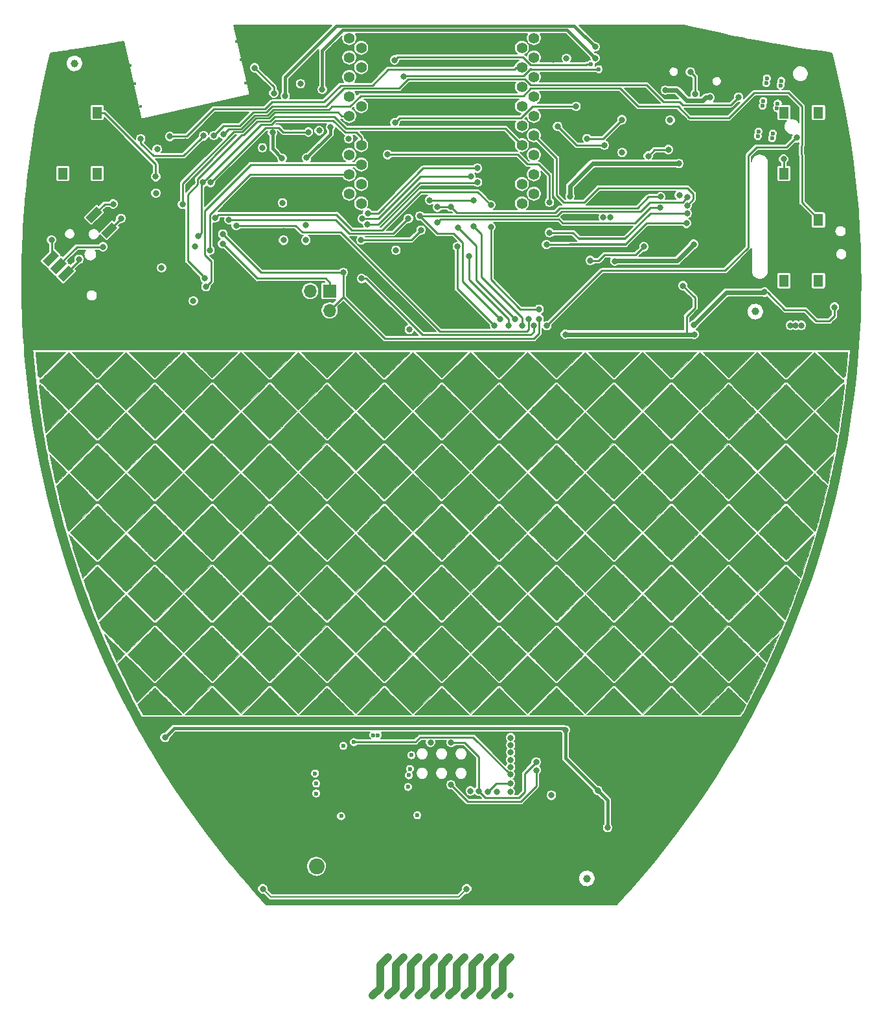
<source format=gbr>
%TF.GenerationSoftware,KiCad,Pcbnew,5.99.0-unknown-r17145-8bd2765f*%
%TF.CreationDate,2019-12-26T06:40:11+08:00*%
%TF.ProjectId,tr20-r2-frozen,74723230-2d72-4322-9d66-726f7a656e2e,rev?*%
%TF.SameCoordinates,Original*%
%TF.FileFunction,Copper,L1,Top*%
%TF.FilePolarity,Positive*%
%FSLAX46Y46*%
G04 Gerber Fmt 4.6, Leading zero omitted, Abs format (unit mm)*
G04 Created by KiCad (PCBNEW 5.99.0-unknown-r17145-8bd2765f) date 2019-12-26 06:40:11*
%MOMM*%
%LPD*%
G04 APERTURE LIST*
%TA.AperFunction,EtchedComponent*%
%ADD10C,0.010000*%
%TD*%
%TA.AperFunction,EtchedComponent*%
%ADD11C,1.000000*%
%TD*%
%TA.AperFunction,ComponentPad*%
%ADD12C,0.600000*%
%TD*%
%TA.AperFunction,ComponentPad*%
%ADD13C,0.400000*%
%TD*%
%TA.AperFunction,ComponentPad*%
%ADD14O,1.700000X1.700000*%
%TD*%
%TA.AperFunction,ComponentPad*%
%ADD15R,1.700000X1.700000*%
%TD*%
%TA.AperFunction,SMDPad,CuDef*%
%ADD16R,1.300000X1.550000*%
%TD*%
%TA.AperFunction,ComponentPad*%
%ADD17C,2.250000*%
%TD*%
%TA.AperFunction,ComponentPad*%
%ADD18C,2.050000*%
%TD*%
%TA.AperFunction,Conductor*%
%ADD19C,1.000000*%
%TD*%
%TA.AperFunction,BGAPad,CuDef*%
%ADD20C,1.000000*%
%TD*%
%TA.AperFunction,ViaPad*%
%ADD21C,0.800000*%
%TD*%
%TA.AperFunction,ComponentPad*%
%ADD22C,1.400000*%
%TD*%
%TA.AperFunction,ComponentPad*%
%ADD23C,1.000000*%
%TD*%
%TA.AperFunction,ViaPad*%
%ADD24C,0.600000*%
%TD*%
%TA.AperFunction,ViaPad*%
%ADD25C,0.500000*%
%TD*%
%TA.AperFunction,Conductor*%
%ADD26C,0.250000*%
%TD*%
%TA.AperFunction,Conductor*%
%ADD27C,0.400000*%
%TD*%
%TA.AperFunction,Conductor*%
%ADD28C,0.600000*%
%TD*%
%TA.AperFunction,Conductor*%
%ADD29C,0.300000*%
%TD*%
%TA.AperFunction,Conductor*%
%ADD30C,0.200000*%
%TD*%
%TA.AperFunction,Conductor*%
%ADD31C,0.450000*%
%TD*%
G04 APERTURE END LIST*
%TO.C,XY1*%
G36*
X-37477426Y47879210D02*
G01*
X-37431729Y47836849D01*
X-37360709Y47769012D01*
X-37266639Y47677959D01*
X-37151789Y47565953D01*
X-37018431Y47435255D01*
X-36868838Y47288127D01*
X-36705281Y47126830D01*
X-36530032Y46953625D01*
X-36345362Y46770775D01*
X-36153544Y46580541D01*
X-35956848Y46385184D01*
X-35757548Y46186966D01*
X-35557913Y45988148D01*
X-35360217Y45790993D01*
X-35166731Y45597761D01*
X-34979726Y45410714D01*
X-34801475Y45232114D01*
X-34634249Y45064222D01*
X-34480320Y44909300D01*
X-34341959Y44769609D01*
X-34221439Y44647411D01*
X-34121031Y44544967D01*
X-34043007Y44464540D01*
X-33989638Y44408389D01*
X-33963197Y44378778D01*
X-33960666Y44374827D01*
X-33981401Y44372802D01*
X-34041874Y44370851D01*
X-34139491Y44368992D01*
X-34271659Y44367241D01*
X-34435781Y44365614D01*
X-34629265Y44364127D01*
X-34849515Y44362797D01*
X-35093937Y44361639D01*
X-35359937Y44360671D01*
X-35644920Y44359908D01*
X-35946291Y44359366D01*
X-36261457Y44359062D01*
X-36485875Y44359000D01*
X-39011083Y44359000D01*
X-39338083Y44965038D01*
X-39418654Y45114503D01*
X-39493919Y45254394D01*
X-39561209Y45379729D01*
X-39617856Y45485526D01*
X-39661188Y45566802D01*
X-39688537Y45618576D01*
X-39695824Y45632721D01*
X-39726564Y45694366D01*
X-38626983Y46794100D01*
X-38447821Y46972863D01*
X-38276878Y47142604D01*
X-38116571Y47300971D01*
X-37969318Y47445618D01*
X-37837536Y47574193D01*
X-37723641Y47684349D01*
X-37630051Y47773735D01*
X-37559182Y47840002D01*
X-37513451Y47880802D01*
X-37495528Y47893833D01*
X-37477426Y47879210D01*
G37*
D10*
X-37477426Y47879210D02*
X-37431729Y47836849D01*
X-37360709Y47769012D01*
X-37266639Y47677959D01*
X-37151789Y47565953D01*
X-37018431Y47435255D01*
X-36868838Y47288127D01*
X-36705281Y47126830D01*
X-36530032Y46953625D01*
X-36345362Y46770775D01*
X-36153544Y46580541D01*
X-35956848Y46385184D01*
X-35757548Y46186966D01*
X-35557913Y45988148D01*
X-35360217Y45790993D01*
X-35166731Y45597761D01*
X-34979726Y45410714D01*
X-34801475Y45232114D01*
X-34634249Y45064222D01*
X-34480320Y44909300D01*
X-34341959Y44769609D01*
X-34221439Y44647411D01*
X-34121031Y44544967D01*
X-34043007Y44464540D01*
X-33989638Y44408389D01*
X-33963197Y44378778D01*
X-33960666Y44374827D01*
X-33981401Y44372802D01*
X-34041874Y44370851D01*
X-34139491Y44368992D01*
X-34271659Y44367241D01*
X-34435781Y44365614D01*
X-34629265Y44364127D01*
X-34849515Y44362797D01*
X-35093937Y44361639D01*
X-35359937Y44360671D01*
X-35644920Y44359908D01*
X-35946291Y44359366D01*
X-36261457Y44359062D01*
X-36485875Y44359000D01*
X-39011083Y44359000D01*
X-39338083Y44965038D01*
X-39418654Y45114503D01*
X-39493919Y45254394D01*
X-39561209Y45379729D01*
X-39617856Y45485526D01*
X-39661188Y45566802D01*
X-39688537Y45618576D01*
X-39695824Y45632721D01*
X-39726564Y45694366D01*
X-38626983Y46794100D01*
X-38447821Y46972863D01*
X-38276878Y47142604D01*
X-38116571Y47300971D01*
X-37969318Y47445618D01*
X-37837536Y47574193D01*
X-37723641Y47684349D01*
X-37630051Y47773735D01*
X-37559182Y47840002D01*
X-37513451Y47880802D01*
X-37495528Y47893833D01*
X-37477426Y47879210D01*
G36*
X-29984311Y47879210D02*
G01*
X-29938624Y47836849D01*
X-29867614Y47769011D01*
X-29773552Y47677958D01*
X-29658712Y47565951D01*
X-29525364Y47435252D01*
X-29375780Y47288123D01*
X-29212232Y47126825D01*
X-29036991Y46953620D01*
X-28852330Y46770769D01*
X-28660519Y46580534D01*
X-28463831Y46385176D01*
X-28264537Y46186958D01*
X-28064909Y45988140D01*
X-27867218Y45790984D01*
X-27673737Y45597751D01*
X-27486736Y45410704D01*
X-27308488Y45232104D01*
X-27141265Y45064213D01*
X-26987337Y44909291D01*
X-26848977Y44769601D01*
X-26728456Y44647404D01*
X-26628046Y44544961D01*
X-26550019Y44464535D01*
X-26496646Y44408387D01*
X-26470199Y44378778D01*
X-26467666Y44374827D01*
X-26488468Y44373111D01*
X-26549409Y44371446D01*
X-26648298Y44369843D01*
X-26782942Y44368312D01*
X-26951148Y44366862D01*
X-27150723Y44365503D01*
X-27379474Y44364246D01*
X-27635208Y44363099D01*
X-27915732Y44362073D01*
X-28218854Y44361177D01*
X-28542381Y44360422D01*
X-28884119Y44359817D01*
X-29241876Y44359371D01*
X-29613459Y44359096D01*
X-29996676Y44359000D01*
X-30002500Y44359000D01*
X-30385874Y44359094D01*
X-30757648Y44359368D01*
X-31115629Y44359813D01*
X-31457623Y44360420D01*
X-31781439Y44361178D01*
X-32084883Y44362077D01*
X-32365763Y44363107D01*
X-32621885Y44364259D01*
X-32851056Y44365523D01*
X-33051085Y44366888D01*
X-33219777Y44368345D01*
X-33354941Y44369885D01*
X-33454382Y44371496D01*
X-33515909Y44373170D01*
X-33537328Y44374896D01*
X-33537333Y44374923D01*
X-33522644Y44392942D01*
X-33480091Y44438430D01*
X-33411947Y44509128D01*
X-33320482Y44602773D01*
X-33207969Y44717103D01*
X-33076680Y44849857D01*
X-32928885Y44998774D01*
X-32766858Y45161592D01*
X-32592870Y45336050D01*
X-32409192Y45519886D01*
X-32218097Y45710839D01*
X-32021856Y45906647D01*
X-31822741Y46105048D01*
X-31623024Y46303782D01*
X-31424976Y46500586D01*
X-31230870Y46693200D01*
X-31042977Y46879361D01*
X-30863568Y47056808D01*
X-30694917Y47223281D01*
X-30539294Y47376516D01*
X-30398971Y47514253D01*
X-30276220Y47634231D01*
X-30173313Y47734187D01*
X-30092522Y47811861D01*
X-30036118Y47864990D01*
X-30006373Y47891314D01*
X-30002404Y47893833D01*
X-29984311Y47879210D01*
G37*
X-29984311Y47879210D02*
X-29938624Y47836849D01*
X-29867614Y47769011D01*
X-29773552Y47677958D01*
X-29658712Y47565951D01*
X-29525364Y47435252D01*
X-29375780Y47288123D01*
X-29212232Y47126825D01*
X-29036991Y46953620D01*
X-28852330Y46770769D01*
X-28660519Y46580534D01*
X-28463831Y46385176D01*
X-28264537Y46186958D01*
X-28064909Y45988140D01*
X-27867218Y45790984D01*
X-27673737Y45597751D01*
X-27486736Y45410704D01*
X-27308488Y45232104D01*
X-27141265Y45064213D01*
X-26987337Y44909291D01*
X-26848977Y44769601D01*
X-26728456Y44647404D01*
X-26628046Y44544961D01*
X-26550019Y44464535D01*
X-26496646Y44408387D01*
X-26470199Y44378778D01*
X-26467666Y44374827D01*
X-26488468Y44373111D01*
X-26549409Y44371446D01*
X-26648298Y44369843D01*
X-26782942Y44368312D01*
X-26951148Y44366862D01*
X-27150723Y44365503D01*
X-27379474Y44364246D01*
X-27635208Y44363099D01*
X-27915732Y44362073D01*
X-28218854Y44361177D01*
X-28542381Y44360422D01*
X-28884119Y44359817D01*
X-29241876Y44359371D01*
X-29613459Y44359096D01*
X-29996676Y44359000D01*
X-30002500Y44359000D01*
X-30385874Y44359094D01*
X-30757648Y44359368D01*
X-31115629Y44359813D01*
X-31457623Y44360420D01*
X-31781439Y44361178D01*
X-32084883Y44362077D01*
X-32365763Y44363107D01*
X-32621885Y44364259D01*
X-32851056Y44365523D01*
X-33051085Y44366888D01*
X-33219777Y44368345D01*
X-33354941Y44369885D01*
X-33454382Y44371496D01*
X-33515909Y44373170D01*
X-33537328Y44374896D01*
X-33537333Y44374923D01*
X-33522644Y44392942D01*
X-33480091Y44438430D01*
X-33411947Y44509128D01*
X-33320482Y44602773D01*
X-33207969Y44717103D01*
X-33076680Y44849857D01*
X-32928885Y44998774D01*
X-32766858Y45161592D01*
X-32592870Y45336050D01*
X-32409192Y45519886D01*
X-32218097Y45710839D01*
X-32021856Y45906647D01*
X-31822741Y46105048D01*
X-31623024Y46303782D01*
X-31424976Y46500586D01*
X-31230870Y46693200D01*
X-31042977Y46879361D01*
X-30863568Y47056808D01*
X-30694917Y47223281D01*
X-30539294Y47376516D01*
X-30398971Y47514253D01*
X-30276220Y47634231D01*
X-30173313Y47734187D01*
X-30092522Y47811861D01*
X-30036118Y47864990D01*
X-30006373Y47891314D01*
X-30002404Y47893833D01*
X-29984311Y47879210D01*
G36*
X-22481501Y47879154D02*
G01*
X-22436062Y47836347D01*
X-22364470Y47767260D01*
X-22268594Y47673742D01*
X-22150304Y47557640D01*
X-22011470Y47420802D01*
X-21853963Y47265075D01*
X-21679651Y47092307D01*
X-21490405Y46904346D01*
X-21288095Y46703040D01*
X-21074590Y46490237D01*
X-20851760Y46267783D01*
X-20710333Y46126416D01*
X-18943012Y44359000D01*
X-26054821Y44359000D01*
X-24287500Y46126416D01*
X-24059847Y46353905D01*
X-23840363Y46572885D01*
X-23630920Y46781509D01*
X-23433387Y46977928D01*
X-23249633Y47160294D01*
X-23081529Y47326761D01*
X-22930944Y47475481D01*
X-22799749Y47604605D01*
X-22689813Y47712286D01*
X-22603006Y47796676D01*
X-22541197Y47855927D01*
X-22506258Y47888192D01*
X-22498916Y47893833D01*
X-22481501Y47879154D01*
G37*
X-22481501Y47879154D02*
X-22436062Y47836347D01*
X-22364470Y47767260D01*
X-22268594Y47673742D01*
X-22150304Y47557640D01*
X-22011470Y47420802D01*
X-21853963Y47265075D01*
X-21679651Y47092307D01*
X-21490405Y46904346D01*
X-21288095Y46703040D01*
X-21074590Y46490237D01*
X-20851760Y46267783D01*
X-20710333Y46126416D01*
X-18943012Y44359000D01*
X-26054821Y44359000D01*
X-24287500Y46126416D01*
X-24059847Y46353905D01*
X-23840363Y46572885D01*
X-23630920Y46781509D01*
X-23433387Y46977928D01*
X-23249633Y47160294D01*
X-23081529Y47326761D01*
X-22930944Y47475481D01*
X-22799749Y47604605D01*
X-22689813Y47712286D01*
X-22603006Y47796676D01*
X-22541197Y47855927D01*
X-22506258Y47888192D01*
X-22498916Y47893833D01*
X-22481501Y47879154D01*
G36*
X-14977232Y47879210D02*
G01*
X-14931538Y47836849D01*
X-14860520Y47769011D01*
X-14766452Y47677959D01*
X-14651604Y47565953D01*
X-14518249Y47435254D01*
X-14368658Y47288126D01*
X-14205103Y47126829D01*
X-14029856Y46953624D01*
X-13845188Y46770774D01*
X-13653372Y46580539D01*
X-13456678Y46385182D01*
X-13257378Y46186964D01*
X-13057746Y45988146D01*
X-12860051Y45790991D01*
X-12666566Y45597759D01*
X-12479562Y45410712D01*
X-12301311Y45232112D01*
X-12134086Y45064220D01*
X-11980157Y44909298D01*
X-11841797Y44769607D01*
X-11721276Y44647409D01*
X-11620868Y44544966D01*
X-11542843Y44464539D01*
X-11489473Y44408389D01*
X-11463031Y44378778D01*
X-11460500Y44374827D01*
X-11481302Y44373114D01*
X-11542249Y44371453D01*
X-11641154Y44369854D01*
X-11775828Y44368325D01*
X-11944083Y44366878D01*
X-12143732Y44365521D01*
X-12372587Y44364264D01*
X-12628459Y44363118D01*
X-12909160Y44362092D01*
X-13212503Y44361196D01*
X-13536299Y44360438D01*
X-13878361Y44359831D01*
X-14236501Y44359382D01*
X-14608530Y44359102D01*
X-14992261Y44359000D01*
X-18561821Y44359000D01*
X-16794500Y46126416D01*
X-16566684Y46353980D01*
X-16346876Y46573028D01*
X-16136958Y46781711D01*
X-15938814Y46978180D01*
X-15754325Y47160585D01*
X-15585376Y47327077D01*
X-15433848Y47475805D01*
X-15301625Y47604921D01*
X-15190589Y47712574D01*
X-15102623Y47796915D01*
X-15039610Y47856095D01*
X-15003433Y47888264D01*
X-14995333Y47893833D01*
X-14977232Y47879210D01*
G37*
X-14977232Y47879210D02*
X-14931538Y47836849D01*
X-14860520Y47769011D01*
X-14766452Y47677959D01*
X-14651604Y47565953D01*
X-14518249Y47435254D01*
X-14368658Y47288126D01*
X-14205103Y47126829D01*
X-14029856Y46953624D01*
X-13845188Y46770774D01*
X-13653372Y46580539D01*
X-13456678Y46385182D01*
X-13257378Y46186964D01*
X-13057746Y45988146D01*
X-12860051Y45790991D01*
X-12666566Y45597759D01*
X-12479562Y45410712D01*
X-12301311Y45232112D01*
X-12134086Y45064220D01*
X-11980157Y44909298D01*
X-11841797Y44769607D01*
X-11721276Y44647409D01*
X-11620868Y44544966D01*
X-11542843Y44464539D01*
X-11489473Y44408389D01*
X-11463031Y44378778D01*
X-11460500Y44374827D01*
X-11481302Y44373114D01*
X-11542249Y44371453D01*
X-11641154Y44369854D01*
X-11775828Y44368325D01*
X-11944083Y44366878D01*
X-12143732Y44365521D01*
X-12372587Y44364264D01*
X-12628459Y44363118D01*
X-12909160Y44362092D01*
X-13212503Y44361196D01*
X-13536299Y44360438D01*
X-13878361Y44359831D01*
X-14236501Y44359382D01*
X-14608530Y44359102D01*
X-14992261Y44359000D01*
X-18561821Y44359000D01*
X-16794500Y46126416D01*
X-16566684Y46353980D01*
X-16346876Y46573028D01*
X-16136958Y46781711D01*
X-15938814Y46978180D01*
X-15754325Y47160585D01*
X-15585376Y47327077D01*
X-15433848Y47475805D01*
X-15301625Y47604921D01*
X-15190589Y47712574D01*
X-15102623Y47796915D01*
X-15039610Y47856095D01*
X-15003433Y47888264D01*
X-14995333Y47893833D01*
X-14977232Y47879210D01*
G36*
X-7484145Y47879210D02*
G01*
X-7438457Y47836849D01*
X-7367447Y47769011D01*
X-7273386Y47677958D01*
X-7158545Y47565951D01*
X-7025197Y47435252D01*
X-6875614Y47288123D01*
X-6712065Y47126825D01*
X-6536825Y46953620D01*
X-6352163Y46770769D01*
X-6160353Y46580534D01*
X-5963664Y46385176D01*
X-5764370Y46186958D01*
X-5564742Y45988140D01*
X-5367051Y45790984D01*
X-5173570Y45597751D01*
X-4986570Y45410704D01*
X-4808322Y45232104D01*
X-4641098Y45064213D01*
X-4487170Y44909291D01*
X-4348810Y44769601D01*
X-4228289Y44647404D01*
X-4127879Y44544961D01*
X-4049852Y44464535D01*
X-3996479Y44408387D01*
X-3970033Y44378778D01*
X-3967500Y44374827D01*
X-3988301Y44373111D01*
X-4049243Y44371446D01*
X-4148132Y44369843D01*
X-4282776Y44368312D01*
X-4450981Y44366862D01*
X-4650556Y44365503D01*
X-4879307Y44364246D01*
X-5135041Y44363099D01*
X-5415565Y44362073D01*
X-5718687Y44361177D01*
X-6042214Y44360422D01*
X-6383952Y44359817D01*
X-6741709Y44359371D01*
X-7113293Y44359096D01*
X-7496509Y44359000D01*
X-7502333Y44359000D01*
X-7885707Y44359094D01*
X-8257481Y44359368D01*
X-8615462Y44359813D01*
X-8957457Y44360420D01*
X-9281272Y44361178D01*
X-9584717Y44362077D01*
X-9865596Y44363107D01*
X-10121718Y44364259D01*
X-10350890Y44365523D01*
X-10550918Y44366888D01*
X-10719611Y44368345D01*
X-10854774Y44369885D01*
X-10954216Y44371496D01*
X-11015742Y44373170D01*
X-11037162Y44374896D01*
X-11037166Y44374923D01*
X-11022477Y44392942D01*
X-10979925Y44438430D01*
X-10911780Y44509128D01*
X-10820315Y44602773D01*
X-10707802Y44717103D01*
X-10576513Y44849857D01*
X-10428719Y44998774D01*
X-10266692Y45161592D01*
X-10092703Y45336050D01*
X-9909026Y45519886D01*
X-9717930Y45710839D01*
X-9521689Y45906647D01*
X-9322574Y46105048D01*
X-9122857Y46303782D01*
X-8924809Y46500586D01*
X-8730703Y46693200D01*
X-8542810Y46879361D01*
X-8363402Y47056808D01*
X-8194750Y47223281D01*
X-8039127Y47376516D01*
X-7898804Y47514253D01*
X-7776053Y47634231D01*
X-7673147Y47734187D01*
X-7592355Y47811861D01*
X-7535951Y47864990D01*
X-7506207Y47891314D01*
X-7502238Y47893833D01*
X-7484145Y47879210D01*
G37*
X-7484145Y47879210D02*
X-7438457Y47836849D01*
X-7367447Y47769011D01*
X-7273386Y47677958D01*
X-7158545Y47565951D01*
X-7025197Y47435252D01*
X-6875614Y47288123D01*
X-6712065Y47126825D01*
X-6536825Y46953620D01*
X-6352163Y46770769D01*
X-6160353Y46580534D01*
X-5963664Y46385176D01*
X-5764370Y46186958D01*
X-5564742Y45988140D01*
X-5367051Y45790984D01*
X-5173570Y45597751D01*
X-4986570Y45410704D01*
X-4808322Y45232104D01*
X-4641098Y45064213D01*
X-4487170Y44909291D01*
X-4348810Y44769601D01*
X-4228289Y44647404D01*
X-4127879Y44544961D01*
X-4049852Y44464535D01*
X-3996479Y44408387D01*
X-3970033Y44378778D01*
X-3967500Y44374827D01*
X-3988301Y44373111D01*
X-4049243Y44371446D01*
X-4148132Y44369843D01*
X-4282776Y44368312D01*
X-4450981Y44366862D01*
X-4650556Y44365503D01*
X-4879307Y44364246D01*
X-5135041Y44363099D01*
X-5415565Y44362073D01*
X-5718687Y44361177D01*
X-6042214Y44360422D01*
X-6383952Y44359817D01*
X-6741709Y44359371D01*
X-7113293Y44359096D01*
X-7496509Y44359000D01*
X-7502333Y44359000D01*
X-7885707Y44359094D01*
X-8257481Y44359368D01*
X-8615462Y44359813D01*
X-8957457Y44360420D01*
X-9281272Y44361178D01*
X-9584717Y44362077D01*
X-9865596Y44363107D01*
X-10121718Y44364259D01*
X-10350890Y44365523D01*
X-10550918Y44366888D01*
X-10719611Y44368345D01*
X-10854774Y44369885D01*
X-10954216Y44371496D01*
X-11015742Y44373170D01*
X-11037162Y44374896D01*
X-11037166Y44374923D01*
X-11022477Y44392942D01*
X-10979925Y44438430D01*
X-10911780Y44509128D01*
X-10820315Y44602773D01*
X-10707802Y44717103D01*
X-10576513Y44849857D01*
X-10428719Y44998774D01*
X-10266692Y45161592D01*
X-10092703Y45336050D01*
X-9909026Y45519886D01*
X-9717930Y45710839D01*
X-9521689Y45906647D01*
X-9322574Y46105048D01*
X-9122857Y46303782D01*
X-8924809Y46500586D01*
X-8730703Y46693200D01*
X-8542810Y46879361D01*
X-8363402Y47056808D01*
X-8194750Y47223281D01*
X-8039127Y47376516D01*
X-7898804Y47514253D01*
X-7776053Y47634231D01*
X-7673147Y47734187D01*
X-7592355Y47811861D01*
X-7535951Y47864990D01*
X-7506207Y47891314D01*
X-7502238Y47893833D01*
X-7484145Y47879210D01*
G36*
X18666Y47879154D02*
G01*
X64104Y47836347D01*
X135697Y47767260D01*
X231573Y47673742D01*
X349863Y47557640D01*
X488696Y47420802D01*
X646204Y47265075D01*
X820516Y47092307D01*
X1009762Y46904346D01*
X1212072Y46703040D01*
X1425577Y46490237D01*
X1648406Y46267783D01*
X1789834Y46126416D01*
X3557155Y44359000D01*
X-3554655Y44359000D01*
X-1787333Y46126416D01*
X-1559680Y46353905D01*
X-1340197Y46572885D01*
X-1130754Y46781509D01*
X-933220Y46977928D01*
X-749466Y47160294D01*
X-581362Y47326761D01*
X-430778Y47475481D01*
X-299582Y47604605D01*
X-189646Y47712286D01*
X-102839Y47796676D01*
X-41031Y47855927D01*
X-6092Y47888192D01*
X1250Y47893833D01*
X18666Y47879154D01*
G37*
X18666Y47879154D02*
X64104Y47836347D01*
X135697Y47767260D01*
X231573Y47673742D01*
X349863Y47557640D01*
X488696Y47420802D01*
X646204Y47265075D01*
X820516Y47092307D01*
X1009762Y46904346D01*
X1212072Y46703040D01*
X1425577Y46490237D01*
X1648406Y46267783D01*
X1789834Y46126416D01*
X3557155Y44359000D01*
X-3554655Y44359000D01*
X-1787333Y46126416D01*
X-1559680Y46353905D01*
X-1340197Y46572885D01*
X-1130754Y46781509D01*
X-933220Y46977928D01*
X-749466Y47160294D01*
X-581362Y47326761D01*
X-430778Y47475481D01*
X-299582Y47604605D01*
X-189646Y47712286D01*
X-102839Y47796676D01*
X-41031Y47855927D01*
X-6092Y47888192D01*
X1250Y47893833D01*
X18666Y47879154D01*
G36*
X7522934Y47879210D02*
G01*
X7568629Y47836849D01*
X7639646Y47769011D01*
X7733715Y47677959D01*
X7848562Y47565953D01*
X7981918Y47435254D01*
X8131508Y47288126D01*
X8295063Y47126829D01*
X8470311Y46953624D01*
X8654978Y46770774D01*
X8846795Y46580539D01*
X9043489Y46385182D01*
X9242788Y46186964D01*
X9442421Y45988146D01*
X9640116Y45790991D01*
X9833601Y45597759D01*
X10020605Y45410712D01*
X10198855Y45232112D01*
X10366081Y45064220D01*
X10520010Y44909298D01*
X10658370Y44769607D01*
X10778890Y44647409D01*
X10879299Y44544966D01*
X10957324Y44464539D01*
X11010693Y44408389D01*
X11037136Y44378778D01*
X11039667Y44374827D01*
X11018865Y44373114D01*
X10957918Y44371453D01*
X10859013Y44369854D01*
X10724339Y44368325D01*
X10556083Y44366878D01*
X10356434Y44365521D01*
X10127580Y44364264D01*
X9871708Y44363118D01*
X9591007Y44362092D01*
X9287664Y44361196D01*
X8963867Y44360438D01*
X8621805Y44359831D01*
X8263666Y44359382D01*
X7891636Y44359102D01*
X7507905Y44359000D01*
X3938345Y44359000D01*
X5705667Y46126416D01*
X5933482Y46353980D01*
X6153291Y46573028D01*
X6363208Y46781711D01*
X6561353Y46978180D01*
X6745841Y47160585D01*
X6914791Y47327077D01*
X7066319Y47475805D01*
X7198542Y47604921D01*
X7309578Y47712574D01*
X7397544Y47796915D01*
X7460557Y47856095D01*
X7496734Y47888264D01*
X7504834Y47893833D01*
X7522934Y47879210D01*
G37*
X7522934Y47879210D02*
X7568629Y47836849D01*
X7639646Y47769011D01*
X7733715Y47677959D01*
X7848562Y47565953D01*
X7981918Y47435254D01*
X8131508Y47288126D01*
X8295063Y47126829D01*
X8470311Y46953624D01*
X8654978Y46770774D01*
X8846795Y46580539D01*
X9043489Y46385182D01*
X9242788Y46186964D01*
X9442421Y45988146D01*
X9640116Y45790991D01*
X9833601Y45597759D01*
X10020605Y45410712D01*
X10198855Y45232112D01*
X10366081Y45064220D01*
X10520010Y44909298D01*
X10658370Y44769607D01*
X10778890Y44647409D01*
X10879299Y44544966D01*
X10957324Y44464539D01*
X11010693Y44408389D01*
X11037136Y44378778D01*
X11039667Y44374827D01*
X11018865Y44373114D01*
X10957918Y44371453D01*
X10859013Y44369854D01*
X10724339Y44368325D01*
X10556083Y44366878D01*
X10356434Y44365521D01*
X10127580Y44364264D01*
X9871708Y44363118D01*
X9591007Y44362092D01*
X9287664Y44361196D01*
X8963867Y44360438D01*
X8621805Y44359831D01*
X8263666Y44359382D01*
X7891636Y44359102D01*
X7507905Y44359000D01*
X3938345Y44359000D01*
X5705667Y46126416D01*
X5933482Y46353980D01*
X6153291Y46573028D01*
X6363208Y46781711D01*
X6561353Y46978180D01*
X6745841Y47160585D01*
X6914791Y47327077D01*
X7066319Y47475805D01*
X7198542Y47604921D01*
X7309578Y47712574D01*
X7397544Y47796915D01*
X7460557Y47856095D01*
X7496734Y47888264D01*
X7504834Y47893833D01*
X7522934Y47879210D01*
G36*
X15016022Y47879210D02*
G01*
X15061710Y47836849D01*
X15132720Y47769011D01*
X15226781Y47677958D01*
X15341621Y47565951D01*
X15474969Y47435252D01*
X15624553Y47288123D01*
X15788101Y47126825D01*
X15963342Y46953620D01*
X16148003Y46770769D01*
X16339814Y46580534D01*
X16536502Y46385176D01*
X16735796Y46186958D01*
X16935425Y45988140D01*
X17133115Y45790984D01*
X17326597Y45597751D01*
X17513597Y45410704D01*
X17691845Y45232104D01*
X17859069Y45064213D01*
X18012997Y44909291D01*
X18151357Y44769601D01*
X18271877Y44647404D01*
X18372287Y44544961D01*
X18450314Y44464535D01*
X18503687Y44408387D01*
X18530134Y44378778D01*
X18532667Y44374827D01*
X18511866Y44373111D01*
X18450924Y44371446D01*
X18352035Y44369843D01*
X18217391Y44368312D01*
X18049185Y44366862D01*
X17849610Y44365503D01*
X17620860Y44364246D01*
X17365126Y44363099D01*
X17084601Y44362073D01*
X16781479Y44361177D01*
X16457953Y44360422D01*
X16116214Y44359817D01*
X15758457Y44359371D01*
X15386874Y44359096D01*
X15003658Y44359000D01*
X14997834Y44359000D01*
X14614459Y44359094D01*
X14242685Y44359368D01*
X13884705Y44359813D01*
X13542710Y44360420D01*
X13218894Y44361178D01*
X12915450Y44362077D01*
X12634571Y44363107D01*
X12378449Y44364259D01*
X12149277Y44365523D01*
X11949248Y44366888D01*
X11780556Y44368345D01*
X11645393Y44369885D01*
X11545951Y44371496D01*
X11484424Y44373170D01*
X11463005Y44374896D01*
X11463000Y44374923D01*
X11477689Y44392942D01*
X11520242Y44438430D01*
X11588387Y44509128D01*
X11679851Y44602773D01*
X11792364Y44717103D01*
X11923654Y44849857D01*
X12071448Y44998774D01*
X12233475Y45161592D01*
X12407463Y45336050D01*
X12591141Y45519886D01*
X12782236Y45710839D01*
X12978477Y45906647D01*
X13177592Y46105048D01*
X13377309Y46303782D01*
X13575357Y46500586D01*
X13769464Y46693200D01*
X13957357Y46879361D01*
X14136765Y47056808D01*
X14305417Y47223281D01*
X14461040Y47376516D01*
X14601362Y47514253D01*
X14724113Y47634231D01*
X14827020Y47734187D01*
X14907811Y47811861D01*
X14964215Y47864990D01*
X14993960Y47891314D01*
X14997929Y47893833D01*
X15016022Y47879210D01*
G37*
X15016022Y47879210D02*
X15061710Y47836849D01*
X15132720Y47769011D01*
X15226781Y47677958D01*
X15341621Y47565951D01*
X15474969Y47435252D01*
X15624553Y47288123D01*
X15788101Y47126825D01*
X15963342Y46953620D01*
X16148003Y46770769D01*
X16339814Y46580534D01*
X16536502Y46385176D01*
X16735796Y46186958D01*
X16935425Y45988140D01*
X17133115Y45790984D01*
X17326597Y45597751D01*
X17513597Y45410704D01*
X17691845Y45232104D01*
X17859069Y45064213D01*
X18012997Y44909291D01*
X18151357Y44769601D01*
X18271877Y44647404D01*
X18372287Y44544961D01*
X18450314Y44464535D01*
X18503687Y44408387D01*
X18530134Y44378778D01*
X18532667Y44374827D01*
X18511866Y44373111D01*
X18450924Y44371446D01*
X18352035Y44369843D01*
X18217391Y44368312D01*
X18049185Y44366862D01*
X17849610Y44365503D01*
X17620860Y44364246D01*
X17365126Y44363099D01*
X17084601Y44362073D01*
X16781479Y44361177D01*
X16457953Y44360422D01*
X16116214Y44359817D01*
X15758457Y44359371D01*
X15386874Y44359096D01*
X15003658Y44359000D01*
X14997834Y44359000D01*
X14614459Y44359094D01*
X14242685Y44359368D01*
X13884705Y44359813D01*
X13542710Y44360420D01*
X13218894Y44361178D01*
X12915450Y44362077D01*
X12634571Y44363107D01*
X12378449Y44364259D01*
X12149277Y44365523D01*
X11949248Y44366888D01*
X11780556Y44368345D01*
X11645393Y44369885D01*
X11545951Y44371496D01*
X11484424Y44373170D01*
X11463005Y44374896D01*
X11463000Y44374923D01*
X11477689Y44392942D01*
X11520242Y44438430D01*
X11588387Y44509128D01*
X11679851Y44602773D01*
X11792364Y44717103D01*
X11923654Y44849857D01*
X12071448Y44998774D01*
X12233475Y45161592D01*
X12407463Y45336050D01*
X12591141Y45519886D01*
X12782236Y45710839D01*
X12978477Y45906647D01*
X13177592Y46105048D01*
X13377309Y46303782D01*
X13575357Y46500586D01*
X13769464Y46693200D01*
X13957357Y46879361D01*
X14136765Y47056808D01*
X14305417Y47223281D01*
X14461040Y47376516D01*
X14601362Y47514253D01*
X14724113Y47634231D01*
X14827020Y47734187D01*
X14907811Y47811861D01*
X14964215Y47864990D01*
X14993960Y47891314D01*
X14997929Y47893833D01*
X15016022Y47879210D01*
G36*
X22518832Y47879154D02*
G01*
X22564271Y47836347D01*
X22635863Y47767260D01*
X22731739Y47673742D01*
X22850029Y47557640D01*
X22988863Y47420802D01*
X23146370Y47265075D01*
X23320682Y47092307D01*
X23509928Y46904346D01*
X23712239Y46703040D01*
X23925744Y46490237D01*
X24148573Y46267783D01*
X24290000Y46126416D01*
X26057322Y44359000D01*
X18945512Y44359000D01*
X20712834Y46126416D01*
X20940487Y46353905D01*
X21159970Y46572885D01*
X21369413Y46781509D01*
X21566946Y46977928D01*
X21750700Y47160294D01*
X21918804Y47326761D01*
X22069389Y47475481D01*
X22200584Y47604605D01*
X22310521Y47712286D01*
X22397328Y47796676D01*
X22459136Y47855927D01*
X22494075Y47888192D01*
X22501417Y47893833D01*
X22518832Y47879154D01*
G37*
X22518832Y47879154D02*
X22564271Y47836347D01*
X22635863Y47767260D01*
X22731739Y47673742D01*
X22850029Y47557640D01*
X22988863Y47420802D01*
X23146370Y47265075D01*
X23320682Y47092307D01*
X23509928Y46904346D01*
X23712239Y46703040D01*
X23925744Y46490237D01*
X24148573Y46267783D01*
X24290000Y46126416D01*
X26057322Y44359000D01*
X18945512Y44359000D01*
X20712834Y46126416D01*
X20940487Y46353905D01*
X21159970Y46572885D01*
X21369413Y46781509D01*
X21566946Y46977928D01*
X21750700Y47160294D01*
X21918804Y47326761D01*
X22069389Y47475481D01*
X22200584Y47604605D01*
X22310521Y47712286D01*
X22397328Y47796676D01*
X22459136Y47855927D01*
X22494075Y47888192D01*
X22501417Y47893833D01*
X22518832Y47879154D01*
G36*
X30011832Y47879154D02*
G01*
X30057271Y47836347D01*
X30128863Y47767260D01*
X30224739Y47673742D01*
X30343029Y47557640D01*
X30481863Y47420802D01*
X30639370Y47265075D01*
X30813682Y47092307D01*
X31002928Y46904346D01*
X31205239Y46703040D01*
X31418744Y46490237D01*
X31641573Y46267783D01*
X31783000Y46126416D01*
X33550322Y44359000D01*
X26438512Y44359000D01*
X28205834Y46126416D01*
X28433487Y46353905D01*
X28652970Y46572885D01*
X28862413Y46781509D01*
X29059946Y46977928D01*
X29243700Y47160294D01*
X29411804Y47326761D01*
X29562389Y47475481D01*
X29693584Y47604605D01*
X29803521Y47712286D01*
X29890328Y47796676D01*
X29952136Y47855927D01*
X29987075Y47888192D01*
X29994417Y47893833D01*
X30011832Y47879154D01*
G37*
X30011832Y47879154D02*
X30057271Y47836347D01*
X30128863Y47767260D01*
X30224739Y47673742D01*
X30343029Y47557640D01*
X30481863Y47420802D01*
X30639370Y47265075D01*
X30813682Y47092307D01*
X31002928Y46904346D01*
X31205239Y46703040D01*
X31418744Y46490237D01*
X31641573Y46267783D01*
X31783000Y46126416D01*
X33550322Y44359000D01*
X26438512Y44359000D01*
X28205834Y46126416D01*
X28433487Y46353905D01*
X28652970Y46572885D01*
X28862413Y46781509D01*
X29059946Y46977928D01*
X29243700Y47160294D01*
X29411804Y47326761D01*
X29562389Y47475481D01*
X29693584Y47604605D01*
X29803521Y47712286D01*
X29890328Y47796676D01*
X29952136Y47855927D01*
X29987075Y47888192D01*
X29994417Y47893833D01*
X30011832Y47879154D01*
G36*
X37517914Y47879209D02*
G01*
X37565121Y47836901D01*
X37637330Y47769261D01*
X37732121Y47678637D01*
X37847079Y47567380D01*
X37979785Y47437839D01*
X38127822Y47292364D01*
X38288773Y47133305D01*
X38460221Y46963011D01*
X38628939Y46794645D01*
X39727974Y45695457D01*
X39661907Y45572270D01*
X39634468Y45521382D01*
X39590111Y45439450D01*
X39532165Y45332607D01*
X39463959Y45206985D01*
X39388820Y45068718D01*
X39310078Y44923940D01*
X39302129Y44909333D01*
X39008419Y44369583D01*
X36485793Y44364205D01*
X36162782Y44363648D01*
X35851775Y44363369D01*
X35555366Y44363357D01*
X35276152Y44363600D01*
X35016729Y44364089D01*
X34779691Y44364811D01*
X34567636Y44365757D01*
X34383158Y44366914D01*
X34228854Y44368273D01*
X34107320Y44369822D01*
X34021150Y44371550D01*
X33972941Y44373447D01*
X33963167Y44374837D01*
X33977856Y44392864D01*
X34020409Y44438361D01*
X34088554Y44509067D01*
X34180019Y44602720D01*
X34292532Y44717058D01*
X34423822Y44849820D01*
X34571617Y44998744D01*
X34733644Y45161569D01*
X34907633Y45336033D01*
X35091312Y45519876D01*
X35282408Y45710834D01*
X35478650Y45906647D01*
X35677766Y46105053D01*
X35877484Y46303791D01*
X36075533Y46500599D01*
X36269641Y46693215D01*
X36457535Y46879379D01*
X36636945Y47056828D01*
X36805598Y47223301D01*
X36961223Y47376537D01*
X37101547Y47514273D01*
X37224300Y47634249D01*
X37327209Y47734203D01*
X37408002Y47811873D01*
X37464408Y47864998D01*
X37494155Y47891316D01*
X37498124Y47893833D01*
X37517914Y47879209D01*
G37*
X37517914Y47879209D02*
X37565121Y47836901D01*
X37637330Y47769261D01*
X37732121Y47678637D01*
X37847079Y47567380D01*
X37979785Y47437839D01*
X38127822Y47292364D01*
X38288773Y47133305D01*
X38460221Y46963011D01*
X38628939Y46794645D01*
X39727974Y45695457D01*
X39661907Y45572270D01*
X39634468Y45521382D01*
X39590111Y45439450D01*
X39532165Y45332607D01*
X39463959Y45206985D01*
X39388820Y45068718D01*
X39310078Y44923940D01*
X39302129Y44909333D01*
X39008419Y44369583D01*
X36485793Y44364205D01*
X36162782Y44363648D01*
X35851775Y44363369D01*
X35555366Y44363357D01*
X35276152Y44363600D01*
X35016729Y44364089D01*
X34779691Y44364811D01*
X34567636Y44365757D01*
X34383158Y44366914D01*
X34228854Y44368273D01*
X34107320Y44369822D01*
X34021150Y44371550D01*
X33972941Y44373447D01*
X33963167Y44374837D01*
X33977856Y44392864D01*
X34020409Y44438361D01*
X34088554Y44509067D01*
X34180019Y44602720D01*
X34292532Y44717058D01*
X34423822Y44849820D01*
X34571617Y44998744D01*
X34733644Y45161569D01*
X34907633Y45336033D01*
X35091312Y45519876D01*
X35282408Y45710834D01*
X35478650Y45906647D01*
X35677766Y46105053D01*
X35877484Y46303791D01*
X36075533Y46500599D01*
X36269641Y46693215D01*
X36457535Y46879379D01*
X36636945Y47056828D01*
X36805598Y47223301D01*
X36961223Y47376537D01*
X37101547Y47514273D01*
X37224300Y47634249D01*
X37327209Y47734203D01*
X37408002Y47811873D01*
X37464408Y47864998D01*
X37494155Y47891316D01*
X37498124Y47893833D01*
X37517914Y47879209D01*
G36*
X35556005Y50290912D02*
G01*
X37360509Y48486500D01*
X37635491Y48486500D01*
X39439943Y50290859D01*
X41244394Y52095217D01*
X41794780Y51545136D01*
X41920011Y51419544D01*
X42035242Y51303147D01*
X42137154Y51199365D01*
X42222423Y51111618D01*
X42287727Y51043324D01*
X42329743Y50997904D01*
X42345150Y50978778D01*
X42345167Y50978633D01*
X42335866Y50951082D01*
X42308875Y50888483D01*
X42265557Y50793590D01*
X42207276Y50669158D01*
X42135397Y50517941D01*
X42051285Y50342692D01*
X41956304Y50146167D01*
X41851818Y49931120D01*
X41739192Y49700305D01*
X41619791Y49456475D01*
X41494977Y49202386D01*
X41366117Y48940791D01*
X41234575Y48674445D01*
X41101714Y48406101D01*
X40968900Y48138515D01*
X40837496Y47874440D01*
X40708868Y47616631D01*
X40584379Y47367842D01*
X40465395Y47130826D01*
X40353278Y46908339D01*
X40249395Y46703135D01*
X40155109Y46517967D01*
X40071785Y46355590D01*
X40000787Y46218759D01*
X39943479Y46110226D01*
X39901227Y46032748D01*
X39875394Y45989077D01*
X39869448Y45981147D01*
X39854865Y45986292D01*
X39820437Y46012476D01*
X39765066Y46060753D01*
X39687654Y46132175D01*
X39587105Y46227795D01*
X39462322Y46348664D01*
X39312207Y46495836D01*
X39135662Y46670363D01*
X38931592Y46873297D01*
X38740976Y47063608D01*
X37635434Y48169000D01*
X37360509Y48169000D01*
X35556005Y46364588D01*
X33751500Y44560176D01*
X31946996Y46364588D01*
X30142491Y48169000D01*
X29846342Y48169000D01*
X26247824Y44570666D01*
X24448750Y46369833D01*
X22649677Y48169000D01*
X22353342Y48169000D01*
X18744334Y44560176D01*
X16939829Y46364588D01*
X15135325Y48169000D01*
X14860342Y48169000D01*
X11251334Y44560176D01*
X9446829Y46364588D01*
X7642325Y48169000D01*
X7345990Y48169000D01*
X5546917Y46369833D01*
X3747843Y44570666D01*
X149325Y48169000D01*
X-146824Y48169000D01*
X-1951329Y46364588D01*
X-3755833Y44560176D01*
X-5560338Y46364588D01*
X-7364842Y48169000D01*
X-7639824Y48169000D01*
X-9444329Y46364588D01*
X-11248833Y44560176D01*
X-13053338Y46364588D01*
X-14857842Y48169000D01*
X-15153991Y48169000D01*
X-18752509Y44570666D01*
X-20551583Y46369833D01*
X-22350656Y48169000D01*
X-22646991Y48169000D01*
X-26245509Y44570666D01*
X-28044583Y46369833D01*
X-29843656Y48169000D01*
X-30140177Y48169000D01*
X-31939250Y46369833D01*
X-32168807Y46140351D01*
X-32390045Y45919356D01*
X-32601124Y45708676D01*
X-32800204Y45510141D01*
X-32985444Y45325580D01*
X-33155005Y45156824D01*
X-33307045Y45005702D01*
X-33439725Y44874043D01*
X-33551204Y44763676D01*
X-33639642Y44676432D01*
X-33703199Y44614139D01*
X-33740034Y44578628D01*
X-33749000Y44570666D01*
X-33765033Y44585339D01*
X-33809140Y44628137D01*
X-33879480Y44697230D01*
X-33974213Y44790789D01*
X-34091498Y44906985D01*
X-34229496Y45043989D01*
X-34386365Y45199970D01*
X-34560267Y45373099D01*
X-34749360Y45561546D01*
X-34951804Y45763483D01*
X-35165758Y45977079D01*
X-35389384Y46200506D01*
X-35558750Y46369833D01*
X-37357823Y48169000D01*
X-37654100Y48169000D01*
X-38759289Y47063961D01*
X-38938317Y46885192D01*
X-39108565Y46715646D01*
X-39267683Y46557634D01*
X-39413324Y46413467D01*
X-39543139Y46285455D01*
X-39654778Y46175910D01*
X-39745893Y46087143D01*
X-39814136Y46021464D01*
X-39857158Y45981184D01*
X-39872593Y45968586D01*
X-39883312Y45988603D01*
X-39911629Y46043278D01*
X-39955967Y46129524D01*
X-40014750Y46244258D01*
X-40086401Y46384393D01*
X-40169344Y46546847D01*
X-40262002Y46728533D01*
X-40362799Y46926366D01*
X-40470158Y47137262D01*
X-40537387Y47269416D01*
X-40632482Y47457183D01*
X-40735764Y47662549D01*
X-40845785Y47882538D01*
X-40961092Y48114172D01*
X-41080237Y48354475D01*
X-41201767Y48600469D01*
X-41324233Y48849178D01*
X-41446185Y49097624D01*
X-41566171Y49342830D01*
X-41682741Y49581821D01*
X-41794445Y49811617D01*
X-41899832Y50029243D01*
X-41997452Y50231722D01*
X-42085853Y50416076D01*
X-42163587Y50579329D01*
X-42229201Y50718503D01*
X-42281246Y50830622D01*
X-42318271Y50912708D01*
X-42338825Y50961785D01*
X-42342666Y50974525D01*
X-42328187Y50993669D01*
X-42286968Y51039165D01*
X-42222334Y51107566D01*
X-42137613Y51195421D01*
X-42036130Y51299283D01*
X-41921213Y51415702D01*
X-41796187Y51541231D01*
X-41792280Y51545136D01*
X-41241894Y52095217D01*
X-39437442Y50290859D01*
X-37632991Y48486500D01*
X-37358009Y48486500D01*
X-35553504Y50290912D01*
X-33749000Y52095324D01*
X-31944495Y50290912D01*
X-30139991Y48486500D01*
X-29865009Y48486500D01*
X-28060504Y50290912D01*
X-26256000Y52095324D01*
X-24451495Y50290912D01*
X-22646991Y48486500D01*
X-22350842Y48486500D01*
X-20546338Y50290912D01*
X-18741833Y52095324D01*
X-16937329Y50290912D01*
X-15132824Y48486500D01*
X-14857842Y48486500D01*
X-13053338Y50290912D01*
X-11248833Y52095324D01*
X-9444329Y50290912D01*
X-7639824Y48486500D01*
X-7364842Y48486500D01*
X-5560338Y50290912D01*
X-3755833Y52095324D01*
X-1951329Y50290912D01*
X-146824Y48486500D01*
X149325Y48486500D01*
X1953829Y50290912D01*
X3758334Y52095324D01*
X7367342Y48486500D01*
X7642325Y48486500D01*
X9446829Y50290912D01*
X11251334Y52095324D01*
X14860342Y48486500D01*
X15135325Y48486500D01*
X16939829Y50290912D01*
X18744334Y52095324D01*
X22353342Y48486500D01*
X22628325Y48486500D01*
X24429897Y50287980D01*
X24702562Y50560538D01*
X24946930Y50804582D01*
X25164557Y51021612D01*
X25356996Y51213131D01*
X25525803Y51380642D01*
X25672533Y51525646D01*
X25798740Y51649646D01*
X25905979Y51754143D01*
X25995804Y51840640D01*
X26069771Y51910638D01*
X26129434Y51965640D01*
X26176347Y52007148D01*
X26212066Y52036663D01*
X26238145Y52055689D01*
X26256139Y52065726D01*
X26267602Y52068278D01*
X26271443Y52067176D01*
X26291290Y52049589D01*
X26339134Y52003893D01*
X26413085Y51931963D01*
X26511254Y51835670D01*
X26631751Y51716889D01*
X26772687Y51577492D01*
X26932171Y51419353D01*
X27108314Y51244343D01*
X27299225Y51054338D01*
X27503016Y50851208D01*
X27717796Y50636829D01*
X27941676Y50413072D01*
X28088978Y50265696D01*
X29866538Y48486500D01*
X30142491Y48486500D01*
X31946996Y50290912D01*
X33751500Y52095324D01*
X35556005Y50290912D01*
G37*
X35556005Y50290912D02*
X37360509Y48486500D01*
X37635491Y48486500D01*
X39439943Y50290859D01*
X41244394Y52095217D01*
X41794780Y51545136D01*
X41920011Y51419544D01*
X42035242Y51303147D01*
X42137154Y51199365D01*
X42222423Y51111618D01*
X42287727Y51043324D01*
X42329743Y50997904D01*
X42345150Y50978778D01*
X42345167Y50978633D01*
X42335866Y50951082D01*
X42308875Y50888483D01*
X42265557Y50793590D01*
X42207276Y50669158D01*
X42135397Y50517941D01*
X42051285Y50342692D01*
X41956304Y50146167D01*
X41851818Y49931120D01*
X41739192Y49700305D01*
X41619791Y49456475D01*
X41494977Y49202386D01*
X41366117Y48940791D01*
X41234575Y48674445D01*
X41101714Y48406101D01*
X40968900Y48138515D01*
X40837496Y47874440D01*
X40708868Y47616631D01*
X40584379Y47367842D01*
X40465395Y47130826D01*
X40353278Y46908339D01*
X40249395Y46703135D01*
X40155109Y46517967D01*
X40071785Y46355590D01*
X40000787Y46218759D01*
X39943479Y46110226D01*
X39901227Y46032748D01*
X39875394Y45989077D01*
X39869448Y45981147D01*
X39854865Y45986292D01*
X39820437Y46012476D01*
X39765066Y46060753D01*
X39687654Y46132175D01*
X39587105Y46227795D01*
X39462322Y46348664D01*
X39312207Y46495836D01*
X39135662Y46670363D01*
X38931592Y46873297D01*
X38740976Y47063608D01*
X37635434Y48169000D01*
X37360509Y48169000D01*
X35556005Y46364588D01*
X33751500Y44560176D01*
X31946996Y46364588D01*
X30142491Y48169000D01*
X29846342Y48169000D01*
X26247824Y44570666D01*
X24448750Y46369833D01*
X22649677Y48169000D01*
X22353342Y48169000D01*
X18744334Y44560176D01*
X16939829Y46364588D01*
X15135325Y48169000D01*
X14860342Y48169000D01*
X11251334Y44560176D01*
X9446829Y46364588D01*
X7642325Y48169000D01*
X7345990Y48169000D01*
X5546917Y46369833D01*
X3747843Y44570666D01*
X149325Y48169000D01*
X-146824Y48169000D01*
X-1951329Y46364588D01*
X-3755833Y44560176D01*
X-5560338Y46364588D01*
X-7364842Y48169000D01*
X-7639824Y48169000D01*
X-9444329Y46364588D01*
X-11248833Y44560176D01*
X-13053338Y46364588D01*
X-14857842Y48169000D01*
X-15153991Y48169000D01*
X-18752509Y44570666D01*
X-20551583Y46369833D01*
X-22350656Y48169000D01*
X-22646991Y48169000D01*
X-26245509Y44570666D01*
X-28044583Y46369833D01*
X-29843656Y48169000D01*
X-30140177Y48169000D01*
X-31939250Y46369833D01*
X-32168807Y46140351D01*
X-32390045Y45919356D01*
X-32601124Y45708676D01*
X-32800204Y45510141D01*
X-32985444Y45325580D01*
X-33155005Y45156824D01*
X-33307045Y45005702D01*
X-33439725Y44874043D01*
X-33551204Y44763676D01*
X-33639642Y44676432D01*
X-33703199Y44614139D01*
X-33740034Y44578628D01*
X-33749000Y44570666D01*
X-33765033Y44585339D01*
X-33809140Y44628137D01*
X-33879480Y44697230D01*
X-33974213Y44790789D01*
X-34091498Y44906985D01*
X-34229496Y45043989D01*
X-34386365Y45199970D01*
X-34560267Y45373099D01*
X-34749360Y45561546D01*
X-34951804Y45763483D01*
X-35165758Y45977079D01*
X-35389384Y46200506D01*
X-35558750Y46369833D01*
X-37357823Y48169000D01*
X-37654100Y48169000D01*
X-38759289Y47063961D01*
X-38938317Y46885192D01*
X-39108565Y46715646D01*
X-39267683Y46557634D01*
X-39413324Y46413467D01*
X-39543139Y46285455D01*
X-39654778Y46175910D01*
X-39745893Y46087143D01*
X-39814136Y46021464D01*
X-39857158Y45981184D01*
X-39872593Y45968586D01*
X-39883312Y45988603D01*
X-39911629Y46043278D01*
X-39955967Y46129524D01*
X-40014750Y46244258D01*
X-40086401Y46384393D01*
X-40169344Y46546847D01*
X-40262002Y46728533D01*
X-40362799Y46926366D01*
X-40470158Y47137262D01*
X-40537387Y47269416D01*
X-40632482Y47457183D01*
X-40735764Y47662549D01*
X-40845785Y47882538D01*
X-40961092Y48114172D01*
X-41080237Y48354475D01*
X-41201767Y48600469D01*
X-41324233Y48849178D01*
X-41446185Y49097624D01*
X-41566171Y49342830D01*
X-41682741Y49581821D01*
X-41794445Y49811617D01*
X-41899832Y50029243D01*
X-41997452Y50231722D01*
X-42085853Y50416076D01*
X-42163587Y50579329D01*
X-42229201Y50718503D01*
X-42281246Y50830622D01*
X-42318271Y50912708D01*
X-42338825Y50961785D01*
X-42342666Y50974525D01*
X-42328187Y50993669D01*
X-42286968Y51039165D01*
X-42222334Y51107566D01*
X-42137613Y51195421D01*
X-42036130Y51299283D01*
X-41921213Y51415702D01*
X-41796187Y51541231D01*
X-41792280Y51545136D01*
X-41241894Y52095217D01*
X-39437442Y50290859D01*
X-37632991Y48486500D01*
X-37358009Y48486500D01*
X-35553504Y50290912D01*
X-33749000Y52095324D01*
X-31944495Y50290912D01*
X-30139991Y48486500D01*
X-29865009Y48486500D01*
X-28060504Y50290912D01*
X-26256000Y52095324D01*
X-24451495Y50290912D01*
X-22646991Y48486500D01*
X-22350842Y48486500D01*
X-20546338Y50290912D01*
X-18741833Y52095324D01*
X-16937329Y50290912D01*
X-15132824Y48486500D01*
X-14857842Y48486500D01*
X-13053338Y50290912D01*
X-11248833Y52095324D01*
X-9444329Y50290912D01*
X-7639824Y48486500D01*
X-7364842Y48486500D01*
X-5560338Y50290912D01*
X-3755833Y52095324D01*
X-1951329Y50290912D01*
X-146824Y48486500D01*
X149325Y48486500D01*
X1953829Y50290912D01*
X3758334Y52095324D01*
X7367342Y48486500D01*
X7642325Y48486500D01*
X9446829Y50290912D01*
X11251334Y52095324D01*
X14860342Y48486500D01*
X15135325Y48486500D01*
X16939829Y50290912D01*
X18744334Y52095324D01*
X22353342Y48486500D01*
X22628325Y48486500D01*
X24429897Y50287980D01*
X24702562Y50560538D01*
X24946930Y50804582D01*
X25164557Y51021612D01*
X25356996Y51213131D01*
X25525803Y51380642D01*
X25672533Y51525646D01*
X25798740Y51649646D01*
X25905979Y51754143D01*
X25995804Y51840640D01*
X26069771Y51910638D01*
X26129434Y51965640D01*
X26176347Y52007148D01*
X26212066Y52036663D01*
X26238145Y52055689D01*
X26256139Y52065726D01*
X26267602Y52068278D01*
X26271443Y52067176D01*
X26291290Y52049589D01*
X26339134Y52003893D01*
X26413085Y51931963D01*
X26511254Y51835670D01*
X26631751Y51716889D01*
X26772687Y51577492D01*
X26932171Y51419353D01*
X27108314Y51244343D01*
X27299225Y51054338D01*
X27503016Y50851208D01*
X27717796Y50636829D01*
X27941676Y50413072D01*
X28088978Y50265696D01*
X29866538Y48486500D01*
X30142491Y48486500D01*
X31946996Y50290912D01*
X33751500Y52095324D01*
X35556005Y50290912D01*
G36*
X-37476617Y55795478D02*
G01*
X-37429845Y55752650D01*
X-37356977Y55683537D01*
X-37259901Y55589994D01*
X-37140507Y55473876D01*
X-37000683Y55337040D01*
X-36842318Y55181339D01*
X-36667300Y55008629D01*
X-36477517Y54820766D01*
X-36274859Y54619604D01*
X-36061214Y54406999D01*
X-35838470Y54184805D01*
X-35706916Y54053333D01*
X-33950179Y52296500D01*
X-35717500Y50529083D01*
X-35945153Y50301594D01*
X-36164636Y50082614D01*
X-36374080Y49873991D01*
X-36571613Y49677572D01*
X-36755367Y49495205D01*
X-36923471Y49328738D01*
X-37074056Y49180019D01*
X-37205251Y49050895D01*
X-37315187Y48943214D01*
X-37401994Y48858824D01*
X-37463802Y48799573D01*
X-37498741Y48767308D01*
X-37506083Y48761666D01*
X-37523502Y48776346D01*
X-37568942Y48819149D01*
X-37640529Y48888227D01*
X-37736391Y48981729D01*
X-37854655Y49097804D01*
X-37993449Y49234601D01*
X-38150900Y49390270D01*
X-38325134Y49562961D01*
X-38514280Y49750823D01*
X-38716464Y49952006D01*
X-38929814Y50164658D01*
X-39152457Y50386930D01*
X-39289423Y50523839D01*
X-41051500Y52286011D01*
X-39289328Y54048089D01*
X-39061844Y54275296D01*
X-38842370Y54493986D01*
X-38632793Y54702306D01*
X-38434999Y54898404D01*
X-38250872Y55080428D01*
X-38082300Y55246526D01*
X-37931166Y55394845D01*
X-37799358Y55523533D01*
X-37688761Y55630738D01*
X-37601260Y55714607D01*
X-37538742Y55773289D01*
X-37503091Y55804931D01*
X-37495405Y55810166D01*
X-37476617Y55795478D01*
G37*
X-37476617Y55795478D02*
X-37429845Y55752650D01*
X-37356977Y55683537D01*
X-37259901Y55589994D01*
X-37140507Y55473876D01*
X-37000683Y55337040D01*
X-36842318Y55181339D01*
X-36667300Y55008629D01*
X-36477517Y54820766D01*
X-36274859Y54619604D01*
X-36061214Y54406999D01*
X-35838470Y54184805D01*
X-35706916Y54053333D01*
X-33950179Y52296500D01*
X-35717500Y50529083D01*
X-35945153Y50301594D01*
X-36164636Y50082614D01*
X-36374080Y49873991D01*
X-36571613Y49677572D01*
X-36755367Y49495205D01*
X-36923471Y49328738D01*
X-37074056Y49180019D01*
X-37205251Y49050895D01*
X-37315187Y48943214D01*
X-37401994Y48858824D01*
X-37463802Y48799573D01*
X-37498741Y48767308D01*
X-37506083Y48761666D01*
X-37523502Y48776346D01*
X-37568942Y48819149D01*
X-37640529Y48888227D01*
X-37736391Y48981729D01*
X-37854655Y49097804D01*
X-37993449Y49234601D01*
X-38150900Y49390270D01*
X-38325134Y49562961D01*
X-38514280Y49750823D01*
X-38716464Y49952006D01*
X-38929814Y50164658D01*
X-39152457Y50386930D01*
X-39289423Y50523839D01*
X-41051500Y52286011D01*
X-39289328Y54048089D01*
X-39061844Y54275296D01*
X-38842370Y54493986D01*
X-38632793Y54702306D01*
X-38434999Y54898404D01*
X-38250872Y55080428D01*
X-38082300Y55246526D01*
X-37931166Y55394845D01*
X-37799358Y55523533D01*
X-37688761Y55630738D01*
X-37601260Y55714607D01*
X-37538742Y55773289D01*
X-37503091Y55804931D01*
X-37495405Y55810166D01*
X-37476617Y55795478D01*
G36*
X-29983706Y55795478D02*
G01*
X-29936924Y55752646D01*
X-29864041Y55683524D01*
X-29766942Y55589964D01*
X-29647512Y55473818D01*
X-29507639Y55336939D01*
X-29349207Y55181179D01*
X-29174101Y55008390D01*
X-28984209Y54820425D01*
X-28781415Y54619136D01*
X-28567606Y54406375D01*
X-28344666Y54183996D01*
X-28208577Y54047994D01*
X-26446500Y52285822D01*
X-28208672Y50523744D01*
X-28435993Y50296611D01*
X-28655141Y50077990D01*
X-28864242Y49869730D01*
X-29061424Y49673681D01*
X-29244814Y49491695D01*
X-29412539Y49325622D01*
X-29562727Y49177312D01*
X-29693505Y49048616D01*
X-29803000Y48941383D01*
X-29889339Y48857465D01*
X-29950650Y48798711D01*
X-29985060Y48766973D01*
X-29992011Y48761666D01*
X-30009414Y48776346D01*
X-30054841Y48819153D01*
X-30126422Y48888239D01*
X-30222287Y48981756D01*
X-30340566Y49097858D01*
X-30479390Y49234695D01*
X-30636889Y49390422D01*
X-30811193Y49563188D01*
X-31000432Y49751148D01*
X-31202737Y49952453D01*
X-31416238Y50165256D01*
X-31639065Y50387708D01*
X-31780500Y50529083D01*
X-33547821Y52296500D01*
X-31791083Y54053333D01*
X-31563959Y54280203D01*
X-31344845Y54498553D01*
X-31135630Y54706527D01*
X-30938203Y54902269D01*
X-30754452Y55083925D01*
X-30586266Y55249639D01*
X-30435534Y55397557D01*
X-30304145Y55525822D01*
X-30193987Y55632581D01*
X-30106949Y55715977D01*
X-30044920Y55774155D01*
X-30009789Y55805261D01*
X-30002500Y55810166D01*
X-29983706Y55795478D01*
G37*
X-29983706Y55795478D02*
X-29936924Y55752646D01*
X-29864041Y55683524D01*
X-29766942Y55589964D01*
X-29647512Y55473818D01*
X-29507639Y55336939D01*
X-29349207Y55181179D01*
X-29174101Y55008390D01*
X-28984209Y54820425D01*
X-28781415Y54619136D01*
X-28567606Y54406375D01*
X-28344666Y54183996D01*
X-28208577Y54047994D01*
X-26446500Y52285822D01*
X-28208672Y50523744D01*
X-28435993Y50296611D01*
X-28655141Y50077990D01*
X-28864242Y49869730D01*
X-29061424Y49673681D01*
X-29244814Y49491695D01*
X-29412539Y49325622D01*
X-29562727Y49177312D01*
X-29693505Y49048616D01*
X-29803000Y48941383D01*
X-29889339Y48857465D01*
X-29950650Y48798711D01*
X-29985060Y48766973D01*
X-29992011Y48761666D01*
X-30009414Y48776346D01*
X-30054841Y48819153D01*
X-30126422Y48888239D01*
X-30222287Y48981756D01*
X-30340566Y49097858D01*
X-30479390Y49234695D01*
X-30636889Y49390422D01*
X-30811193Y49563188D01*
X-31000432Y49751148D01*
X-31202737Y49952453D01*
X-31416238Y50165256D01*
X-31639065Y50387708D01*
X-31780500Y50529083D01*
X-33547821Y52296500D01*
X-31791083Y54053333D01*
X-31563959Y54280203D01*
X-31344845Y54498553D01*
X-31135630Y54706527D01*
X-30938203Y54902269D01*
X-30754452Y55083925D01*
X-30586266Y55249639D01*
X-30435534Y55397557D01*
X-30304145Y55525822D01*
X-30193987Y55632581D01*
X-30106949Y55715977D01*
X-30044920Y55774155D01*
X-30009789Y55805261D01*
X-30002500Y55810166D01*
X-29983706Y55795478D01*
G36*
X-22476425Y55795054D02*
G01*
X-22424511Y55749825D01*
X-22343338Y55674637D01*
X-22233069Y55569652D01*
X-22093870Y55435030D01*
X-21925902Y55270929D01*
X-21729331Y55077511D01*
X-21504320Y54854936D01*
X-21251034Y54603363D01*
X-20969635Y54322952D01*
X-20699750Y54053333D01*
X-18943012Y52296500D01*
X-20710333Y50529083D01*
X-20937986Y50301594D01*
X-21157470Y50082614D01*
X-21366913Y49873991D01*
X-21564446Y49677572D01*
X-21748200Y49495205D01*
X-21916304Y49328738D01*
X-22066889Y49180019D01*
X-22198084Y49050895D01*
X-22308020Y48943214D01*
X-22394827Y48858824D01*
X-22456636Y48799573D01*
X-22491575Y48767308D01*
X-22498916Y48761666D01*
X-22516332Y48776346D01*
X-22561771Y48819153D01*
X-22633363Y48888239D01*
X-22729239Y48981757D01*
X-22847529Y49097860D01*
X-22986363Y49234698D01*
X-23143870Y49390425D01*
X-23318182Y49563193D01*
X-23507428Y49751153D01*
X-23709738Y49952459D01*
X-23923243Y50165263D01*
X-24146073Y50387716D01*
X-24287500Y50529083D01*
X-26054821Y52296500D01*
X-24298083Y54053333D01*
X-23992157Y54358911D01*
X-23714200Y54635791D01*
X-23464374Y54883814D01*
X-23242845Y55102820D01*
X-23049775Y55292649D01*
X-22885329Y55453140D01*
X-22749671Y55584135D01*
X-22642964Y55685471D01*
X-22565373Y55756991D01*
X-22517061Y55798533D01*
X-22498916Y55810166D01*
X-22476425Y55795054D01*
G37*
X-22476425Y55795054D02*
X-22424511Y55749825D01*
X-22343338Y55674637D01*
X-22233069Y55569652D01*
X-22093870Y55435030D01*
X-21925902Y55270929D01*
X-21729331Y55077511D01*
X-21504320Y54854936D01*
X-21251034Y54603363D01*
X-20969635Y54322952D01*
X-20699750Y54053333D01*
X-18943012Y52296500D01*
X-20710333Y50529083D01*
X-20937986Y50301594D01*
X-21157470Y50082614D01*
X-21366913Y49873991D01*
X-21564446Y49677572D01*
X-21748200Y49495205D01*
X-21916304Y49328738D01*
X-22066889Y49180019D01*
X-22198084Y49050895D01*
X-22308020Y48943214D01*
X-22394827Y48858824D01*
X-22456636Y48799573D01*
X-22491575Y48767308D01*
X-22498916Y48761666D01*
X-22516332Y48776346D01*
X-22561771Y48819153D01*
X-22633363Y48888239D01*
X-22729239Y48981757D01*
X-22847529Y49097860D01*
X-22986363Y49234698D01*
X-23143870Y49390425D01*
X-23318182Y49563193D01*
X-23507428Y49751153D01*
X-23709738Y49952459D01*
X-23923243Y50165263D01*
X-24146073Y50387716D01*
X-24287500Y50529083D01*
X-26054821Y52296500D01*
X-24298083Y54053333D01*
X-23992157Y54358911D01*
X-23714200Y54635791D01*
X-23464374Y54883814D01*
X-23242845Y55102820D01*
X-23049775Y55292649D01*
X-22885329Y55453140D01*
X-22749671Y55584135D01*
X-22642964Y55685471D01*
X-22565373Y55756991D01*
X-22517061Y55798533D01*
X-22498916Y55810166D01*
X-22476425Y55795054D01*
G36*
X-14976450Y55795478D02*
G01*
X-14929678Y55752650D01*
X-14856810Y55683537D01*
X-14759735Y55589994D01*
X-14640341Y55473876D01*
X-14500517Y55337040D01*
X-14342151Y55181339D01*
X-14167133Y55008629D01*
X-13977350Y54820766D01*
X-13774692Y54619604D01*
X-13561047Y54406999D01*
X-13338303Y54184805D01*
X-13206750Y54053333D01*
X-11450012Y52296500D01*
X-13217333Y50529083D01*
X-13444986Y50301594D01*
X-13664470Y50082614D01*
X-13873913Y49873991D01*
X-14071446Y49677572D01*
X-14255200Y49495205D01*
X-14423304Y49328738D01*
X-14573889Y49180019D01*
X-14705084Y49050895D01*
X-14815020Y48943214D01*
X-14901827Y48858824D01*
X-14963636Y48799573D01*
X-14998575Y48767308D01*
X-15005916Y48761666D01*
X-15023336Y48776346D01*
X-15068775Y48819149D01*
X-15140362Y48888227D01*
X-15236224Y48981729D01*
X-15354489Y49097804D01*
X-15493282Y49234601D01*
X-15650733Y49390270D01*
X-15824967Y49562961D01*
X-16014113Y49750823D01*
X-16216297Y49952006D01*
X-16429648Y50164658D01*
X-16652291Y50386930D01*
X-16789256Y50523839D01*
X-18551333Y52286011D01*
X-16789161Y54048089D01*
X-16561677Y54275296D01*
X-16342204Y54493986D01*
X-16132627Y54702306D01*
X-15934832Y54898404D01*
X-15750706Y55080428D01*
X-15582133Y55246526D01*
X-15431000Y55394845D01*
X-15299191Y55523533D01*
X-15188594Y55630738D01*
X-15101093Y55714607D01*
X-15038575Y55773289D01*
X-15002925Y55804931D01*
X-14995238Y55810166D01*
X-14976450Y55795478D01*
G37*
X-14976450Y55795478D02*
X-14929678Y55752650D01*
X-14856810Y55683537D01*
X-14759735Y55589994D01*
X-14640341Y55473876D01*
X-14500517Y55337040D01*
X-14342151Y55181339D01*
X-14167133Y55008629D01*
X-13977350Y54820766D01*
X-13774692Y54619604D01*
X-13561047Y54406999D01*
X-13338303Y54184805D01*
X-13206750Y54053333D01*
X-11450012Y52296500D01*
X-13217333Y50529083D01*
X-13444986Y50301594D01*
X-13664470Y50082614D01*
X-13873913Y49873991D01*
X-14071446Y49677572D01*
X-14255200Y49495205D01*
X-14423304Y49328738D01*
X-14573889Y49180019D01*
X-14705084Y49050895D01*
X-14815020Y48943214D01*
X-14901827Y48858824D01*
X-14963636Y48799573D01*
X-14998575Y48767308D01*
X-15005916Y48761666D01*
X-15023336Y48776346D01*
X-15068775Y48819149D01*
X-15140362Y48888227D01*
X-15236224Y48981729D01*
X-15354489Y49097804D01*
X-15493282Y49234601D01*
X-15650733Y49390270D01*
X-15824967Y49562961D01*
X-16014113Y49750823D01*
X-16216297Y49952006D01*
X-16429648Y50164658D01*
X-16652291Y50386930D01*
X-16789256Y50523839D01*
X-18551333Y52286011D01*
X-16789161Y54048089D01*
X-16561677Y54275296D01*
X-16342204Y54493986D01*
X-16132627Y54702306D01*
X-15934832Y54898404D01*
X-15750706Y55080428D01*
X-15582133Y55246526D01*
X-15431000Y55394845D01*
X-15299191Y55523533D01*
X-15188594Y55630738D01*
X-15101093Y55714607D01*
X-15038575Y55773289D01*
X-15002925Y55804931D01*
X-14995238Y55810166D01*
X-14976450Y55795478D01*
G36*
X-7483539Y55795478D02*
G01*
X-7436757Y55752646D01*
X-7363874Y55683524D01*
X-7266775Y55589964D01*
X-7147346Y55473818D01*
X-7007472Y55336939D01*
X-6849040Y55181179D01*
X-6673935Y55008390D01*
X-6484042Y54820425D01*
X-6281248Y54619136D01*
X-6067439Y54406375D01*
X-5844499Y54183996D01*
X-5708410Y54047994D01*
X-3946333Y52285822D01*
X-5708505Y50523744D01*
X-5935827Y50296611D01*
X-6154974Y50077990D01*
X-6364075Y49869730D01*
X-6561257Y49673681D01*
X-6744647Y49491695D01*
X-6912372Y49325622D01*
X-7062560Y49177312D01*
X-7193338Y49048616D01*
X-7302833Y48941383D01*
X-7389172Y48857465D01*
X-7450483Y48798711D01*
X-7484894Y48766973D01*
X-7491845Y48761666D01*
X-7509248Y48776346D01*
X-7554675Y48819153D01*
X-7626255Y48888239D01*
X-7722120Y48981756D01*
X-7840400Y49097858D01*
X-7979224Y49234695D01*
X-8136722Y49390422D01*
X-8311026Y49563188D01*
X-8500266Y49751148D01*
X-8702571Y49952453D01*
X-8916071Y50165256D01*
X-9138898Y50387708D01*
X-9280333Y50529083D01*
X-11047654Y52296500D01*
X-9290917Y54053333D01*
X-9063792Y54280203D01*
X-8844678Y54498553D01*
X-8635463Y54706527D01*
X-8438036Y54902269D01*
X-8254285Y55083925D01*
X-8086099Y55249639D01*
X-7935368Y55397557D01*
X-7803978Y55525822D01*
X-7693820Y55632581D01*
X-7606783Y55715977D01*
X-7544754Y55774155D01*
X-7509622Y55805261D01*
X-7502333Y55810166D01*
X-7483539Y55795478D01*
G37*
X-7483539Y55795478D02*
X-7436757Y55752646D01*
X-7363874Y55683524D01*
X-7266775Y55589964D01*
X-7147346Y55473818D01*
X-7007472Y55336939D01*
X-6849040Y55181179D01*
X-6673935Y55008390D01*
X-6484042Y54820425D01*
X-6281248Y54619136D01*
X-6067439Y54406375D01*
X-5844499Y54183996D01*
X-5708410Y54047994D01*
X-3946333Y52285822D01*
X-5708505Y50523744D01*
X-5935827Y50296611D01*
X-6154974Y50077990D01*
X-6364075Y49869730D01*
X-6561257Y49673681D01*
X-6744647Y49491695D01*
X-6912372Y49325622D01*
X-7062560Y49177312D01*
X-7193338Y49048616D01*
X-7302833Y48941383D01*
X-7389172Y48857465D01*
X-7450483Y48798711D01*
X-7484894Y48766973D01*
X-7491845Y48761666D01*
X-7509248Y48776346D01*
X-7554675Y48819153D01*
X-7626255Y48888239D01*
X-7722120Y48981756D01*
X-7840400Y49097858D01*
X-7979224Y49234695D01*
X-8136722Y49390422D01*
X-8311026Y49563188D01*
X-8500266Y49751148D01*
X-8702571Y49952453D01*
X-8916071Y50165256D01*
X-9138898Y50387708D01*
X-9280333Y50529083D01*
X-11047654Y52296500D01*
X-9290917Y54053333D01*
X-9063792Y54280203D01*
X-8844678Y54498553D01*
X-8635463Y54706527D01*
X-8438036Y54902269D01*
X-8254285Y55083925D01*
X-8086099Y55249639D01*
X-7935368Y55397557D01*
X-7803978Y55525822D01*
X-7693820Y55632581D01*
X-7606783Y55715977D01*
X-7544754Y55774155D01*
X-7509622Y55805261D01*
X-7502333Y55810166D01*
X-7483539Y55795478D01*
G36*
X23741Y55795054D02*
G01*
X75656Y55749825D01*
X156829Y55674637D01*
X267097Y55569652D01*
X406297Y55435030D01*
X574264Y55270929D01*
X770835Y55077511D01*
X995846Y54854936D01*
X1249133Y54603363D01*
X1530532Y54322952D01*
X1800417Y54053333D01*
X3557155Y52296500D01*
X1789833Y50529083D01*
X1562180Y50301594D01*
X1342697Y50082614D01*
X1133254Y49873991D01*
X935720Y49677572D01*
X751967Y49495205D01*
X583863Y49328738D01*
X433278Y49180019D01*
X302082Y49050895D01*
X192146Y48943214D01*
X105339Y48858824D01*
X43531Y48799573D01*
X8592Y48767308D01*
X1250Y48761666D01*
X-16165Y48776346D01*
X-61604Y48819153D01*
X-133196Y48888239D01*
X-229072Y48981757D01*
X-347362Y49097860D01*
X-486196Y49234698D01*
X-643703Y49390425D01*
X-818015Y49563193D01*
X-1007261Y49751153D01*
X-1209572Y49952459D01*
X-1423076Y50165263D01*
X-1645906Y50387716D01*
X-1787333Y50529083D01*
X-3554654Y52296500D01*
X-1797917Y54053333D01*
X-1491991Y54358911D01*
X-1214033Y54635791D01*
X-964207Y54883814D01*
X-742678Y55102820D01*
X-549608Y55292649D01*
X-385162Y55453140D01*
X-249504Y55584135D01*
X-142798Y55685471D01*
X-65206Y55756991D01*
X-16894Y55798533D01*
X1250Y55810166D01*
X23741Y55795054D01*
G37*
X23741Y55795054D02*
X75656Y55749825D01*
X156829Y55674637D01*
X267097Y55569652D01*
X406297Y55435030D01*
X574264Y55270929D01*
X770835Y55077511D01*
X995846Y54854936D01*
X1249133Y54603363D01*
X1530532Y54322952D01*
X1800417Y54053333D01*
X3557155Y52296500D01*
X1789833Y50529083D01*
X1562180Y50301594D01*
X1342697Y50082614D01*
X1133254Y49873991D01*
X935720Y49677572D01*
X751967Y49495205D01*
X583863Y49328738D01*
X433278Y49180019D01*
X302082Y49050895D01*
X192146Y48943214D01*
X105339Y48858824D01*
X43531Y48799573D01*
X8592Y48767308D01*
X1250Y48761666D01*
X-16165Y48776346D01*
X-61604Y48819153D01*
X-133196Y48888239D01*
X-229072Y48981757D01*
X-347362Y49097860D01*
X-486196Y49234698D01*
X-643703Y49390425D01*
X-818015Y49563193D01*
X-1007261Y49751153D01*
X-1209572Y49952459D01*
X-1423076Y50165263D01*
X-1645906Y50387716D01*
X-1787333Y50529083D01*
X-3554654Y52296500D01*
X-1797917Y54053333D01*
X-1491991Y54358911D01*
X-1214033Y54635791D01*
X-964207Y54883814D01*
X-742678Y55102820D01*
X-549608Y55292649D01*
X-385162Y55453140D01*
X-249504Y55584135D01*
X-142798Y55685471D01*
X-65206Y55756991D01*
X-16894Y55798533D01*
X1250Y55810166D01*
X23741Y55795054D01*
G36*
X7523716Y55795478D02*
G01*
X7570488Y55752650D01*
X7643357Y55683537D01*
X7740432Y55589994D01*
X7859826Y55473876D01*
X7999650Y55337040D01*
X8158015Y55181339D01*
X8333034Y55008629D01*
X8522816Y54820766D01*
X8725474Y54619604D01*
X8939120Y54406999D01*
X9161863Y54184805D01*
X9293417Y54053333D01*
X11050155Y52296500D01*
X9282833Y50529083D01*
X9055180Y50301594D01*
X8835697Y50082614D01*
X8626254Y49873991D01*
X8428720Y49677572D01*
X8244967Y49495205D01*
X8076863Y49328738D01*
X7926278Y49180019D01*
X7795082Y49050895D01*
X7685146Y48943214D01*
X7598339Y48858824D01*
X7536531Y48799573D01*
X7501592Y48767308D01*
X7494250Y48761666D01*
X7476831Y48776346D01*
X7431392Y48819149D01*
X7359805Y48888227D01*
X7263942Y48981729D01*
X7145678Y49097804D01*
X7006884Y49234601D01*
X6849434Y49390270D01*
X6675199Y49562961D01*
X6486054Y49750823D01*
X6283869Y49952006D01*
X6070519Y50164658D01*
X5847876Y50386930D01*
X5710911Y50523839D01*
X3948833Y52286011D01*
X5711006Y54048089D01*
X5938490Y54275296D01*
X6157963Y54493986D01*
X6367540Y54702306D01*
X6565334Y54898404D01*
X6749461Y55080428D01*
X6918034Y55246526D01*
X7069167Y55394845D01*
X7200975Y55523533D01*
X7311573Y55630738D01*
X7399073Y55714607D01*
X7461592Y55773289D01*
X7497242Y55804931D01*
X7504929Y55810166D01*
X7523716Y55795478D01*
G37*
X7523716Y55795478D02*
X7570488Y55752650D01*
X7643357Y55683537D01*
X7740432Y55589994D01*
X7859826Y55473876D01*
X7999650Y55337040D01*
X8158015Y55181339D01*
X8333034Y55008629D01*
X8522816Y54820766D01*
X8725474Y54619604D01*
X8939120Y54406999D01*
X9161863Y54184805D01*
X9293417Y54053333D01*
X11050155Y52296500D01*
X9282833Y50529083D01*
X9055180Y50301594D01*
X8835697Y50082614D01*
X8626254Y49873991D01*
X8428720Y49677572D01*
X8244967Y49495205D01*
X8076863Y49328738D01*
X7926278Y49180019D01*
X7795082Y49050895D01*
X7685146Y48943214D01*
X7598339Y48858824D01*
X7536531Y48799573D01*
X7501592Y48767308D01*
X7494250Y48761666D01*
X7476831Y48776346D01*
X7431392Y48819149D01*
X7359805Y48888227D01*
X7263942Y48981729D01*
X7145678Y49097804D01*
X7006884Y49234601D01*
X6849434Y49390270D01*
X6675199Y49562961D01*
X6486054Y49750823D01*
X6283869Y49952006D01*
X6070519Y50164658D01*
X5847876Y50386930D01*
X5710911Y50523839D01*
X3948833Y52286011D01*
X5711006Y54048089D01*
X5938490Y54275296D01*
X6157963Y54493986D01*
X6367540Y54702306D01*
X6565334Y54898404D01*
X6749461Y55080428D01*
X6918034Y55246526D01*
X7069167Y55394845D01*
X7200975Y55523533D01*
X7311573Y55630738D01*
X7399073Y55714607D01*
X7461592Y55773289D01*
X7497242Y55804931D01*
X7504929Y55810166D01*
X7523716Y55795478D01*
G36*
X15016409Y55795524D02*
G01*
X15062446Y55753108D01*
X15133768Y55685181D01*
X15228106Y55594008D01*
X15343188Y55481852D01*
X15476744Y55350979D01*
X15626502Y55203653D01*
X15790192Y55042137D01*
X15965543Y54868696D01*
X16150284Y54685594D01*
X16342145Y54495095D01*
X16538855Y54299463D01*
X16738142Y54100964D01*
X16937737Y53901860D01*
X17135368Y53704416D01*
X17328764Y53510896D01*
X17515656Y53323565D01*
X17693771Y53144686D01*
X17860839Y52976524D01*
X18014589Y52821344D01*
X18152751Y52681408D01*
X18273054Y52558982D01*
X18373227Y52456330D01*
X18450999Y52375715D01*
X18504099Y52319403D01*
X18530256Y52289656D01*
X18532667Y52285695D01*
X18517982Y52267314D01*
X18475441Y52221457D01*
X18407315Y52150387D01*
X18315874Y52056368D01*
X18203390Y51941665D01*
X18072133Y51808541D01*
X17924375Y51659260D01*
X17762385Y51496086D01*
X17588435Y51321283D01*
X17404796Y51137115D01*
X17213738Y50945845D01*
X17017532Y50749738D01*
X16818450Y50551057D01*
X16618761Y50352067D01*
X16420738Y50155031D01*
X16226650Y49962213D01*
X16038768Y49775878D01*
X15859364Y49598288D01*
X15690708Y49431708D01*
X15535071Y49278401D01*
X15394724Y49140632D01*
X15271937Y49020665D01*
X15168982Y48920763D01*
X15088129Y48843190D01*
X15031649Y48790211D01*
X15001813Y48764089D01*
X14997834Y48761666D01*
X14979116Y48776352D01*
X14932411Y48819168D01*
X14859609Y48888260D01*
X14762601Y48981768D01*
X14643278Y49097835D01*
X14503532Y49234604D01*
X14345254Y49390217D01*
X14170334Y49562817D01*
X13980663Y49750545D01*
X13778134Y49951546D01*
X13564636Y50163960D01*
X13342061Y50385931D01*
X13214842Y50513035D01*
X12988360Y50739634D01*
X12770398Y50958060D01*
X12562809Y51166436D01*
X12367452Y51362881D01*
X12186182Y51545519D01*
X12020855Y51712471D01*
X11873328Y51861857D01*
X11745458Y51991800D01*
X11639099Y52100421D01*
X11556110Y52185841D01*
X11498345Y52246183D01*
X11467662Y52279568D01*
X11463000Y52285791D01*
X11477686Y52304223D01*
X11520228Y52350131D01*
X11588356Y52421250D01*
X11679799Y52515316D01*
X11792287Y52630065D01*
X11923548Y52763232D01*
X12071311Y52912554D01*
X12233305Y53075767D01*
X12407260Y53250606D01*
X12590905Y53434807D01*
X12781968Y53626106D01*
X12978180Y53822239D01*
X13177268Y54020942D01*
X13376962Y54219951D01*
X13574992Y54417002D01*
X13769085Y54609830D01*
X13956972Y54796171D01*
X14136382Y54973762D01*
X14305043Y55140338D01*
X14460684Y55293634D01*
X14601035Y55431388D01*
X14723825Y55551334D01*
X14826783Y55651209D01*
X14907638Y55728749D01*
X14964120Y55781689D01*
X14993956Y55807765D01*
X14997929Y55810166D01*
X15016409Y55795524D01*
G37*
X15016409Y55795524D02*
X15062446Y55753108D01*
X15133768Y55685181D01*
X15228106Y55594008D01*
X15343188Y55481852D01*
X15476744Y55350979D01*
X15626502Y55203653D01*
X15790192Y55042137D01*
X15965543Y54868696D01*
X16150284Y54685594D01*
X16342145Y54495095D01*
X16538855Y54299463D01*
X16738142Y54100964D01*
X16937737Y53901860D01*
X17135368Y53704416D01*
X17328764Y53510896D01*
X17515656Y53323565D01*
X17693771Y53144686D01*
X17860839Y52976524D01*
X18014589Y52821344D01*
X18152751Y52681408D01*
X18273054Y52558982D01*
X18373227Y52456330D01*
X18450999Y52375715D01*
X18504099Y52319403D01*
X18530256Y52289656D01*
X18532667Y52285695D01*
X18517982Y52267314D01*
X18475441Y52221457D01*
X18407315Y52150387D01*
X18315874Y52056368D01*
X18203390Y51941665D01*
X18072133Y51808541D01*
X17924375Y51659260D01*
X17762385Y51496086D01*
X17588435Y51321283D01*
X17404796Y51137115D01*
X17213738Y50945845D01*
X17017532Y50749738D01*
X16818450Y50551057D01*
X16618761Y50352067D01*
X16420738Y50155031D01*
X16226650Y49962213D01*
X16038768Y49775878D01*
X15859364Y49598288D01*
X15690708Y49431708D01*
X15535071Y49278401D01*
X15394724Y49140632D01*
X15271937Y49020665D01*
X15168982Y48920763D01*
X15088129Y48843190D01*
X15031649Y48790211D01*
X15001813Y48764089D01*
X14997834Y48761666D01*
X14979116Y48776352D01*
X14932411Y48819168D01*
X14859609Y48888260D01*
X14762601Y48981768D01*
X14643278Y49097835D01*
X14503532Y49234604D01*
X14345254Y49390217D01*
X14170334Y49562817D01*
X13980663Y49750545D01*
X13778134Y49951546D01*
X13564636Y50163960D01*
X13342061Y50385931D01*
X13214842Y50513035D01*
X12988360Y50739634D01*
X12770398Y50958060D01*
X12562809Y51166436D01*
X12367452Y51362881D01*
X12186182Y51545519D01*
X12020855Y51712471D01*
X11873328Y51861857D01*
X11745458Y51991800D01*
X11639099Y52100421D01*
X11556110Y52185841D01*
X11498345Y52246183D01*
X11467662Y52279568D01*
X11463000Y52285791D01*
X11477686Y52304223D01*
X11520228Y52350131D01*
X11588356Y52421250D01*
X11679799Y52515316D01*
X11792287Y52630065D01*
X11923548Y52763232D01*
X12071311Y52912554D01*
X12233305Y53075767D01*
X12407260Y53250606D01*
X12590905Y53434807D01*
X12781968Y53626106D01*
X12978180Y53822239D01*
X13177268Y54020942D01*
X13376962Y54219951D01*
X13574992Y54417002D01*
X13769085Y54609830D01*
X13956972Y54796171D01*
X14136382Y54973762D01*
X14305043Y55140338D01*
X14460684Y55293634D01*
X14601035Y55431388D01*
X14723825Y55551334D01*
X14826783Y55651209D01*
X14907638Y55728749D01*
X14964120Y55781689D01*
X14993956Y55807765D01*
X14997929Y55810166D01*
X15016409Y55795524D01*
G36*
X22522954Y55795110D02*
G01*
X22574331Y55750195D01*
X22654552Y55675802D01*
X22763230Y55572313D01*
X22899971Y55440107D01*
X23064388Y55279568D01*
X23256089Y55091074D01*
X23474685Y54875008D01*
X23719785Y54631750D01*
X23990999Y54361681D01*
X24287938Y54065183D01*
X24299885Y54053238D01*
X26057132Y52296310D01*
X24289905Y50528988D01*
X24062258Y50301506D01*
X23842782Y50082532D01*
X23633345Y49873915D01*
X23435818Y49677503D01*
X23252070Y49495142D01*
X23083973Y49328682D01*
X22933396Y49179970D01*
X22802208Y49050854D01*
X22692279Y48943181D01*
X22605481Y48858800D01*
X22543681Y48799557D01*
X22508752Y48767302D01*
X22501417Y48761666D01*
X22484001Y48776346D01*
X22438563Y48819153D01*
X22366970Y48888239D01*
X22271094Y48981757D01*
X22152804Y49097860D01*
X22013971Y49234698D01*
X21856463Y49390425D01*
X21682151Y49563193D01*
X21492905Y49751153D01*
X21290595Y49952459D01*
X21077090Y50165263D01*
X20854261Y50387716D01*
X20712834Y50529083D01*
X18945512Y52296500D01*
X20702250Y54053333D01*
X21000174Y54350915D01*
X21272375Y54622061D01*
X21518463Y54866391D01*
X21738050Y55083526D01*
X21930749Y55273087D01*
X22096170Y55434694D01*
X22233926Y55567968D01*
X22343628Y55672529D01*
X22424887Y55747999D01*
X22477315Y55793998D01*
X22500525Y55810147D01*
X22500812Y55810166D01*
X22522954Y55795110D01*
G37*
X22522954Y55795110D02*
X22574331Y55750195D01*
X22654552Y55675802D01*
X22763230Y55572313D01*
X22899971Y55440107D01*
X23064388Y55279568D01*
X23256089Y55091074D01*
X23474685Y54875008D01*
X23719785Y54631750D01*
X23990999Y54361681D01*
X24287938Y54065183D01*
X24299885Y54053238D01*
X26057132Y52296310D01*
X24289905Y50528988D01*
X24062258Y50301506D01*
X23842782Y50082532D01*
X23633345Y49873915D01*
X23435818Y49677503D01*
X23252070Y49495142D01*
X23083973Y49328682D01*
X22933396Y49179970D01*
X22802208Y49050854D01*
X22692279Y48943181D01*
X22605481Y48858800D01*
X22543681Y48799557D01*
X22508752Y48767302D01*
X22501417Y48761666D01*
X22484001Y48776346D01*
X22438563Y48819153D01*
X22366970Y48888239D01*
X22271094Y48981757D01*
X22152804Y49097860D01*
X22013971Y49234698D01*
X21856463Y49390425D01*
X21682151Y49563193D01*
X21492905Y49751153D01*
X21290595Y49952459D01*
X21077090Y50165263D01*
X20854261Y50387716D01*
X20712834Y50529083D01*
X18945512Y52296500D01*
X20702250Y54053333D01*
X21000174Y54350915D01*
X21272375Y54622061D01*
X21518463Y54866391D01*
X21738050Y55083526D01*
X21930749Y55273087D01*
X22096170Y55434694D01*
X22233926Y55567968D01*
X22343628Y55672529D01*
X22424887Y55747999D01*
X22477315Y55793998D01*
X22500525Y55810147D01*
X22500812Y55810166D01*
X22522954Y55795110D01*
G36*
X30016908Y55795054D02*
G01*
X30068822Y55749825D01*
X30149996Y55674637D01*
X30260264Y55569652D01*
X30399464Y55435030D01*
X30567431Y55270929D01*
X30764002Y55077511D01*
X30989013Y54854936D01*
X31242300Y54603363D01*
X31523698Y54322952D01*
X31793584Y54053333D01*
X33550321Y52296500D01*
X31783000Y50529083D01*
X31555347Y50301594D01*
X31335864Y50082614D01*
X31126420Y49873991D01*
X30928887Y49677572D01*
X30745133Y49495205D01*
X30577029Y49328738D01*
X30426444Y49180019D01*
X30295249Y49050895D01*
X30185313Y48943214D01*
X30098506Y48858824D01*
X30036698Y48799573D01*
X30001759Y48767308D01*
X29994417Y48761666D01*
X29977001Y48776346D01*
X29931563Y48819153D01*
X29859970Y48888239D01*
X29764094Y48981757D01*
X29645804Y49097860D01*
X29506971Y49234698D01*
X29349463Y49390425D01*
X29175151Y49563193D01*
X28985905Y49751153D01*
X28783595Y49952459D01*
X28570090Y50165263D01*
X28347261Y50387716D01*
X28205834Y50529083D01*
X26438512Y52296500D01*
X28195250Y54053333D01*
X28501176Y54358911D01*
X28779134Y54635791D01*
X29028959Y54883814D01*
X29250489Y55102820D01*
X29443558Y55292649D01*
X29608004Y55453140D01*
X29743662Y55584135D01*
X29850369Y55685471D01*
X29927961Y55756991D01*
X29976273Y55798533D01*
X29994417Y55810166D01*
X30016908Y55795054D01*
G37*
X30016908Y55795054D02*
X30068822Y55749825D01*
X30149996Y55674637D01*
X30260264Y55569652D01*
X30399464Y55435030D01*
X30567431Y55270929D01*
X30764002Y55077511D01*
X30989013Y54854936D01*
X31242300Y54603363D01*
X31523698Y54322952D01*
X31793584Y54053333D01*
X33550321Y52296500D01*
X31783000Y50529083D01*
X31555347Y50301594D01*
X31335864Y50082614D01*
X31126420Y49873991D01*
X30928887Y49677572D01*
X30745133Y49495205D01*
X30577029Y49328738D01*
X30426444Y49180019D01*
X30295249Y49050895D01*
X30185313Y48943214D01*
X30098506Y48858824D01*
X30036698Y48799573D01*
X30001759Y48767308D01*
X29994417Y48761666D01*
X29977001Y48776346D01*
X29931563Y48819153D01*
X29859970Y48888239D01*
X29764094Y48981757D01*
X29645804Y49097860D01*
X29506971Y49234698D01*
X29349463Y49390425D01*
X29175151Y49563193D01*
X28985905Y49751153D01*
X28783595Y49952459D01*
X28570090Y50165263D01*
X28347261Y50387716D01*
X28205834Y50529083D01*
X26438512Y52296500D01*
X28195250Y54053333D01*
X28501176Y54358911D01*
X28779134Y54635791D01*
X29028959Y54883814D01*
X29250489Y55102820D01*
X29443558Y55292649D01*
X29608004Y55453140D01*
X29743662Y55584135D01*
X29850369Y55685471D01*
X29927961Y55756991D01*
X29976273Y55798533D01*
X29994417Y55810166D01*
X30016908Y55795054D01*
G36*
X37516576Y55795524D02*
G01*
X37562612Y55753108D01*
X37633935Y55685181D01*
X37728273Y55594008D01*
X37843355Y55481852D01*
X37976910Y55350979D01*
X38126668Y55203653D01*
X38290358Y55042137D01*
X38465710Y54868696D01*
X38650451Y54685594D01*
X38842312Y54495095D01*
X39039022Y54299463D01*
X39238309Y54100964D01*
X39437904Y53901860D01*
X39635535Y53704416D01*
X39828931Y53510896D01*
X40015822Y53323565D01*
X40193937Y53144686D01*
X40361006Y52976524D01*
X40514756Y52821344D01*
X40652918Y52681408D01*
X40773221Y52558982D01*
X40873393Y52456330D01*
X40951165Y52375715D01*
X41004265Y52319403D01*
X41030423Y52289656D01*
X41032834Y52285695D01*
X41018147Y52267290D01*
X40975603Y52221410D01*
X40907471Y52150321D01*
X40816023Y52056285D01*
X40703530Y51941566D01*
X40572262Y51808430D01*
X40424491Y51659138D01*
X40262487Y51495955D01*
X40088523Y51321145D01*
X39904868Y51136972D01*
X39713793Y50945699D01*
X39517570Y50749591D01*
X39318470Y50550911D01*
X39118764Y50351923D01*
X38920722Y50154891D01*
X38726616Y49962079D01*
X38538716Y49775750D01*
X38359294Y49598168D01*
X38190621Y49431598D01*
X38034967Y49278303D01*
X37894604Y49140546D01*
X37771803Y49020592D01*
X37668834Y48920705D01*
X37587969Y48843148D01*
X37531478Y48790186D01*
X37501633Y48764081D01*
X37497653Y48761666D01*
X37478892Y48776354D01*
X37432150Y48819179D01*
X37359316Y48888283D01*
X37262283Y48981808D01*
X37142941Y49097896D01*
X37003182Y49234689D01*
X36844898Y49390330D01*
X36669978Y49562960D01*
X36480315Y49750721D01*
X36277800Y49951756D01*
X36064323Y50164207D01*
X35841777Y50386215D01*
X35714661Y50513256D01*
X35488222Y50739884D01*
X35270300Y50958335D01*
X35062751Y51166730D01*
X34867431Y51363190D01*
X34686195Y51545838D01*
X34520901Y51712793D01*
X34373403Y51862179D01*
X34245558Y51992116D01*
X34139222Y52100726D01*
X34056250Y52186130D01*
X33998499Y52246450D01*
X33967825Y52279807D01*
X33963167Y52286012D01*
X33977852Y52304428D01*
X34020395Y52350319D01*
X34088524Y52421420D01*
X34179968Y52515469D01*
X34292457Y52630201D01*
X34423718Y52763352D01*
X34571483Y52912657D01*
X34733479Y53075854D01*
X34907435Y53250678D01*
X35091081Y53434864D01*
X35282146Y53626149D01*
X35478358Y53822269D01*
X35677448Y54020960D01*
X35877143Y54219958D01*
X36075173Y54416998D01*
X36269267Y54609818D01*
X36457154Y54796152D01*
X36636564Y54973737D01*
X36805224Y55140308D01*
X36960865Y55293603D01*
X37101215Y55431355D01*
X37224004Y55551303D01*
X37326960Y55651181D01*
X37407812Y55728726D01*
X37464290Y55781674D01*
X37494123Y55807760D01*
X37498096Y55810166D01*
X37516576Y55795524D01*
G37*
X37516576Y55795524D02*
X37562612Y55753108D01*
X37633935Y55685181D01*
X37728273Y55594008D01*
X37843355Y55481852D01*
X37976910Y55350979D01*
X38126668Y55203653D01*
X38290358Y55042137D01*
X38465710Y54868696D01*
X38650451Y54685594D01*
X38842312Y54495095D01*
X39039022Y54299463D01*
X39238309Y54100964D01*
X39437904Y53901860D01*
X39635535Y53704416D01*
X39828931Y53510896D01*
X40015822Y53323565D01*
X40193937Y53144686D01*
X40361006Y52976524D01*
X40514756Y52821344D01*
X40652918Y52681408D01*
X40773221Y52558982D01*
X40873393Y52456330D01*
X40951165Y52375715D01*
X41004265Y52319403D01*
X41030423Y52289656D01*
X41032834Y52285695D01*
X41018147Y52267290D01*
X40975603Y52221410D01*
X40907471Y52150321D01*
X40816023Y52056285D01*
X40703530Y51941566D01*
X40572262Y51808430D01*
X40424491Y51659138D01*
X40262487Y51495955D01*
X40088523Y51321145D01*
X39904868Y51136972D01*
X39713793Y50945699D01*
X39517570Y50749591D01*
X39318470Y50550911D01*
X39118764Y50351923D01*
X38920722Y50154891D01*
X38726616Y49962079D01*
X38538716Y49775750D01*
X38359294Y49598168D01*
X38190621Y49431598D01*
X38034967Y49278303D01*
X37894604Y49140546D01*
X37771803Y49020592D01*
X37668834Y48920705D01*
X37587969Y48843148D01*
X37531478Y48790186D01*
X37501633Y48764081D01*
X37497653Y48761666D01*
X37478892Y48776354D01*
X37432150Y48819179D01*
X37359316Y48888283D01*
X37262283Y48981808D01*
X37142941Y49097896D01*
X37003182Y49234689D01*
X36844898Y49390330D01*
X36669978Y49562960D01*
X36480315Y49750721D01*
X36277800Y49951756D01*
X36064323Y50164207D01*
X35841777Y50386215D01*
X35714661Y50513256D01*
X35488222Y50739884D01*
X35270300Y50958335D01*
X35062751Y51166730D01*
X34867431Y51363190D01*
X34686195Y51545838D01*
X34520901Y51712793D01*
X34373403Y51862179D01*
X34245558Y51992116D01*
X34139222Y52100726D01*
X34056250Y52186130D01*
X33998499Y52246450D01*
X33967825Y52279807D01*
X33963167Y52286012D01*
X33977852Y52304428D01*
X34020395Y52350319D01*
X34088524Y52421420D01*
X34179968Y52515469D01*
X34292457Y52630201D01*
X34423718Y52763352D01*
X34571483Y52912657D01*
X34733479Y53075854D01*
X34907435Y53250678D01*
X35091081Y53434864D01*
X35282146Y53626149D01*
X35478358Y53822269D01*
X35677448Y54020960D01*
X35877143Y54219958D01*
X36075173Y54416998D01*
X36269267Y54609818D01*
X36457154Y54796152D01*
X36636564Y54973737D01*
X36805224Y55140308D01*
X36960865Y55293603D01*
X37101215Y55431355D01*
X37224004Y55551303D01*
X37326960Y55651181D01*
X37407812Y55728726D01*
X37464290Y55781674D01*
X37494123Y55807760D01*
X37498096Y55810166D01*
X37516576Y55795524D01*
G36*
X-44071220Y54906113D02*
G01*
X-44027271Y54865245D01*
X-43957750Y54798625D01*
X-43864812Y54708373D01*
X-43750611Y54596606D01*
X-43617300Y54465445D01*
X-43467034Y54317007D01*
X-43301967Y54153412D01*
X-43124252Y53976777D01*
X-42936044Y53789223D01*
X-42759874Y53613248D01*
X-41443158Y52296532D01*
X-42483165Y51256525D01*
X-43290732Y53082391D01*
X-43406638Y53344816D01*
X-43517341Y53596176D01*
X-43621676Y53833784D01*
X-43718476Y54054953D01*
X-43806576Y54256996D01*
X-43884811Y54437227D01*
X-43952015Y54592958D01*
X-44007024Y54721502D01*
X-44048670Y54820174D01*
X-44075790Y54886285D01*
X-44087217Y54917150D01*
X-44087444Y54919111D01*
X-44071220Y54906113D01*
G37*
X-44071220Y54906113D02*
X-44027271Y54865245D01*
X-43957750Y54798625D01*
X-43864812Y54708373D01*
X-43750611Y54596606D01*
X-43617300Y54465445D01*
X-43467034Y54317007D01*
X-43301967Y54153412D01*
X-43124252Y53976777D01*
X-42936044Y53789223D01*
X-42759874Y53613248D01*
X-41443158Y52296532D01*
X-42483165Y51256525D01*
X-43290732Y53082391D01*
X-43406638Y53344816D01*
X-43517341Y53596176D01*
X-43621676Y53833784D01*
X-43718476Y54054953D01*
X-43806576Y54256996D01*
X-43884811Y54437227D01*
X-43952015Y54592958D01*
X-44007024Y54721502D01*
X-44048670Y54820174D01*
X-44075790Y54886285D01*
X-44087217Y54917150D01*
X-44087444Y54919111D01*
X-44071220Y54906113D01*
G36*
X44081505Y54900421D02*
G01*
X44058496Y54845172D01*
X44021252Y54757729D01*
X43971202Y54641359D01*
X43909780Y54499327D01*
X43838416Y54334901D01*
X43758542Y54151346D01*
X43671589Y53951929D01*
X43578990Y53739916D01*
X43482175Y53518573D01*
X43382577Y53291166D01*
X43281626Y53060962D01*
X43180755Y52831228D01*
X43081394Y52605228D01*
X42984976Y52386231D01*
X42892932Y52177501D01*
X42806693Y51982305D01*
X42727692Y51803910D01*
X42657359Y51645582D01*
X42597126Y51510586D01*
X42548425Y51402190D01*
X42512687Y51323660D01*
X42509752Y51317295D01*
X42482750Y51258841D01*
X41964258Y51777741D01*
X41445767Y52296641D01*
X42762429Y53613303D01*
X42958208Y53808865D01*
X43145405Y53995433D01*
X43321866Y54170887D01*
X43485441Y54333104D01*
X43633977Y54479966D01*
X43765321Y54609350D01*
X43877321Y54719138D01*
X43967826Y54807207D01*
X44034682Y54871438D01*
X44075737Y54909710D01*
X44088846Y54920210D01*
X44081505Y54900421D01*
G37*
X44081505Y54900421D02*
X44058496Y54845172D01*
X44021252Y54757729D01*
X43971202Y54641359D01*
X43909780Y54499327D01*
X43838416Y54334901D01*
X43758542Y54151346D01*
X43671589Y53951929D01*
X43578990Y53739916D01*
X43482175Y53518573D01*
X43382577Y53291166D01*
X43281626Y53060962D01*
X43180755Y52831228D01*
X43081394Y52605228D01*
X42984976Y52386231D01*
X42892932Y52177501D01*
X42806693Y51982305D01*
X42727692Y51803910D01*
X42657359Y51645582D01*
X42597126Y51510586D01*
X42548425Y51402190D01*
X42512687Y51323660D01*
X42509752Y51317295D01*
X42482750Y51258841D01*
X41964258Y51777741D01*
X41445767Y52296641D01*
X42762429Y53613303D01*
X42958208Y53808865D01*
X43145405Y53995433D01*
X43321866Y54170887D01*
X43485441Y54333104D01*
X43633977Y54479966D01*
X43765321Y54609350D01*
X43877321Y54719138D01*
X43967826Y54807207D01*
X44034682Y54871438D01*
X44075737Y54909710D01*
X44088846Y54920210D01*
X44081505Y54900421D01*
G36*
X44757879Y56498083D02*
G01*
X44578517Y56064630D01*
X44399155Y55631178D01*
X42837756Y54069672D01*
X42623963Y53856064D01*
X42418416Y53651085D01*
X42223109Y53456700D01*
X42040035Y53274878D01*
X41871186Y53107582D01*
X41718556Y52956781D01*
X41584137Y52824441D01*
X41469923Y52712527D01*
X41377906Y52623006D01*
X41310080Y52557845D01*
X41268437Y52519010D01*
X41255090Y52508166D01*
X41237688Y52522848D01*
X41192251Y52565667D01*
X41120638Y52634787D01*
X41024705Y52728371D01*
X40906313Y52844583D01*
X40767320Y52981586D01*
X40609584Y53137543D01*
X40434963Y53310617D01*
X40245317Y53498972D01*
X40042503Y53700770D01*
X39828380Y53914176D01*
X39604807Y54137352D01*
X39445334Y54296750D01*
X37656844Y56085333D01*
X37339156Y56085333D01*
X35550667Y54296750D01*
X35321636Y54067881D01*
X35100767Y53847510D01*
X34889920Y53637474D01*
X34690953Y53439609D01*
X34505724Y53255751D01*
X34336092Y53087739D01*
X34183915Y52937408D01*
X34051051Y52806595D01*
X33939360Y52697137D01*
X33850700Y52610870D01*
X33786928Y52549633D01*
X33749905Y52515260D01*
X33740917Y52508166D01*
X33723516Y52522848D01*
X33678080Y52565667D01*
X33606467Y52634787D01*
X33510535Y52728371D01*
X33392144Y52844583D01*
X33253151Y52981585D01*
X33095416Y53137542D01*
X32920796Y53310616D01*
X32731150Y53498971D01*
X32528336Y53700770D01*
X32314214Y53914176D01*
X32090641Y54137352D01*
X31931167Y54296750D01*
X30142677Y56085333D01*
X29846156Y56085333D01*
X28057667Y54296750D01*
X27828636Y54067881D01*
X27607767Y53847510D01*
X27396920Y53637474D01*
X27197953Y53439609D01*
X27012724Y53255751D01*
X26843092Y53087739D01*
X26690915Y52937408D01*
X26558051Y52806595D01*
X26446360Y52697137D01*
X26357700Y52610870D01*
X26293928Y52549633D01*
X26256905Y52515260D01*
X26247917Y52508166D01*
X26230516Y52522848D01*
X26185080Y52565667D01*
X26113467Y52634787D01*
X26017535Y52728371D01*
X25899144Y52844583D01*
X25760151Y52981585D01*
X25602416Y53137542D01*
X25427796Y53310616D01*
X25238150Y53498971D01*
X25035336Y53700770D01*
X24821214Y53914176D01*
X24597641Y54137352D01*
X24438167Y54296750D01*
X22649677Y56085333D01*
X22353156Y56085333D01*
X20564667Y54296750D01*
X20335636Y54067881D01*
X20114767Y53847510D01*
X19903920Y53637474D01*
X19704953Y53439609D01*
X19519724Y53255751D01*
X19350092Y53087739D01*
X19197915Y52937408D01*
X19065051Y52806595D01*
X18953360Y52697137D01*
X18864700Y52610870D01*
X18800928Y52549633D01*
X18763905Y52515260D01*
X18754917Y52508166D01*
X18737516Y52522848D01*
X18692080Y52565667D01*
X18620467Y52634787D01*
X18524535Y52728371D01*
X18406144Y52844583D01*
X18267151Y52981585D01*
X18109416Y53137542D01*
X17934796Y53310616D01*
X17745150Y53498971D01*
X17542336Y53700770D01*
X17328214Y53914176D01*
X17104641Y54137352D01*
X16945167Y54296750D01*
X15156677Y56085333D01*
X14838990Y56085333D01*
X13050500Y54296750D01*
X12821469Y54067881D01*
X12600601Y53847510D01*
X12389754Y53637474D01*
X12190786Y53439609D01*
X12005557Y53255751D01*
X11835925Y53087739D01*
X11683748Y52937408D01*
X11550885Y52806595D01*
X11439194Y52697137D01*
X11350533Y52610870D01*
X11286762Y52549633D01*
X11249738Y52515260D01*
X11240750Y52508166D01*
X11223349Y52522848D01*
X11177913Y52565667D01*
X11106300Y52634787D01*
X11010369Y52728371D01*
X10891977Y52844583D01*
X10752985Y52981585D01*
X10595249Y53137542D01*
X10420629Y53310616D01*
X10230983Y53498971D01*
X10028170Y53700770D01*
X9814047Y53914176D01*
X9590474Y54137352D01*
X9431000Y54296750D01*
X7642511Y56085333D01*
X7345990Y56085333D01*
X5557500Y54296750D01*
X5328469Y54067881D01*
X5107601Y53847510D01*
X4896754Y53637474D01*
X4697786Y53439609D01*
X4512557Y53255751D01*
X4342925Y53087739D01*
X4190748Y52937408D01*
X4057885Y52806595D01*
X3946194Y52697137D01*
X3857533Y52610870D01*
X3793762Y52549633D01*
X3756738Y52515260D01*
X3747750Y52508166D01*
X3730349Y52522848D01*
X3684913Y52565667D01*
X3613300Y52634787D01*
X3517369Y52728371D01*
X3398977Y52844583D01*
X3259985Y52981585D01*
X3102249Y53137542D01*
X2927629Y53310616D01*
X2737983Y53498971D01*
X2535170Y53700770D01*
X2321047Y53914176D01*
X2097474Y54137352D01*
X1938000Y54296750D01*
X149511Y56085333D01*
X-147010Y56085333D01*
X-1935500Y54296750D01*
X-2164531Y54067881D01*
X-2385399Y53847510D01*
X-2596246Y53637474D01*
X-2795214Y53439609D01*
X-2980443Y53255751D01*
X-3150075Y53087739D01*
X-3302252Y52937408D01*
X-3435115Y52806595D01*
X-3546806Y52697137D01*
X-3635467Y52610870D01*
X-3699238Y52549633D01*
X-3736262Y52515260D01*
X-3745250Y52508166D01*
X-3762651Y52522848D01*
X-3808087Y52565667D01*
X-3879700Y52634787D01*
X-3975631Y52728371D01*
X-4094023Y52844583D01*
X-4233015Y52981585D01*
X-4390751Y53137542D01*
X-4565371Y53310616D01*
X-4755017Y53498971D01*
X-4957830Y53700770D01*
X-5171953Y53914176D01*
X-5395526Y54137352D01*
X-5555000Y54296750D01*
X-7343489Y56085333D01*
X-7660990Y56085333D01*
X-9454912Y54291505D01*
X-11248833Y52497677D01*
X-13042755Y54291505D01*
X-14836676Y56085333D01*
X-15154177Y56085333D01*
X-16942667Y54296750D01*
X-17171698Y54067881D01*
X-17392566Y53847510D01*
X-17603413Y53637474D01*
X-17802380Y53439609D01*
X-17987609Y53255751D01*
X-18157242Y53087739D01*
X-18309419Y52937408D01*
X-18442282Y52806595D01*
X-18553973Y52697137D01*
X-18642634Y52610870D01*
X-18706405Y52549633D01*
X-18743429Y52515260D01*
X-18752417Y52508166D01*
X-18769817Y52522848D01*
X-18815254Y52565667D01*
X-18886867Y52634787D01*
X-18982798Y52728371D01*
X-19101189Y52844583D01*
X-19240182Y52981585D01*
X-19397918Y53137542D01*
X-19572538Y53310616D01*
X-19762184Y53498971D01*
X-19964997Y53700770D01*
X-20179120Y53914176D01*
X-20402693Y54137352D01*
X-20562166Y54296750D01*
X-22350656Y56085333D01*
X-22647177Y56085333D01*
X-24435666Y54296750D01*
X-24664698Y54067881D01*
X-24885566Y53847510D01*
X-25096413Y53637474D01*
X-25295380Y53439609D01*
X-25480609Y53255751D01*
X-25650242Y53087739D01*
X-25802419Y52937408D01*
X-25935282Y52806595D01*
X-26046973Y52697137D01*
X-26135634Y52610870D01*
X-26199405Y52549633D01*
X-26236429Y52515260D01*
X-26245416Y52508166D01*
X-26262817Y52522848D01*
X-26308254Y52565667D01*
X-26379867Y52634787D01*
X-26475798Y52728371D01*
X-26594189Y52844583D01*
X-26733182Y52981585D01*
X-26890918Y53137542D01*
X-27065538Y53310616D01*
X-27255184Y53498971D01*
X-27457997Y53700770D01*
X-27672120Y53914176D01*
X-27895693Y54137352D01*
X-28055166Y54296750D01*
X-29843656Y56085333D01*
X-30161157Y56085333D01*
X-31955078Y54291505D01*
X-33749000Y52497677D01*
X-35542921Y54291505D01*
X-37336843Y56085333D01*
X-37654344Y56085333D01*
X-39442833Y54296750D01*
X-39671864Y54067881D01*
X-39892733Y53847510D01*
X-40103580Y53637474D01*
X-40302548Y53439608D01*
X-40487777Y53255751D01*
X-40657410Y53087739D01*
X-40809588Y52937407D01*
X-40942452Y52806595D01*
X-41054143Y52697137D01*
X-41142805Y52610870D01*
X-41206577Y52549632D01*
X-41243601Y52515260D01*
X-41252589Y52508166D01*
X-41270142Y52522841D01*
X-41315574Y52565556D01*
X-41386900Y52634349D01*
X-41482135Y52727259D01*
X-41599292Y52842323D01*
X-41736386Y52977579D01*
X-41891432Y53131064D01*
X-42062443Y53300817D01*
X-42247435Y53484875D01*
X-42444421Y53681276D01*
X-42651416Y53888058D01*
X-42843006Y54079791D01*
X-44412156Y55651416D01*
X-44587339Y56081858D01*
X-44762522Y56512299D01*
X-43018184Y58256733D01*
X-42792036Y58482714D01*
X-42574067Y58700174D01*
X-42366158Y58907253D01*
X-42170191Y59102091D01*
X-41988051Y59282827D01*
X-41821618Y59447603D01*
X-41672776Y59594559D01*
X-41543408Y59721833D01*
X-41435394Y59827566D01*
X-41350619Y59909899D01*
X-41290964Y59966972D01*
X-41258312Y59996924D01*
X-41252584Y60001166D01*
X-41235183Y59986485D01*
X-41189747Y59943666D01*
X-41118134Y59874546D01*
X-41022202Y59780962D01*
X-40903811Y59664750D01*
X-40764818Y59527747D01*
X-40607082Y59371791D01*
X-40432462Y59198716D01*
X-40242816Y59010362D01*
X-40040003Y58808563D01*
X-39825880Y58595157D01*
X-39602307Y58371981D01*
X-39442833Y58212583D01*
X-37654344Y56424000D01*
X-37336843Y56424000D01*
X-35542921Y58217828D01*
X-33749000Y60011656D01*
X-31955078Y58217828D01*
X-30161157Y56424000D01*
X-29843656Y56424000D01*
X-28055166Y58212583D01*
X-27826135Y58441452D01*
X-27605267Y58661823D01*
X-27394420Y58871859D01*
X-27195453Y59069724D01*
X-27010224Y59253582D01*
X-26840591Y59421594D01*
X-26688414Y59571925D01*
X-26555551Y59702738D01*
X-26443860Y59812196D01*
X-26355199Y59898463D01*
X-26291428Y59959700D01*
X-26254404Y59994073D01*
X-26245416Y60001166D01*
X-26228016Y59986485D01*
X-26182579Y59943666D01*
X-26110966Y59874546D01*
X-26015035Y59780962D01*
X-25896644Y59664750D01*
X-25757651Y59527748D01*
X-25599915Y59371791D01*
X-25425295Y59198717D01*
X-25235649Y59010362D01*
X-25032836Y58808563D01*
X-24818713Y58595157D01*
X-24595140Y58371981D01*
X-24435666Y58212583D01*
X-22647177Y56424000D01*
X-22350656Y56424000D01*
X-20562166Y58212583D01*
X-20333135Y58441452D01*
X-20112267Y58661823D01*
X-19901420Y58871859D01*
X-19702453Y59069724D01*
X-19517224Y59253582D01*
X-19347591Y59421594D01*
X-19195414Y59571925D01*
X-19062551Y59702738D01*
X-18950860Y59812196D01*
X-18862199Y59898463D01*
X-18798428Y59959700D01*
X-18761404Y59994073D01*
X-18752416Y60001166D01*
X-18735016Y59986485D01*
X-18689579Y59943666D01*
X-18617966Y59874546D01*
X-18522035Y59780962D01*
X-18403644Y59664750D01*
X-18264651Y59527748D01*
X-18106915Y59371791D01*
X-17932295Y59198717D01*
X-17742649Y59010362D01*
X-17539836Y58808563D01*
X-17325713Y58595157D01*
X-17102140Y58371981D01*
X-16942666Y58212583D01*
X-15154177Y56424000D01*
X-14836676Y56424000D01*
X-13042755Y58217828D01*
X-11248833Y60011656D01*
X-9454912Y58217828D01*
X-7660990Y56424000D01*
X-7343489Y56424000D01*
X-5555000Y58212583D01*
X-5325969Y58441452D01*
X-5105100Y58661823D01*
X-4894253Y58871859D01*
X-4695286Y59069724D01*
X-4510057Y59253582D01*
X-4340425Y59421594D01*
X-4188248Y59571925D01*
X-4055384Y59702738D01*
X-3943693Y59812196D01*
X-3855033Y59898463D01*
X-3791261Y59959700D01*
X-3754238Y59994073D01*
X-3745250Y60001166D01*
X-3727849Y59986485D01*
X-3682413Y59943666D01*
X-3610800Y59874546D01*
X-3514868Y59780962D01*
X-3396477Y59664750D01*
X-3257484Y59527748D01*
X-3099749Y59371791D01*
X-2925129Y59198717D01*
X-2735483Y59010362D01*
X-2532669Y58808563D01*
X-2318547Y58595157D01*
X-2094974Y58371981D01*
X-1935500Y58212583D01*
X-147010Y56424000D01*
X149511Y56424000D01*
X1938000Y58212583D01*
X2167031Y58441452D01*
X2387900Y58661823D01*
X2598747Y58871859D01*
X2797714Y59069724D01*
X2982943Y59253582D01*
X3152575Y59421594D01*
X3304752Y59571925D01*
X3437616Y59702738D01*
X3549307Y59812196D01*
X3637967Y59898463D01*
X3701739Y59959700D01*
X3738762Y59994073D01*
X3747750Y60001166D01*
X3765151Y59986485D01*
X3810587Y59943666D01*
X3882200Y59874546D01*
X3978132Y59780962D01*
X4096523Y59664750D01*
X4235516Y59527748D01*
X4393251Y59371791D01*
X4567871Y59198717D01*
X4757517Y59010362D01*
X4960331Y58808563D01*
X5174453Y58595157D01*
X5398026Y58371981D01*
X5557500Y58212583D01*
X7345990Y56424000D01*
X7663491Y56424000D01*
X9457412Y58217828D01*
X11251334Y60011656D01*
X14839176Y56424000D01*
X15156677Y56424000D01*
X16945167Y58212583D01*
X17174198Y58441452D01*
X17395066Y58661823D01*
X17605913Y58871859D01*
X17804881Y59069724D01*
X17990110Y59253582D01*
X18159742Y59421594D01*
X18311919Y59571925D01*
X18444782Y59702738D01*
X18556473Y59812196D01*
X18645134Y59898463D01*
X18708905Y59959700D01*
X18745929Y59994073D01*
X18754917Y60001166D01*
X18772318Y59986485D01*
X18817754Y59943666D01*
X18889367Y59874546D01*
X18985298Y59780962D01*
X19103690Y59664750D01*
X19242682Y59527748D01*
X19400418Y59371791D01*
X19575038Y59198717D01*
X19764684Y59010362D01*
X19967497Y58808563D01*
X20181620Y58595157D01*
X20405193Y58371981D01*
X20564667Y58212583D01*
X22353156Y56424000D01*
X22649677Y56424000D01*
X24438167Y58212583D01*
X24667198Y58441452D01*
X24888066Y58661823D01*
X25098913Y58871859D01*
X25297881Y59069724D01*
X25483110Y59253582D01*
X25652742Y59421594D01*
X25804919Y59571925D01*
X25937782Y59702738D01*
X26049473Y59812196D01*
X26138134Y59898463D01*
X26201905Y59959700D01*
X26238929Y59994073D01*
X26247917Y60001166D01*
X26265318Y59986485D01*
X26310754Y59943666D01*
X26382367Y59874546D01*
X26478298Y59780962D01*
X26596690Y59664750D01*
X26735682Y59527748D01*
X26893418Y59371791D01*
X27068038Y59198717D01*
X27257684Y59010362D01*
X27460497Y58808563D01*
X27674620Y58595157D01*
X27898193Y58371981D01*
X28057667Y58212583D01*
X29846156Y56424000D01*
X30142677Y56424000D01*
X31931167Y58212583D01*
X32160198Y58441452D01*
X32381066Y58661823D01*
X32591913Y58871859D01*
X32790881Y59069724D01*
X32976110Y59253582D01*
X33145742Y59421594D01*
X33297919Y59571925D01*
X33430782Y59702738D01*
X33542473Y59812196D01*
X33631134Y59898463D01*
X33694905Y59959700D01*
X33731929Y59994073D01*
X33740917Y60001166D01*
X33758318Y59986485D01*
X33803754Y59943666D01*
X33875367Y59874546D01*
X33971298Y59780962D01*
X34089690Y59664750D01*
X34228682Y59527748D01*
X34386418Y59371791D01*
X34561038Y59198717D01*
X34750684Y59010362D01*
X34953497Y58808563D01*
X35167620Y58595157D01*
X35391193Y58371981D01*
X35550667Y58212583D01*
X37339156Y56424000D01*
X37656657Y56424000D01*
X39450594Y58217844D01*
X41244531Y60011687D01*
X44757879Y56498083D01*
G37*
X44757879Y56498083D02*
X44578517Y56064630D01*
X44399155Y55631178D01*
X42837756Y54069672D01*
X42623963Y53856064D01*
X42418416Y53651085D01*
X42223109Y53456700D01*
X42040035Y53274878D01*
X41871186Y53107582D01*
X41718556Y52956781D01*
X41584137Y52824441D01*
X41469923Y52712527D01*
X41377906Y52623006D01*
X41310080Y52557845D01*
X41268437Y52519010D01*
X41255090Y52508166D01*
X41237688Y52522848D01*
X41192251Y52565667D01*
X41120638Y52634787D01*
X41024705Y52728371D01*
X40906313Y52844583D01*
X40767320Y52981586D01*
X40609584Y53137543D01*
X40434963Y53310617D01*
X40245317Y53498972D01*
X40042503Y53700770D01*
X39828380Y53914176D01*
X39604807Y54137352D01*
X39445334Y54296750D01*
X37656844Y56085333D01*
X37339156Y56085333D01*
X35550667Y54296750D01*
X35321636Y54067881D01*
X35100767Y53847510D01*
X34889920Y53637474D01*
X34690953Y53439609D01*
X34505724Y53255751D01*
X34336092Y53087739D01*
X34183915Y52937408D01*
X34051051Y52806595D01*
X33939360Y52697137D01*
X33850700Y52610870D01*
X33786928Y52549633D01*
X33749905Y52515260D01*
X33740917Y52508166D01*
X33723516Y52522848D01*
X33678080Y52565667D01*
X33606467Y52634787D01*
X33510535Y52728371D01*
X33392144Y52844583D01*
X33253151Y52981585D01*
X33095416Y53137542D01*
X32920796Y53310616D01*
X32731150Y53498971D01*
X32528336Y53700770D01*
X32314214Y53914176D01*
X32090641Y54137352D01*
X31931167Y54296750D01*
X30142677Y56085333D01*
X29846156Y56085333D01*
X28057667Y54296750D01*
X27828636Y54067881D01*
X27607767Y53847510D01*
X27396920Y53637474D01*
X27197953Y53439609D01*
X27012724Y53255751D01*
X26843092Y53087739D01*
X26690915Y52937408D01*
X26558051Y52806595D01*
X26446360Y52697137D01*
X26357700Y52610870D01*
X26293928Y52549633D01*
X26256905Y52515260D01*
X26247917Y52508166D01*
X26230516Y52522848D01*
X26185080Y52565667D01*
X26113467Y52634787D01*
X26017535Y52728371D01*
X25899144Y52844583D01*
X25760151Y52981585D01*
X25602416Y53137542D01*
X25427796Y53310616D01*
X25238150Y53498971D01*
X25035336Y53700770D01*
X24821214Y53914176D01*
X24597641Y54137352D01*
X24438167Y54296750D01*
X22649677Y56085333D01*
X22353156Y56085333D01*
X20564667Y54296750D01*
X20335636Y54067881D01*
X20114767Y53847510D01*
X19903920Y53637474D01*
X19704953Y53439609D01*
X19519724Y53255751D01*
X19350092Y53087739D01*
X19197915Y52937408D01*
X19065051Y52806595D01*
X18953360Y52697137D01*
X18864700Y52610870D01*
X18800928Y52549633D01*
X18763905Y52515260D01*
X18754917Y52508166D01*
X18737516Y52522848D01*
X18692080Y52565667D01*
X18620467Y52634787D01*
X18524535Y52728371D01*
X18406144Y52844583D01*
X18267151Y52981585D01*
X18109416Y53137542D01*
X17934796Y53310616D01*
X17745150Y53498971D01*
X17542336Y53700770D01*
X17328214Y53914176D01*
X17104641Y54137352D01*
X16945167Y54296750D01*
X15156677Y56085333D01*
X14838990Y56085333D01*
X13050500Y54296750D01*
X12821469Y54067881D01*
X12600601Y53847510D01*
X12389754Y53637474D01*
X12190786Y53439609D01*
X12005557Y53255751D01*
X11835925Y53087739D01*
X11683748Y52937408D01*
X11550885Y52806595D01*
X11439194Y52697137D01*
X11350533Y52610870D01*
X11286762Y52549633D01*
X11249738Y52515260D01*
X11240750Y52508166D01*
X11223349Y52522848D01*
X11177913Y52565667D01*
X11106300Y52634787D01*
X11010369Y52728371D01*
X10891977Y52844583D01*
X10752985Y52981585D01*
X10595249Y53137542D01*
X10420629Y53310616D01*
X10230983Y53498971D01*
X10028170Y53700770D01*
X9814047Y53914176D01*
X9590474Y54137352D01*
X9431000Y54296750D01*
X7642511Y56085333D01*
X7345990Y56085333D01*
X5557500Y54296750D01*
X5328469Y54067881D01*
X5107601Y53847510D01*
X4896754Y53637474D01*
X4697786Y53439609D01*
X4512557Y53255751D01*
X4342925Y53087739D01*
X4190748Y52937408D01*
X4057885Y52806595D01*
X3946194Y52697137D01*
X3857533Y52610870D01*
X3793762Y52549633D01*
X3756738Y52515260D01*
X3747750Y52508166D01*
X3730349Y52522848D01*
X3684913Y52565667D01*
X3613300Y52634787D01*
X3517369Y52728371D01*
X3398977Y52844583D01*
X3259985Y52981585D01*
X3102249Y53137542D01*
X2927629Y53310616D01*
X2737983Y53498971D01*
X2535170Y53700770D01*
X2321047Y53914176D01*
X2097474Y54137352D01*
X1938000Y54296750D01*
X149511Y56085333D01*
X-147010Y56085333D01*
X-1935500Y54296750D01*
X-2164531Y54067881D01*
X-2385399Y53847510D01*
X-2596246Y53637474D01*
X-2795214Y53439609D01*
X-2980443Y53255751D01*
X-3150075Y53087739D01*
X-3302252Y52937408D01*
X-3435115Y52806595D01*
X-3546806Y52697137D01*
X-3635467Y52610870D01*
X-3699238Y52549633D01*
X-3736262Y52515260D01*
X-3745250Y52508166D01*
X-3762651Y52522848D01*
X-3808087Y52565667D01*
X-3879700Y52634787D01*
X-3975631Y52728371D01*
X-4094023Y52844583D01*
X-4233015Y52981585D01*
X-4390751Y53137542D01*
X-4565371Y53310616D01*
X-4755017Y53498971D01*
X-4957830Y53700770D01*
X-5171953Y53914176D01*
X-5395526Y54137352D01*
X-5555000Y54296750D01*
X-7343489Y56085333D01*
X-7660990Y56085333D01*
X-9454912Y54291505D01*
X-11248833Y52497677D01*
X-13042755Y54291505D01*
X-14836676Y56085333D01*
X-15154177Y56085333D01*
X-16942667Y54296750D01*
X-17171698Y54067881D01*
X-17392566Y53847510D01*
X-17603413Y53637474D01*
X-17802380Y53439609D01*
X-17987609Y53255751D01*
X-18157242Y53087739D01*
X-18309419Y52937408D01*
X-18442282Y52806595D01*
X-18553973Y52697137D01*
X-18642634Y52610870D01*
X-18706405Y52549633D01*
X-18743429Y52515260D01*
X-18752417Y52508166D01*
X-18769817Y52522848D01*
X-18815254Y52565667D01*
X-18886867Y52634787D01*
X-18982798Y52728371D01*
X-19101189Y52844583D01*
X-19240182Y52981585D01*
X-19397918Y53137542D01*
X-19572538Y53310616D01*
X-19762184Y53498971D01*
X-19964997Y53700770D01*
X-20179120Y53914176D01*
X-20402693Y54137352D01*
X-20562166Y54296750D01*
X-22350656Y56085333D01*
X-22647177Y56085333D01*
X-24435666Y54296750D01*
X-24664698Y54067881D01*
X-24885566Y53847510D01*
X-25096413Y53637474D01*
X-25295380Y53439609D01*
X-25480609Y53255751D01*
X-25650242Y53087739D01*
X-25802419Y52937408D01*
X-25935282Y52806595D01*
X-26046973Y52697137D01*
X-26135634Y52610870D01*
X-26199405Y52549633D01*
X-26236429Y52515260D01*
X-26245416Y52508166D01*
X-26262817Y52522848D01*
X-26308254Y52565667D01*
X-26379867Y52634787D01*
X-26475798Y52728371D01*
X-26594189Y52844583D01*
X-26733182Y52981585D01*
X-26890918Y53137542D01*
X-27065538Y53310616D01*
X-27255184Y53498971D01*
X-27457997Y53700770D01*
X-27672120Y53914176D01*
X-27895693Y54137352D01*
X-28055166Y54296750D01*
X-29843656Y56085333D01*
X-30161157Y56085333D01*
X-31955078Y54291505D01*
X-33749000Y52497677D01*
X-35542921Y54291505D01*
X-37336843Y56085333D01*
X-37654344Y56085333D01*
X-39442833Y54296750D01*
X-39671864Y54067881D01*
X-39892733Y53847510D01*
X-40103580Y53637474D01*
X-40302548Y53439608D01*
X-40487777Y53255751D01*
X-40657410Y53087739D01*
X-40809588Y52937407D01*
X-40942452Y52806595D01*
X-41054143Y52697137D01*
X-41142805Y52610870D01*
X-41206577Y52549632D01*
X-41243601Y52515260D01*
X-41252589Y52508166D01*
X-41270142Y52522841D01*
X-41315574Y52565556D01*
X-41386900Y52634349D01*
X-41482135Y52727259D01*
X-41599292Y52842323D01*
X-41736386Y52977579D01*
X-41891432Y53131064D01*
X-42062443Y53300817D01*
X-42247435Y53484875D01*
X-42444421Y53681276D01*
X-42651416Y53888058D01*
X-42843006Y54079791D01*
X-44412156Y55651416D01*
X-44587339Y56081858D01*
X-44762522Y56512299D01*
X-43018184Y58256733D01*
X-42792036Y58482714D01*
X-42574067Y58700174D01*
X-42366158Y58907253D01*
X-42170191Y59102091D01*
X-41988051Y59282827D01*
X-41821618Y59447603D01*
X-41672776Y59594559D01*
X-41543408Y59721833D01*
X-41435394Y59827566D01*
X-41350619Y59909899D01*
X-41290964Y59966972D01*
X-41258312Y59996924D01*
X-41252584Y60001166D01*
X-41235183Y59986485D01*
X-41189747Y59943666D01*
X-41118134Y59874546D01*
X-41022202Y59780962D01*
X-40903811Y59664750D01*
X-40764818Y59527747D01*
X-40607082Y59371791D01*
X-40432462Y59198716D01*
X-40242816Y59010362D01*
X-40040003Y58808563D01*
X-39825880Y58595157D01*
X-39602307Y58371981D01*
X-39442833Y58212583D01*
X-37654344Y56424000D01*
X-37336843Y56424000D01*
X-35542921Y58217828D01*
X-33749000Y60011656D01*
X-31955078Y58217828D01*
X-30161157Y56424000D01*
X-29843656Y56424000D01*
X-28055166Y58212583D01*
X-27826135Y58441452D01*
X-27605267Y58661823D01*
X-27394420Y58871859D01*
X-27195453Y59069724D01*
X-27010224Y59253582D01*
X-26840591Y59421594D01*
X-26688414Y59571925D01*
X-26555551Y59702738D01*
X-26443860Y59812196D01*
X-26355199Y59898463D01*
X-26291428Y59959700D01*
X-26254404Y59994073D01*
X-26245416Y60001166D01*
X-26228016Y59986485D01*
X-26182579Y59943666D01*
X-26110966Y59874546D01*
X-26015035Y59780962D01*
X-25896644Y59664750D01*
X-25757651Y59527748D01*
X-25599915Y59371791D01*
X-25425295Y59198717D01*
X-25235649Y59010362D01*
X-25032836Y58808563D01*
X-24818713Y58595157D01*
X-24595140Y58371981D01*
X-24435666Y58212583D01*
X-22647177Y56424000D01*
X-22350656Y56424000D01*
X-20562166Y58212583D01*
X-20333135Y58441452D01*
X-20112267Y58661823D01*
X-19901420Y58871859D01*
X-19702453Y59069724D01*
X-19517224Y59253582D01*
X-19347591Y59421594D01*
X-19195414Y59571925D01*
X-19062551Y59702738D01*
X-18950860Y59812196D01*
X-18862199Y59898463D01*
X-18798428Y59959700D01*
X-18761404Y59994073D01*
X-18752416Y60001166D01*
X-18735016Y59986485D01*
X-18689579Y59943666D01*
X-18617966Y59874546D01*
X-18522035Y59780962D01*
X-18403644Y59664750D01*
X-18264651Y59527748D01*
X-18106915Y59371791D01*
X-17932295Y59198717D01*
X-17742649Y59010362D01*
X-17539836Y58808563D01*
X-17325713Y58595157D01*
X-17102140Y58371981D01*
X-16942666Y58212583D01*
X-15154177Y56424000D01*
X-14836676Y56424000D01*
X-13042755Y58217828D01*
X-11248833Y60011656D01*
X-9454912Y58217828D01*
X-7660990Y56424000D01*
X-7343489Y56424000D01*
X-5555000Y58212583D01*
X-5325969Y58441452D01*
X-5105100Y58661823D01*
X-4894253Y58871859D01*
X-4695286Y59069724D01*
X-4510057Y59253582D01*
X-4340425Y59421594D01*
X-4188248Y59571925D01*
X-4055384Y59702738D01*
X-3943693Y59812196D01*
X-3855033Y59898463D01*
X-3791261Y59959700D01*
X-3754238Y59994073D01*
X-3745250Y60001166D01*
X-3727849Y59986485D01*
X-3682413Y59943666D01*
X-3610800Y59874546D01*
X-3514868Y59780962D01*
X-3396477Y59664750D01*
X-3257484Y59527748D01*
X-3099749Y59371791D01*
X-2925129Y59198717D01*
X-2735483Y59010362D01*
X-2532669Y58808563D01*
X-2318547Y58595157D01*
X-2094974Y58371981D01*
X-1935500Y58212583D01*
X-147010Y56424000D01*
X149511Y56424000D01*
X1938000Y58212583D01*
X2167031Y58441452D01*
X2387900Y58661823D01*
X2598747Y58871859D01*
X2797714Y59069724D01*
X2982943Y59253582D01*
X3152575Y59421594D01*
X3304752Y59571925D01*
X3437616Y59702738D01*
X3549307Y59812196D01*
X3637967Y59898463D01*
X3701739Y59959700D01*
X3738762Y59994073D01*
X3747750Y60001166D01*
X3765151Y59986485D01*
X3810587Y59943666D01*
X3882200Y59874546D01*
X3978132Y59780962D01*
X4096523Y59664750D01*
X4235516Y59527748D01*
X4393251Y59371791D01*
X4567871Y59198717D01*
X4757517Y59010362D01*
X4960331Y58808563D01*
X5174453Y58595157D01*
X5398026Y58371981D01*
X5557500Y58212583D01*
X7345990Y56424000D01*
X7663491Y56424000D01*
X9457412Y58217828D01*
X11251334Y60011656D01*
X14839176Y56424000D01*
X15156677Y56424000D01*
X16945167Y58212583D01*
X17174198Y58441452D01*
X17395066Y58661823D01*
X17605913Y58871859D01*
X17804881Y59069724D01*
X17990110Y59253582D01*
X18159742Y59421594D01*
X18311919Y59571925D01*
X18444782Y59702738D01*
X18556473Y59812196D01*
X18645134Y59898463D01*
X18708905Y59959700D01*
X18745929Y59994073D01*
X18754917Y60001166D01*
X18772318Y59986485D01*
X18817754Y59943666D01*
X18889367Y59874546D01*
X18985298Y59780962D01*
X19103690Y59664750D01*
X19242682Y59527748D01*
X19400418Y59371791D01*
X19575038Y59198717D01*
X19764684Y59010362D01*
X19967497Y58808563D01*
X20181620Y58595157D01*
X20405193Y58371981D01*
X20564667Y58212583D01*
X22353156Y56424000D01*
X22649677Y56424000D01*
X24438167Y58212583D01*
X24667198Y58441452D01*
X24888066Y58661823D01*
X25098913Y58871859D01*
X25297881Y59069724D01*
X25483110Y59253582D01*
X25652742Y59421594D01*
X25804919Y59571925D01*
X25937782Y59702738D01*
X26049473Y59812196D01*
X26138134Y59898463D01*
X26201905Y59959700D01*
X26238929Y59994073D01*
X26247917Y60001166D01*
X26265318Y59986485D01*
X26310754Y59943666D01*
X26382367Y59874546D01*
X26478298Y59780962D01*
X26596690Y59664750D01*
X26735682Y59527748D01*
X26893418Y59371791D01*
X27068038Y59198717D01*
X27257684Y59010362D01*
X27460497Y58808563D01*
X27674620Y58595157D01*
X27898193Y58371981D01*
X28057667Y58212583D01*
X29846156Y56424000D01*
X30142677Y56424000D01*
X31931167Y58212583D01*
X32160198Y58441452D01*
X32381066Y58661823D01*
X32591913Y58871859D01*
X32790881Y59069724D01*
X32976110Y59253582D01*
X33145742Y59421594D01*
X33297919Y59571925D01*
X33430782Y59702738D01*
X33542473Y59812196D01*
X33631134Y59898463D01*
X33694905Y59959700D01*
X33731929Y59994073D01*
X33740917Y60001166D01*
X33758318Y59986485D01*
X33803754Y59943666D01*
X33875367Y59874546D01*
X33971298Y59780962D01*
X34089690Y59664750D01*
X34228682Y59527748D01*
X34386418Y59371791D01*
X34561038Y59198717D01*
X34750684Y59010362D01*
X34953497Y58808563D01*
X35167620Y58595157D01*
X35391193Y58371981D01*
X35550667Y58212583D01*
X37339156Y56424000D01*
X37656657Y56424000D01*
X39450594Y58217844D01*
X41244531Y60011687D01*
X44757879Y56498083D01*
G36*
X-37488367Y63732987D02*
G01*
X-37442972Y63690181D01*
X-37371422Y63621096D01*
X-37275586Y63527580D01*
X-37157334Y63411480D01*
X-37018536Y63274645D01*
X-36861060Y63118921D01*
X-36686777Y62946156D01*
X-36497555Y62758199D01*
X-36295265Y62556896D01*
X-36081775Y62344096D01*
X-35858956Y62121646D01*
X-35717500Y61980250D01*
X-33950179Y60212833D01*
X-35706916Y58456000D01*
X-35934041Y58229130D01*
X-36153155Y58010780D01*
X-36362370Y57802806D01*
X-36559797Y57607064D01*
X-36743548Y57425408D01*
X-36911734Y57259694D01*
X-37062465Y57111776D01*
X-37193855Y56983511D01*
X-37304013Y56876752D01*
X-37391050Y56793356D01*
X-37453079Y56735178D01*
X-37488211Y56704072D01*
X-37495500Y56699166D01*
X-37514294Y56713855D01*
X-37561075Y56756687D01*
X-37633959Y56825809D01*
X-37731058Y56919370D01*
X-37850488Y57035516D01*
X-37990362Y57172395D01*
X-38148795Y57328156D01*
X-38323901Y57500946D01*
X-38513794Y57688912D01*
X-38716590Y57890203D01*
X-38930401Y58102965D01*
X-39153343Y58325347D01*
X-39289485Y58461401D01*
X-41051625Y60223636D01*
X-39289140Y61985651D01*
X-39061790Y62212766D01*
X-38842618Y62431371D01*
X-38633498Y62639616D01*
X-38436301Y62835651D01*
X-38252900Y63017626D01*
X-38085168Y63183690D01*
X-37934978Y63331993D01*
X-37804201Y63460686D01*
X-37694710Y63567919D01*
X-37608378Y63651840D01*
X-37547077Y63710601D01*
X-37512681Y63742351D01*
X-37505738Y63747666D01*
X-37488367Y63732987D01*
G37*
X-37488367Y63732987D02*
X-37442972Y63690181D01*
X-37371422Y63621096D01*
X-37275586Y63527580D01*
X-37157334Y63411480D01*
X-37018536Y63274645D01*
X-36861060Y63118921D01*
X-36686777Y62946156D01*
X-36497555Y62758199D01*
X-36295265Y62556896D01*
X-36081775Y62344096D01*
X-35858956Y62121646D01*
X-35717500Y61980250D01*
X-33950179Y60212833D01*
X-35706916Y58456000D01*
X-35934041Y58229130D01*
X-36153155Y58010780D01*
X-36362370Y57802806D01*
X-36559797Y57607064D01*
X-36743548Y57425408D01*
X-36911734Y57259694D01*
X-37062465Y57111776D01*
X-37193855Y56983511D01*
X-37304013Y56876752D01*
X-37391050Y56793356D01*
X-37453079Y56735178D01*
X-37488211Y56704072D01*
X-37495500Y56699166D01*
X-37514294Y56713855D01*
X-37561075Y56756687D01*
X-37633959Y56825809D01*
X-37731058Y56919370D01*
X-37850488Y57035516D01*
X-37990362Y57172395D01*
X-38148795Y57328156D01*
X-38323901Y57500946D01*
X-38513794Y57688912D01*
X-38716590Y57890203D01*
X-38930401Y58102965D01*
X-39153343Y58325347D01*
X-39289485Y58461401D01*
X-41051625Y60223636D01*
X-39289140Y61985651D01*
X-39061790Y62212766D01*
X-38842618Y62431371D01*
X-38633498Y62639616D01*
X-38436301Y62835651D01*
X-38252900Y63017626D01*
X-38085168Y63183690D01*
X-37934978Y63331993D01*
X-37804201Y63460686D01*
X-37694710Y63567919D01*
X-37608378Y63651840D01*
X-37547077Y63710601D01*
X-37512681Y63742351D01*
X-37505738Y63747666D01*
X-37488367Y63732987D01*
G36*
X-29974886Y63732990D02*
G01*
X-29929483Y63690194D01*
X-29857927Y63621128D01*
X-29762090Y63527643D01*
X-29643844Y63411589D01*
X-29505063Y63274815D01*
X-29347618Y63119172D01*
X-29173382Y62946510D01*
X-28984228Y62758680D01*
X-28782029Y62557530D01*
X-28568656Y62344911D01*
X-28345982Y62122674D01*
X-28208860Y61985651D01*
X-26446375Y60223636D01*
X-28208515Y58461401D01*
X-28435992Y58234177D01*
X-28655461Y58015471D01*
X-28865035Y57807135D01*
X-29062828Y57611021D01*
X-29246956Y57428983D01*
X-29415532Y57262871D01*
X-29566671Y57114540D01*
X-29698486Y56985840D01*
X-29809093Y56878624D01*
X-29896605Y56794745D01*
X-29959136Y56736055D01*
X-29994802Y56704406D01*
X-30002500Y56699166D01*
X-30021300Y56713855D01*
X-30068084Y56756684D01*
X-30140964Y56825797D01*
X-30238051Y56919341D01*
X-30357455Y57035459D01*
X-30497289Y57172296D01*
X-30655663Y57327997D01*
X-30830689Y57500708D01*
X-31020478Y57688572D01*
X-31223142Y57889735D01*
X-31436791Y58102342D01*
X-31659538Y58324536D01*
X-31791083Y58456000D01*
X-33547821Y60212833D01*
X-31780500Y61980250D01*
X-31552852Y62207736D01*
X-31333379Y62426714D01*
X-31123952Y62635336D01*
X-30926438Y62831753D01*
X-30742708Y63014118D01*
X-30574632Y63180585D01*
X-30424078Y63329304D01*
X-30292916Y63458428D01*
X-30183016Y63566110D01*
X-30096246Y63650501D01*
X-30034478Y63709755D01*
X-29999579Y63742023D01*
X-29992262Y63747666D01*
X-29974886Y63732990D01*
G37*
X-29974886Y63732990D02*
X-29929483Y63690194D01*
X-29857927Y63621128D01*
X-29762090Y63527643D01*
X-29643844Y63411589D01*
X-29505063Y63274815D01*
X-29347618Y63119172D01*
X-29173382Y62946510D01*
X-28984228Y62758680D01*
X-28782029Y62557530D01*
X-28568656Y62344911D01*
X-28345982Y62122674D01*
X-28208860Y61985651D01*
X-26446375Y60223636D01*
X-28208515Y58461401D01*
X-28435992Y58234177D01*
X-28655461Y58015471D01*
X-28865035Y57807135D01*
X-29062828Y57611021D01*
X-29246956Y57428983D01*
X-29415532Y57262871D01*
X-29566671Y57114540D01*
X-29698486Y56985840D01*
X-29809093Y56878624D01*
X-29896605Y56794745D01*
X-29959136Y56736055D01*
X-29994802Y56704406D01*
X-30002500Y56699166D01*
X-30021300Y56713855D01*
X-30068084Y56756684D01*
X-30140964Y56825797D01*
X-30238051Y56919341D01*
X-30357455Y57035459D01*
X-30497289Y57172296D01*
X-30655663Y57327997D01*
X-30830689Y57500708D01*
X-31020478Y57688572D01*
X-31223142Y57889735D01*
X-31436791Y58102342D01*
X-31659538Y58324536D01*
X-31791083Y58456000D01*
X-33547821Y60212833D01*
X-31780500Y61980250D01*
X-31552852Y62207736D01*
X-31333379Y62426714D01*
X-31123952Y62635336D01*
X-30926438Y62831753D01*
X-30742708Y63014118D01*
X-30574632Y63180585D01*
X-30424078Y63329304D01*
X-30292916Y63458428D01*
X-30183016Y63566110D01*
X-30096246Y63650501D01*
X-30034478Y63709755D01*
X-29999579Y63742023D01*
X-29992262Y63747666D01*
X-29974886Y63732990D01*
G36*
X-22481501Y63732987D02*
G01*
X-22436062Y63690180D01*
X-22364470Y63621094D01*
X-22268594Y63527576D01*
X-22150304Y63411473D01*
X-22011470Y63274635D01*
X-21853963Y63118908D01*
X-21679651Y62946140D01*
X-21490405Y62758180D01*
X-21288095Y62556874D01*
X-21074590Y62344070D01*
X-20851760Y62121617D01*
X-20710333Y61980250D01*
X-18943012Y60212833D01*
X-20699750Y58456000D01*
X-21005676Y58150422D01*
X-21283633Y57873542D01*
X-21533459Y57625519D01*
X-21754988Y57406513D01*
X-21948058Y57216684D01*
X-22112504Y57056193D01*
X-22248162Y56925198D01*
X-22354869Y56823862D01*
X-22432460Y56752342D01*
X-22480772Y56710800D01*
X-22498916Y56699166D01*
X-22521408Y56714279D01*
X-22573322Y56759508D01*
X-22654495Y56834696D01*
X-22764764Y56939681D01*
X-22903963Y57074303D01*
X-23071931Y57238404D01*
X-23268502Y57431822D01*
X-23493513Y57654397D01*
X-23746799Y57905970D01*
X-24028198Y58186381D01*
X-24298083Y58456000D01*
X-26054821Y60212833D01*
X-24287500Y61980250D01*
X-24059847Y62207739D01*
X-23840363Y62426719D01*
X-23630920Y62635342D01*
X-23433387Y62831761D01*
X-23249633Y63014128D01*
X-23081529Y63180595D01*
X-22930944Y63329314D01*
X-22799749Y63458438D01*
X-22689813Y63566119D01*
X-22603006Y63650509D01*
X-22541197Y63709760D01*
X-22506258Y63742025D01*
X-22498916Y63747666D01*
X-22481501Y63732987D01*
G37*
X-22481501Y63732987D02*
X-22436062Y63690180D01*
X-22364470Y63621094D01*
X-22268594Y63527576D01*
X-22150304Y63411473D01*
X-22011470Y63274635D01*
X-21853963Y63118908D01*
X-21679651Y62946140D01*
X-21490405Y62758180D01*
X-21288095Y62556874D01*
X-21074590Y62344070D01*
X-20851760Y62121617D01*
X-20710333Y61980250D01*
X-18943012Y60212833D01*
X-20699750Y58456000D01*
X-21005676Y58150422D01*
X-21283633Y57873542D01*
X-21533459Y57625519D01*
X-21754988Y57406513D01*
X-21948058Y57216684D01*
X-22112504Y57056193D01*
X-22248162Y56925198D01*
X-22354869Y56823862D01*
X-22432460Y56752342D01*
X-22480772Y56710800D01*
X-22498916Y56699166D01*
X-22521408Y56714279D01*
X-22573322Y56759508D01*
X-22654495Y56834696D01*
X-22764764Y56939681D01*
X-22903963Y57074303D01*
X-23071931Y57238404D01*
X-23268502Y57431822D01*
X-23493513Y57654397D01*
X-23746799Y57905970D01*
X-24028198Y58186381D01*
X-24298083Y58456000D01*
X-26054821Y60212833D01*
X-24287500Y61980250D01*
X-24059847Y62207739D01*
X-23840363Y62426719D01*
X-23630920Y62635342D01*
X-23433387Y62831761D01*
X-23249633Y63014128D01*
X-23081529Y63180595D01*
X-22930944Y63329314D01*
X-22799749Y63458438D01*
X-22689813Y63566119D01*
X-22603006Y63650509D01*
X-22541197Y63709760D01*
X-22506258Y63742025D01*
X-22498916Y63747666D01*
X-22481501Y63732987D01*
G36*
X-14988200Y63732987D02*
G01*
X-14942805Y63690181D01*
X-14871255Y63621096D01*
X-14775420Y63527580D01*
X-14657168Y63411480D01*
X-14518369Y63274645D01*
X-14360894Y63118921D01*
X-14186610Y62946156D01*
X-13997389Y62758199D01*
X-13795098Y62556896D01*
X-13581609Y62344096D01*
X-13358789Y62121646D01*
X-13217333Y61980250D01*
X-11450012Y60212833D01*
X-13206750Y58456000D01*
X-13433874Y58229130D01*
X-13652988Y58010780D01*
X-13862203Y57802806D01*
X-14059630Y57607064D01*
X-14243381Y57425408D01*
X-14411567Y57259694D01*
X-14562299Y57111776D01*
X-14693688Y56983511D01*
X-14803846Y56876752D01*
X-14890884Y56793356D01*
X-14952913Y56735178D01*
X-14988044Y56704072D01*
X-14995333Y56699166D01*
X-15014127Y56713855D01*
X-15060909Y56756687D01*
X-15133792Y56825809D01*
X-15230891Y56919370D01*
X-15350321Y57035516D01*
X-15490195Y57172395D01*
X-15648628Y57328156D01*
X-15823734Y57500946D01*
X-16013628Y57688912D01*
X-16216423Y57890203D01*
X-16430235Y58102965D01*
X-16653176Y58325347D01*
X-16789318Y58461401D01*
X-18551458Y60223636D01*
X-16788973Y61985651D01*
X-16561623Y62212766D01*
X-16342452Y62431371D01*
X-16133331Y62639616D01*
X-15936134Y62835651D01*
X-15752734Y63017626D01*
X-15585002Y63183690D01*
X-15434811Y63331993D01*
X-15304034Y63460686D01*
X-15194543Y63567919D01*
X-15108211Y63651840D01*
X-15046911Y63710601D01*
X-15012514Y63742351D01*
X-15005571Y63747666D01*
X-14988200Y63732987D01*
G37*
X-14988200Y63732987D02*
X-14942805Y63690181D01*
X-14871255Y63621096D01*
X-14775420Y63527580D01*
X-14657168Y63411480D01*
X-14518369Y63274645D01*
X-14360894Y63118921D01*
X-14186610Y62946156D01*
X-13997389Y62758199D01*
X-13795098Y62556896D01*
X-13581609Y62344096D01*
X-13358789Y62121646D01*
X-13217333Y61980250D01*
X-11450012Y60212833D01*
X-13206750Y58456000D01*
X-13433874Y58229130D01*
X-13652988Y58010780D01*
X-13862203Y57802806D01*
X-14059630Y57607064D01*
X-14243381Y57425408D01*
X-14411567Y57259694D01*
X-14562299Y57111776D01*
X-14693688Y56983511D01*
X-14803846Y56876752D01*
X-14890884Y56793356D01*
X-14952913Y56735178D01*
X-14988044Y56704072D01*
X-14995333Y56699166D01*
X-15014127Y56713855D01*
X-15060909Y56756687D01*
X-15133792Y56825809D01*
X-15230891Y56919370D01*
X-15350321Y57035516D01*
X-15490195Y57172395D01*
X-15648628Y57328156D01*
X-15823734Y57500946D01*
X-16013628Y57688912D01*
X-16216423Y57890203D01*
X-16430235Y58102965D01*
X-16653176Y58325347D01*
X-16789318Y58461401D01*
X-18551458Y60223636D01*
X-16788973Y61985651D01*
X-16561623Y62212766D01*
X-16342452Y62431371D01*
X-16133331Y62639616D01*
X-15936134Y62835651D01*
X-15752734Y63017626D01*
X-15585002Y63183690D01*
X-15434811Y63331993D01*
X-15304034Y63460686D01*
X-15194543Y63567919D01*
X-15108211Y63651840D01*
X-15046911Y63710601D01*
X-15012514Y63742351D01*
X-15005571Y63747666D01*
X-14988200Y63732987D01*
G36*
X-7474719Y63732990D02*
G01*
X-7429316Y63690194D01*
X-7357760Y63621128D01*
X-7261923Y63527643D01*
X-7143678Y63411589D01*
X-7004896Y63274815D01*
X-6847451Y63119172D01*
X-6673216Y62946510D01*
X-6484062Y62758680D01*
X-6281862Y62557530D01*
X-6068489Y62344911D01*
X-5845816Y62122674D01*
X-5708693Y61985651D01*
X-3946208Y60223636D01*
X-5708348Y58461401D01*
X-5935825Y58234177D01*
X-6155294Y58015471D01*
X-6364868Y57807135D01*
X-6562662Y57611021D01*
X-6746789Y57428983D01*
X-6915365Y57262871D01*
X-7066504Y57114540D01*
X-7198319Y56985840D01*
X-7308926Y56878624D01*
X-7396438Y56794745D01*
X-7458970Y56736055D01*
X-7494636Y56704406D01*
X-7502333Y56699166D01*
X-7521134Y56713855D01*
X-7567918Y56756684D01*
X-7640797Y56825797D01*
X-7737884Y56919341D01*
X-7857288Y57035459D01*
X-7997122Y57172296D01*
X-8155496Y57327997D01*
X-8330522Y57500708D01*
X-8520312Y57688572D01*
X-8722975Y57889735D01*
X-8936625Y58102342D01*
X-9159371Y58324536D01*
X-9290917Y58456000D01*
X-11047654Y60212833D01*
X-9280333Y61980250D01*
X-9052685Y62207736D01*
X-8833213Y62426714D01*
X-8623785Y62635336D01*
X-8426271Y62831753D01*
X-8242542Y63014118D01*
X-8074465Y63180585D01*
X-7923911Y63329304D01*
X-7792749Y63458428D01*
X-7682849Y63566110D01*
X-7596080Y63650501D01*
X-7534311Y63709755D01*
X-7499412Y63742023D01*
X-7492095Y63747666D01*
X-7474719Y63732990D01*
G37*
X-7474719Y63732990D02*
X-7429316Y63690194D01*
X-7357760Y63621128D01*
X-7261923Y63527643D01*
X-7143678Y63411589D01*
X-7004896Y63274815D01*
X-6847451Y63119172D01*
X-6673216Y62946510D01*
X-6484062Y62758680D01*
X-6281862Y62557530D01*
X-6068489Y62344911D01*
X-5845816Y62122674D01*
X-5708693Y61985651D01*
X-3946208Y60223636D01*
X-5708348Y58461401D01*
X-5935825Y58234177D01*
X-6155294Y58015471D01*
X-6364868Y57807135D01*
X-6562662Y57611021D01*
X-6746789Y57428983D01*
X-6915365Y57262871D01*
X-7066504Y57114540D01*
X-7198319Y56985840D01*
X-7308926Y56878624D01*
X-7396438Y56794745D01*
X-7458970Y56736055D01*
X-7494636Y56704406D01*
X-7502333Y56699166D01*
X-7521134Y56713855D01*
X-7567918Y56756684D01*
X-7640797Y56825797D01*
X-7737884Y56919341D01*
X-7857288Y57035459D01*
X-7997122Y57172296D01*
X-8155496Y57327997D01*
X-8330522Y57500708D01*
X-8520312Y57688572D01*
X-8722975Y57889735D01*
X-8936625Y58102342D01*
X-9159371Y58324536D01*
X-9290917Y58456000D01*
X-11047654Y60212833D01*
X-9280333Y61980250D01*
X-9052685Y62207736D01*
X-8833213Y62426714D01*
X-8623785Y62635336D01*
X-8426271Y62831753D01*
X-8242542Y63014118D01*
X-8074465Y63180585D01*
X-7923911Y63329304D01*
X-7792749Y63458428D01*
X-7682849Y63566110D01*
X-7596080Y63650501D01*
X-7534311Y63709755D01*
X-7499412Y63742023D01*
X-7492095Y63747666D01*
X-7474719Y63732990D01*
G36*
X18666Y63732987D02*
G01*
X64104Y63690180D01*
X135697Y63621094D01*
X231573Y63527576D01*
X349863Y63411473D01*
X488696Y63274635D01*
X646204Y63118908D01*
X820516Y62946140D01*
X1009762Y62758180D01*
X1212072Y62556874D01*
X1425577Y62344070D01*
X1648406Y62121617D01*
X1789833Y61980250D01*
X3557155Y60212833D01*
X1800417Y58456000D01*
X1494491Y58150422D01*
X1216533Y57873542D01*
X966708Y57625519D01*
X745178Y57406513D01*
X552109Y57216684D01*
X387663Y57056193D01*
X252005Y56925198D01*
X145298Y56823862D01*
X67706Y56752342D01*
X19394Y56710800D01*
X1250Y56699166D01*
X-21241Y56714279D01*
X-73155Y56759508D01*
X-154329Y56834696D01*
X-264597Y56939681D01*
X-403797Y57074303D01*
X-571764Y57238404D01*
X-768335Y57431822D01*
X-993346Y57654397D01*
X-1246633Y57905970D01*
X-1528031Y58186381D01*
X-1797917Y58456000D01*
X-3554654Y60212833D01*
X-1787333Y61980250D01*
X-1559680Y62207739D01*
X-1340197Y62426719D01*
X-1130753Y62635342D01*
X-933220Y62831761D01*
X-749466Y63014128D01*
X-581362Y63180595D01*
X-430777Y63329314D01*
X-299582Y63458438D01*
X-189646Y63566119D01*
X-102839Y63650509D01*
X-41031Y63709760D01*
X-6092Y63742025D01*
X1250Y63747666D01*
X18666Y63732987D01*
G37*
X18666Y63732987D02*
X64104Y63690180D01*
X135697Y63621094D01*
X231573Y63527576D01*
X349863Y63411473D01*
X488696Y63274635D01*
X646204Y63118908D01*
X820516Y62946140D01*
X1009762Y62758180D01*
X1212072Y62556874D01*
X1425577Y62344070D01*
X1648406Y62121617D01*
X1789833Y61980250D01*
X3557155Y60212833D01*
X1800417Y58456000D01*
X1494491Y58150422D01*
X1216533Y57873542D01*
X966708Y57625519D01*
X745178Y57406513D01*
X552109Y57216684D01*
X387663Y57056193D01*
X252005Y56925198D01*
X145298Y56823862D01*
X67706Y56752342D01*
X19394Y56710800D01*
X1250Y56699166D01*
X-21241Y56714279D01*
X-73155Y56759508D01*
X-154329Y56834696D01*
X-264597Y56939681D01*
X-403797Y57074303D01*
X-571764Y57238404D01*
X-768335Y57431822D01*
X-993346Y57654397D01*
X-1246633Y57905970D01*
X-1528031Y58186381D01*
X-1797917Y58456000D01*
X-3554654Y60212833D01*
X-1787333Y61980250D01*
X-1559680Y62207739D01*
X-1340197Y62426719D01*
X-1130753Y62635342D01*
X-933220Y62831761D01*
X-749466Y63014128D01*
X-581362Y63180595D01*
X-430777Y63329314D01*
X-299582Y63458438D01*
X-189646Y63566119D01*
X-102839Y63650509D01*
X-41031Y63709760D01*
X-6092Y63742025D01*
X1250Y63747666D01*
X18666Y63732987D01*
G36*
X7511966Y63732987D02*
G01*
X7557361Y63690181D01*
X7628911Y63621096D01*
X7724747Y63527580D01*
X7842999Y63411480D01*
X7981797Y63274645D01*
X8139273Y63118921D01*
X8313556Y62946156D01*
X8502778Y62758199D01*
X8705068Y62556896D01*
X8918558Y62344096D01*
X9141378Y62121646D01*
X9282833Y61980250D01*
X11050155Y60212833D01*
X9293417Y58456000D01*
X9066293Y58229130D01*
X8847179Y58010780D01*
X8637964Y57802806D01*
X8440536Y57607064D01*
X8256785Y57425408D01*
X8088600Y57259694D01*
X7937868Y57111776D01*
X7806479Y56983511D01*
X7696321Y56876752D01*
X7609283Y56793356D01*
X7547254Y56735178D01*
X7512122Y56704072D01*
X7504834Y56699166D01*
X7486040Y56713855D01*
X7439258Y56756687D01*
X7366375Y56825809D01*
X7269275Y56919370D01*
X7149846Y57035516D01*
X7009972Y57172395D01*
X6851539Y57328156D01*
X6676433Y57500946D01*
X6486539Y57688912D01*
X6283744Y57890203D01*
X6069932Y58102965D01*
X5846990Y58325347D01*
X5710848Y58461401D01*
X3948708Y60223636D01*
X5711194Y61985651D01*
X5938544Y62212766D01*
X6157715Y62431371D01*
X6366835Y62639616D01*
X6564032Y62835651D01*
X6747433Y63017626D01*
X6915165Y63183690D01*
X7065356Y63331993D01*
X7196133Y63460686D01*
X7305624Y63567919D01*
X7391955Y63651840D01*
X7453256Y63710601D01*
X7487653Y63742351D01*
X7494596Y63747666D01*
X7511966Y63732987D01*
G37*
X7511966Y63732987D02*
X7557361Y63690181D01*
X7628911Y63621096D01*
X7724747Y63527580D01*
X7842999Y63411480D01*
X7981797Y63274645D01*
X8139273Y63118921D01*
X8313556Y62946156D01*
X8502778Y62758199D01*
X8705068Y62556896D01*
X8918558Y62344096D01*
X9141378Y62121646D01*
X9282833Y61980250D01*
X11050155Y60212833D01*
X9293417Y58456000D01*
X9066293Y58229130D01*
X8847179Y58010780D01*
X8637964Y57802806D01*
X8440536Y57607064D01*
X8256785Y57425408D01*
X8088600Y57259694D01*
X7937868Y57111776D01*
X7806479Y56983511D01*
X7696321Y56876752D01*
X7609283Y56793356D01*
X7547254Y56735178D01*
X7512122Y56704072D01*
X7504834Y56699166D01*
X7486040Y56713855D01*
X7439258Y56756687D01*
X7366375Y56825809D01*
X7269275Y56919370D01*
X7149846Y57035516D01*
X7009972Y57172395D01*
X6851539Y57328156D01*
X6676433Y57500946D01*
X6486539Y57688912D01*
X6283744Y57890203D01*
X6069932Y58102965D01*
X5846990Y58325347D01*
X5710848Y58461401D01*
X3948708Y60223636D01*
X5711194Y61985651D01*
X5938544Y62212766D01*
X6157715Y62431371D01*
X6366835Y62639616D01*
X6564032Y62835651D01*
X6747433Y63017626D01*
X6915165Y63183690D01*
X7065356Y63331993D01*
X7196133Y63460686D01*
X7305624Y63567919D01*
X7391955Y63651840D01*
X7453256Y63710601D01*
X7487653Y63742351D01*
X7494596Y63747666D01*
X7511966Y63732987D01*
G36*
X15025741Y63733019D02*
G01*
X15070963Y63690586D01*
X15141470Y63622634D01*
X15234996Y63531428D01*
X15349275Y63419234D01*
X15482042Y63288318D01*
X15631029Y63140945D01*
X15793972Y62979382D01*
X15968604Y62805893D01*
X16152659Y62622745D01*
X16343871Y62432203D01*
X16539974Y62236533D01*
X16738702Y62038000D01*
X16937789Y61838871D01*
X17134969Y61641411D01*
X17327977Y61447885D01*
X17514545Y61260560D01*
X17692409Y61081701D01*
X17859302Y60913574D01*
X18012957Y60758444D01*
X18151110Y60618577D01*
X18271494Y60496239D01*
X18371843Y60393696D01*
X18449892Y60313213D01*
X18503373Y60257056D01*
X18530021Y60227491D01*
X18532667Y60223542D01*
X18517981Y60205110D01*
X18475439Y60159202D01*
X18407311Y60088083D01*
X18315868Y59994017D01*
X18203380Y59879268D01*
X18072119Y59746101D01*
X17924356Y59596779D01*
X17762362Y59433566D01*
X17588407Y59258727D01*
X17404762Y59074526D01*
X17213699Y58883227D01*
X17017487Y58687094D01*
X16818399Y58488391D01*
X16618705Y58289382D01*
X16420675Y58092331D01*
X16226582Y57899503D01*
X16038695Y57713162D01*
X15859285Y57535571D01*
X15690624Y57368995D01*
X15534983Y57215699D01*
X15394632Y57077945D01*
X15271842Y56957999D01*
X15168884Y56858124D01*
X15088029Y56780584D01*
X15031547Y56727644D01*
X15001711Y56701568D01*
X14997738Y56699166D01*
X14978950Y56713855D01*
X14932178Y56756683D01*
X14859310Y56825796D01*
X14762235Y56919339D01*
X14642841Y57035457D01*
X14503017Y57172293D01*
X14344652Y57327994D01*
X14169633Y57500704D01*
X13979851Y57688567D01*
X13777193Y57889729D01*
X13563547Y58102334D01*
X13340804Y58324528D01*
X13209250Y58456000D01*
X11452512Y60212833D01*
X13219834Y61980250D01*
X13447482Y62207736D01*
X13666954Y62426714D01*
X13876382Y62635335D01*
X14073895Y62831753D01*
X14257625Y63014118D01*
X14425701Y63180585D01*
X14576255Y63329304D01*
X14707417Y63458428D01*
X14817317Y63566110D01*
X14904086Y63650501D01*
X14965854Y63709755D01*
X15000753Y63742023D01*
X15008070Y63747666D01*
X15025741Y63733019D01*
G37*
X15025741Y63733019D02*
X15070963Y63690586D01*
X15141470Y63622634D01*
X15234996Y63531428D01*
X15349275Y63419234D01*
X15482042Y63288318D01*
X15631029Y63140945D01*
X15793972Y62979382D01*
X15968604Y62805893D01*
X16152659Y62622745D01*
X16343871Y62432203D01*
X16539974Y62236533D01*
X16738702Y62038000D01*
X16937789Y61838871D01*
X17134969Y61641411D01*
X17327977Y61447885D01*
X17514545Y61260560D01*
X17692409Y61081701D01*
X17859302Y60913574D01*
X18012957Y60758444D01*
X18151110Y60618577D01*
X18271494Y60496239D01*
X18371843Y60393696D01*
X18449892Y60313213D01*
X18503373Y60257056D01*
X18530021Y60227491D01*
X18532667Y60223542D01*
X18517981Y60205110D01*
X18475439Y60159202D01*
X18407311Y60088083D01*
X18315868Y59994017D01*
X18203380Y59879268D01*
X18072119Y59746101D01*
X17924356Y59596779D01*
X17762362Y59433566D01*
X17588407Y59258727D01*
X17404762Y59074526D01*
X17213699Y58883227D01*
X17017487Y58687094D01*
X16818399Y58488391D01*
X16618705Y58289382D01*
X16420675Y58092331D01*
X16226582Y57899503D01*
X16038695Y57713162D01*
X15859285Y57535571D01*
X15690624Y57368995D01*
X15534983Y57215699D01*
X15394632Y57077945D01*
X15271842Y56957999D01*
X15168884Y56858124D01*
X15088029Y56780584D01*
X15031547Y56727644D01*
X15001711Y56701568D01*
X14997738Y56699166D01*
X14978950Y56713855D01*
X14932178Y56756683D01*
X14859310Y56825796D01*
X14762235Y56919339D01*
X14642841Y57035457D01*
X14503017Y57172293D01*
X14344652Y57327994D01*
X14169633Y57500704D01*
X13979851Y57688567D01*
X13777193Y57889729D01*
X13563547Y58102334D01*
X13340804Y58324528D01*
X13209250Y58456000D01*
X11452512Y60212833D01*
X13219834Y61980250D01*
X13447482Y62207736D01*
X13666954Y62426714D01*
X13876382Y62635335D01*
X14073895Y62831753D01*
X14257625Y63014118D01*
X14425701Y63180585D01*
X14576255Y63329304D01*
X14707417Y63458428D01*
X14817317Y63566110D01*
X14904086Y63650501D01*
X14965854Y63709755D01*
X15000753Y63742023D01*
X15008070Y63747666D01*
X15025741Y63733019D01*
G36*
X22518832Y63732987D02*
G01*
X22564271Y63690180D01*
X22635863Y63621094D01*
X22731739Y63527576D01*
X22850029Y63411473D01*
X22988863Y63274635D01*
X23146370Y63118908D01*
X23320682Y62946140D01*
X23509928Y62758180D01*
X23712239Y62556874D01*
X23925743Y62344070D01*
X24148573Y62121617D01*
X24290000Y61980250D01*
X26057321Y60212833D01*
X24300584Y58456000D01*
X23994658Y58150422D01*
X23716700Y57873542D01*
X23466874Y57625519D01*
X23245345Y57406513D01*
X23052275Y57216684D01*
X22887829Y57056193D01*
X22752171Y56925198D01*
X22645465Y56823862D01*
X22567873Y56752342D01*
X22519561Y56710800D01*
X22501417Y56699166D01*
X22478926Y56714279D01*
X22427011Y56759508D01*
X22345838Y56834696D01*
X22235570Y56939681D01*
X22096370Y57074303D01*
X21928403Y57238404D01*
X21731832Y57431822D01*
X21506821Y57654397D01*
X21253534Y57905970D01*
X20972135Y58186381D01*
X20702250Y58456000D01*
X18945512Y60212833D01*
X20712834Y61980250D01*
X20940487Y62207739D01*
X21159970Y62426719D01*
X21369413Y62635342D01*
X21566947Y62831761D01*
X21750700Y63014128D01*
X21918804Y63180595D01*
X22069389Y63329314D01*
X22200585Y63458438D01*
X22310521Y63566119D01*
X22397328Y63650509D01*
X22459136Y63709760D01*
X22494075Y63742025D01*
X22501417Y63747666D01*
X22518832Y63732987D01*
G37*
X22518832Y63732987D02*
X22564271Y63690180D01*
X22635863Y63621094D01*
X22731739Y63527576D01*
X22850029Y63411473D01*
X22988863Y63274635D01*
X23146370Y63118908D01*
X23320682Y62946140D01*
X23509928Y62758180D01*
X23712239Y62556874D01*
X23925743Y62344070D01*
X24148573Y62121617D01*
X24290000Y61980250D01*
X26057321Y60212833D01*
X24300584Y58456000D01*
X23994658Y58150422D01*
X23716700Y57873542D01*
X23466874Y57625519D01*
X23245345Y57406513D01*
X23052275Y57216684D01*
X22887829Y57056193D01*
X22752171Y56925198D01*
X22645465Y56823862D01*
X22567873Y56752342D01*
X22519561Y56710800D01*
X22501417Y56699166D01*
X22478926Y56714279D01*
X22427011Y56759508D01*
X22345838Y56834696D01*
X22235570Y56939681D01*
X22096370Y57074303D01*
X21928403Y57238404D01*
X21731832Y57431822D01*
X21506821Y57654397D01*
X21253534Y57905970D01*
X20972135Y58186381D01*
X20702250Y58456000D01*
X18945512Y60212833D01*
X20712834Y61980250D01*
X20940487Y62207739D01*
X21159970Y62426719D01*
X21369413Y62635342D01*
X21566947Y62831761D01*
X21750700Y63014128D01*
X21918804Y63180595D01*
X22069389Y63329314D01*
X22200585Y63458438D01*
X22310521Y63566119D01*
X22397328Y63650509D01*
X22459136Y63709760D01*
X22494075Y63742025D01*
X22501417Y63747666D01*
X22518832Y63732987D01*
G36*
X30011832Y63732987D02*
G01*
X30057271Y63690180D01*
X30128863Y63621094D01*
X30224739Y63527576D01*
X30343029Y63411473D01*
X30481863Y63274635D01*
X30639370Y63118908D01*
X30813682Y62946140D01*
X31002928Y62758180D01*
X31205239Y62556874D01*
X31418743Y62344070D01*
X31641573Y62121617D01*
X31783000Y61980250D01*
X33550321Y60212833D01*
X31793584Y58456000D01*
X31487658Y58150422D01*
X31209700Y57873542D01*
X30959874Y57625519D01*
X30738345Y57406513D01*
X30545275Y57216684D01*
X30380829Y57056193D01*
X30245171Y56925198D01*
X30138465Y56823862D01*
X30060873Y56752342D01*
X30012561Y56710800D01*
X29994417Y56699166D01*
X29971926Y56714279D01*
X29920011Y56759508D01*
X29838838Y56834696D01*
X29728570Y56939681D01*
X29589370Y57074303D01*
X29421403Y57238404D01*
X29224832Y57431822D01*
X28999821Y57654397D01*
X28746534Y57905970D01*
X28465135Y58186381D01*
X28195250Y58456000D01*
X26438512Y60212833D01*
X28205834Y61980250D01*
X28433487Y62207739D01*
X28652970Y62426719D01*
X28862413Y62635342D01*
X29059947Y62831761D01*
X29243700Y63014128D01*
X29411804Y63180595D01*
X29562389Y63329314D01*
X29693585Y63458438D01*
X29803521Y63566119D01*
X29890328Y63650509D01*
X29952136Y63709760D01*
X29987075Y63742025D01*
X29994417Y63747666D01*
X30011832Y63732987D01*
G37*
X30011832Y63732987D02*
X30057271Y63690180D01*
X30128863Y63621094D01*
X30224739Y63527576D01*
X30343029Y63411473D01*
X30481863Y63274635D01*
X30639370Y63118908D01*
X30813682Y62946140D01*
X31002928Y62758180D01*
X31205239Y62556874D01*
X31418743Y62344070D01*
X31641573Y62121617D01*
X31783000Y61980250D01*
X33550321Y60212833D01*
X31793584Y58456000D01*
X31487658Y58150422D01*
X31209700Y57873542D01*
X30959874Y57625519D01*
X30738345Y57406513D01*
X30545275Y57216684D01*
X30380829Y57056193D01*
X30245171Y56925198D01*
X30138465Y56823862D01*
X30060873Y56752342D01*
X30012561Y56710800D01*
X29994417Y56699166D01*
X29971926Y56714279D01*
X29920011Y56759508D01*
X29838838Y56834696D01*
X29728570Y56939681D01*
X29589370Y57074303D01*
X29421403Y57238404D01*
X29224832Y57431822D01*
X28999821Y57654397D01*
X28746534Y57905970D01*
X28465135Y58186381D01*
X28195250Y58456000D01*
X26438512Y60212833D01*
X28205834Y61980250D01*
X28433487Y62207739D01*
X28652970Y62426719D01*
X28862413Y62635342D01*
X29059947Y62831761D01*
X29243700Y63014128D01*
X29411804Y63180595D01*
X29562389Y63329314D01*
X29693585Y63458438D01*
X29803521Y63566119D01*
X29890328Y63650509D01*
X29952136Y63709760D01*
X29987075Y63742025D01*
X29994417Y63747666D01*
X30011832Y63732987D01*
G36*
X37505134Y63732987D02*
G01*
X37550529Y63690181D01*
X37622079Y63621096D01*
X37717915Y63527580D01*
X37836166Y63411480D01*
X37974965Y63274645D01*
X38132440Y63118921D01*
X38306723Y62946156D01*
X38495945Y62758199D01*
X38698235Y62556896D01*
X38911725Y62344096D01*
X39134544Y62121646D01*
X39276000Y61980250D01*
X41043321Y60212833D01*
X39286584Y58456000D01*
X39059459Y58229130D01*
X38840345Y58010780D01*
X38631130Y57802806D01*
X38433703Y57607064D01*
X38249952Y57425408D01*
X38081766Y57259694D01*
X37931034Y57111776D01*
X37799645Y56983511D01*
X37689487Y56876752D01*
X37602449Y56793356D01*
X37540420Y56735178D01*
X37505289Y56704072D01*
X37498000Y56699166D01*
X37479194Y56713855D01*
X37432408Y56756680D01*
X37359531Y56825785D01*
X37262457Y56919312D01*
X37143077Y57035403D01*
X37003283Y57172199D01*
X36844966Y57327842D01*
X36670018Y57500475D01*
X36480330Y57688240D01*
X36277795Y57889279D01*
X36064304Y58101733D01*
X35841748Y58323745D01*
X35714661Y58450756D01*
X35488221Y58677386D01*
X35270299Y58895841D01*
X35062749Y59104241D01*
X34867428Y59300709D01*
X34686192Y59483365D01*
X34520897Y59650331D01*
X34373399Y59799728D01*
X34245554Y59929677D01*
X34139218Y60038300D01*
X34056247Y60123718D01*
X33998497Y60184053D01*
X33967825Y60217425D01*
X33963167Y60223638D01*
X33977817Y60241299D01*
X34020255Y60286508D01*
X34088217Y60356998D01*
X34179435Y60450504D01*
X34291645Y60564761D01*
X34422579Y60697503D01*
X34569972Y60846463D01*
X34731558Y61009377D01*
X34905070Y61183979D01*
X35088244Y61368003D01*
X35278812Y61559183D01*
X35474509Y61755254D01*
X35673068Y61953950D01*
X35872225Y62153006D01*
X36069712Y62350155D01*
X36263264Y62543133D01*
X36450614Y62729673D01*
X36629497Y62907511D01*
X36797647Y63074379D01*
X36952797Y63228013D01*
X37092682Y63366147D01*
X37215035Y63486516D01*
X37317592Y63586853D01*
X37398084Y63664893D01*
X37454247Y63718370D01*
X37483815Y63745019D01*
X37487764Y63747666D01*
X37505134Y63732987D01*
G37*
X37505134Y63732987D02*
X37550529Y63690181D01*
X37622079Y63621096D01*
X37717915Y63527580D01*
X37836166Y63411480D01*
X37974965Y63274645D01*
X38132440Y63118921D01*
X38306723Y62946156D01*
X38495945Y62758199D01*
X38698235Y62556896D01*
X38911725Y62344096D01*
X39134544Y62121646D01*
X39276000Y61980250D01*
X41043321Y60212833D01*
X39286584Y58456000D01*
X39059459Y58229130D01*
X38840345Y58010780D01*
X38631130Y57802806D01*
X38433703Y57607064D01*
X38249952Y57425408D01*
X38081766Y57259694D01*
X37931034Y57111776D01*
X37799645Y56983511D01*
X37689487Y56876752D01*
X37602449Y56793356D01*
X37540420Y56735178D01*
X37505289Y56704072D01*
X37498000Y56699166D01*
X37479194Y56713855D01*
X37432408Y56756680D01*
X37359531Y56825785D01*
X37262457Y56919312D01*
X37143077Y57035403D01*
X37003283Y57172199D01*
X36844966Y57327842D01*
X36670018Y57500475D01*
X36480330Y57688240D01*
X36277795Y57889279D01*
X36064304Y58101733D01*
X35841748Y58323745D01*
X35714661Y58450756D01*
X35488221Y58677386D01*
X35270299Y58895841D01*
X35062749Y59104241D01*
X34867428Y59300709D01*
X34686192Y59483365D01*
X34520897Y59650331D01*
X34373399Y59799728D01*
X34245554Y59929677D01*
X34139218Y60038300D01*
X34056247Y60123718D01*
X33998497Y60184053D01*
X33967825Y60217425D01*
X33963167Y60223638D01*
X33977817Y60241299D01*
X34020255Y60286508D01*
X34088217Y60356998D01*
X34179435Y60450504D01*
X34291645Y60564761D01*
X34422579Y60697503D01*
X34569972Y60846463D01*
X34731558Y61009377D01*
X34905070Y61183979D01*
X35088244Y61368003D01*
X35278812Y61559183D01*
X35474509Y61755254D01*
X35673068Y61953950D01*
X35872225Y62153006D01*
X36069712Y62350155D01*
X36263264Y62543133D01*
X36450614Y62729673D01*
X36629497Y62907511D01*
X36797647Y63074379D01*
X36952797Y63228013D01*
X37092682Y63366147D01*
X37215035Y63486516D01*
X37317592Y63586853D01*
X37398084Y63664893D01*
X37454247Y63718370D01*
X37483815Y63745019D01*
X37487764Y63747666D01*
X37505134Y63732987D01*
G36*
X-44981708Y63732987D02*
G01*
X-44936263Y63690180D01*
X-44864665Y63621093D01*
X-44768784Y63527575D01*
X-44650489Y63411473D01*
X-44511651Y63274634D01*
X-44354139Y63118906D01*
X-44179823Y62946138D01*
X-43990574Y62758177D01*
X-43788261Y62556871D01*
X-43574754Y62344067D01*
X-43351923Y62121613D01*
X-43210501Y61980251D01*
X-41443180Y60212835D01*
X-43146999Y58508917D01*
X-43370348Y58285673D01*
X-43585384Y58070967D01*
X-43790212Y57866681D01*
X-43982935Y57674694D01*
X-44161658Y57496888D01*
X-44324485Y57335144D01*
X-44469522Y57191341D01*
X-44594872Y57067361D01*
X-44698639Y56965084D01*
X-44778929Y56886390D01*
X-44833846Y56833161D01*
X-44861493Y56807277D01*
X-44864478Y56805000D01*
X-44883751Y56821343D01*
X-44888915Y56831458D01*
X-44946810Y56975383D01*
X-45017611Y57154401D01*
X-45099563Y57363891D01*
X-45190908Y57599233D01*
X-45289890Y57855808D01*
X-45394751Y58128995D01*
X-45503735Y58414174D01*
X-45615085Y58706725D01*
X-45727043Y59002029D01*
X-45837854Y59295466D01*
X-45945759Y59582414D01*
X-46049002Y59858256D01*
X-46145825Y60118369D01*
X-46234473Y60358135D01*
X-46313188Y60572933D01*
X-46343784Y60657132D01*
X-46813632Y61954098D01*
X-45917035Y62850882D01*
X-45755740Y63011864D01*
X-45603062Y63163576D01*
X-45461660Y63303419D01*
X-45334197Y63428793D01*
X-45223331Y63537100D01*
X-45131724Y63625740D01*
X-45062037Y63692113D01*
X-45016929Y63733620D01*
X-44999129Y63747666D01*
X-44981708Y63732987D01*
G37*
X-44981708Y63732987D02*
X-44936263Y63690180D01*
X-44864665Y63621093D01*
X-44768784Y63527575D01*
X-44650489Y63411473D01*
X-44511651Y63274634D01*
X-44354139Y63118906D01*
X-44179823Y62946138D01*
X-43990574Y62758177D01*
X-43788261Y62556871D01*
X-43574754Y62344067D01*
X-43351923Y62121613D01*
X-43210501Y61980251D01*
X-41443180Y60212835D01*
X-43146999Y58508917D01*
X-43370348Y58285673D01*
X-43585384Y58070967D01*
X-43790212Y57866681D01*
X-43982935Y57674694D01*
X-44161658Y57496888D01*
X-44324485Y57335144D01*
X-44469522Y57191341D01*
X-44594872Y57067361D01*
X-44698639Y56965084D01*
X-44778929Y56886390D01*
X-44833846Y56833161D01*
X-44861493Y56807277D01*
X-44864478Y56805000D01*
X-44883751Y56821343D01*
X-44888915Y56831458D01*
X-44946810Y56975383D01*
X-45017611Y57154401D01*
X-45099563Y57363891D01*
X-45190908Y57599233D01*
X-45289890Y57855808D01*
X-45394751Y58128995D01*
X-45503735Y58414174D01*
X-45615085Y58706725D01*
X-45727043Y59002029D01*
X-45837854Y59295466D01*
X-45945759Y59582414D01*
X-46049002Y59858256D01*
X-46145825Y60118369D01*
X-46234473Y60358135D01*
X-46313188Y60572933D01*
X-46343784Y60657132D01*
X-46813632Y61954098D01*
X-45917035Y62850882D01*
X-45755740Y63011864D01*
X-45603062Y63163576D01*
X-45461660Y63303419D01*
X-45334197Y63428793D01*
X-45223331Y63537100D01*
X-45131724Y63625740D01*
X-45062037Y63692113D01*
X-45016929Y63733620D01*
X-44999129Y63747666D01*
X-44981708Y63732987D01*
G36*
X45019316Y63733100D02*
G01*
X45064819Y63691134D01*
X45134869Y63624368D01*
X45226803Y63535400D01*
X45337960Y63426830D01*
X45465679Y63301258D01*
X45607298Y63161283D01*
X45760155Y63009504D01*
X45917709Y62852399D01*
X46813698Y61957132D01*
X46338877Y60645774D01*
X46238653Y60370686D01*
X46127374Y60068261D01*
X46008458Y59747616D01*
X45885325Y59417869D01*
X45761396Y59088135D01*
X45640089Y58767532D01*
X45524824Y58465177D01*
X45419021Y58190188D01*
X45382554Y58096166D01*
X45297813Y57878239D01*
X45217504Y57671704D01*
X45142960Y57479989D01*
X45075516Y57306525D01*
X45016503Y57154741D01*
X44967255Y57028066D01*
X44929107Y56929930D01*
X44903390Y56863761D01*
X44891438Y56832989D01*
X44890845Y56831458D01*
X44872925Y56806988D01*
X44866978Y56805000D01*
X44850522Y56819667D01*
X44806054Y56862416D01*
X44735472Y56931365D01*
X44640669Y57024634D01*
X44523542Y57140342D01*
X44385986Y57276609D01*
X44229898Y57431554D01*
X44057171Y57603296D01*
X43869703Y57789955D01*
X43669388Y57989651D01*
X43458123Y58200502D01*
X43237802Y58420628D01*
X43149499Y58508917D01*
X41445680Y60212835D01*
X43213001Y61980251D01*
X43440646Y62207736D01*
X43660111Y62426712D01*
X43869529Y62635332D01*
X44067030Y62831748D01*
X44250745Y63014113D01*
X44418804Y63180579D01*
X44569338Y63329297D01*
X44700479Y63458422D01*
X44810357Y63566104D01*
X44897102Y63650496D01*
X44958846Y63709751D01*
X44993719Y63742021D01*
X45001020Y63747666D01*
X45019316Y63733100D01*
G37*
X45019316Y63733100D02*
X45064819Y63691134D01*
X45134869Y63624368D01*
X45226803Y63535400D01*
X45337960Y63426830D01*
X45465679Y63301258D01*
X45607298Y63161283D01*
X45760155Y63009504D01*
X45917709Y62852399D01*
X46813698Y61957132D01*
X46338877Y60645774D01*
X46238653Y60370686D01*
X46127374Y60068261D01*
X46008458Y59747616D01*
X45885325Y59417869D01*
X45761396Y59088135D01*
X45640089Y58767532D01*
X45524824Y58465177D01*
X45419021Y58190188D01*
X45382554Y58096166D01*
X45297813Y57878239D01*
X45217504Y57671704D01*
X45142960Y57479989D01*
X45075516Y57306525D01*
X45016503Y57154741D01*
X44967255Y57028066D01*
X44929107Y56929930D01*
X44903390Y56863761D01*
X44891438Y56832989D01*
X44890845Y56831458D01*
X44872925Y56806988D01*
X44866978Y56805000D01*
X44850522Y56819667D01*
X44806054Y56862416D01*
X44735472Y56931365D01*
X44640669Y57024634D01*
X44523542Y57140342D01*
X44385986Y57276609D01*
X44229898Y57431554D01*
X44057171Y57603296D01*
X43869703Y57789955D01*
X43669388Y57989651D01*
X43458123Y58200502D01*
X43237802Y58420628D01*
X43149499Y58508917D01*
X41445680Y60212835D01*
X43213001Y61980251D01*
X43440646Y62207736D01*
X43660111Y62426712D01*
X43869529Y62635332D01*
X44067030Y62831748D01*
X44250745Y63014113D01*
X44418804Y63180579D01*
X44569338Y63329297D01*
X44700479Y63458422D01*
X44810357Y63566104D01*
X44897102Y63650496D01*
X44958846Y63709751D01*
X44993719Y63742021D01*
X45001020Y63747666D01*
X45019316Y63733100D01*
G36*
X43049005Y66144745D02*
G01*
X44853509Y64340333D01*
X45149656Y64340333D01*
X46922412Y66112994D01*
X47149929Y66340298D01*
X47368967Y66558736D01*
X47577689Y66766497D01*
X47774258Y66961770D01*
X47956836Y67142743D01*
X48123588Y67307604D01*
X48272675Y67454541D01*
X48402260Y67581744D01*
X48510508Y67687400D01*
X48595579Y67769697D01*
X48655639Y67826825D01*
X48688848Y67856971D01*
X48695167Y67861225D01*
X48688784Y67827054D01*
X48670243Y67755815D01*
X48640459Y67650373D01*
X48600344Y67513591D01*
X48550814Y67348336D01*
X48492782Y67157472D01*
X48427160Y66943864D01*
X48354864Y66710375D01*
X48276807Y66459872D01*
X48193903Y66195219D01*
X48107065Y65919280D01*
X48017207Y65634921D01*
X47925243Y65345006D01*
X47832087Y65052400D01*
X47738653Y64759967D01*
X47645854Y64470573D01*
X47554603Y64187082D01*
X47465816Y63912359D01*
X47380405Y63649268D01*
X47299285Y63400675D01*
X47223368Y63169444D01*
X47153569Y62958440D01*
X47090802Y62770528D01*
X47035980Y62608572D01*
X46990018Y62475438D01*
X46953828Y62373989D01*
X46928325Y62307092D01*
X46914422Y62277609D01*
X46914039Y62277160D01*
X46895188Y62287440D01*
X46848175Y62326793D01*
X46774344Y62393933D01*
X46675040Y62487576D01*
X46551607Y62606437D01*
X46405388Y62749232D01*
X46237727Y62914675D01*
X46049968Y63101483D01*
X46011716Y63139701D01*
X45128397Y64022833D01*
X44853509Y64022833D01*
X43049005Y62218421D01*
X41244500Y60414009D01*
X39439996Y62218421D01*
X37635491Y64022833D01*
X37360509Y64022833D01*
X35556005Y62218421D01*
X33751500Y60414009D01*
X31946996Y62218421D01*
X30142491Y64022833D01*
X29867323Y64022833D01*
X28068250Y62223667D01*
X27838533Y61994111D01*
X27616975Y61773048D01*
X27405429Y61562308D01*
X27205749Y61363723D01*
X27019786Y61179124D01*
X26849393Y61010343D01*
X26696425Y60859211D01*
X26562732Y60727559D01*
X26450169Y60617218D01*
X26360588Y60530020D01*
X26295842Y60467796D01*
X26257784Y60432377D01*
X26247917Y60424500D01*
X26230523Y60439182D01*
X26185088Y60482007D01*
X26113465Y60551143D01*
X26017506Y60644760D01*
X25899065Y60761026D01*
X25759994Y60898110D01*
X25602146Y61054180D01*
X25427374Y61227406D01*
X25237531Y61415955D01*
X25034469Y61617996D01*
X24820042Y61831699D01*
X24596102Y62055232D01*
X24427584Y62223666D01*
X22628510Y64022833D01*
X22353342Y64022833D01*
X18744334Y60414009D01*
X16939829Y62218421D01*
X15135325Y64022833D01*
X14860342Y64022833D01*
X11251334Y60414009D01*
X9446829Y62218421D01*
X7642325Y64022833D01*
X7367342Y64022833D01*
X5562838Y62218421D01*
X3758333Y60414009D01*
X149325Y64022833D01*
X-146824Y64022833D01*
X-1951329Y62218421D01*
X-3755833Y60414009D01*
X-5560338Y62218421D01*
X-7364842Y64022833D01*
X-7639824Y64022833D01*
X-9444329Y62218421D01*
X-11248833Y60414009D01*
X-13053338Y62218421D01*
X-14857842Y64022833D01*
X-15132824Y64022833D01*
X-16937329Y62218421D01*
X-18741833Y60414009D01*
X-20546338Y62218421D01*
X-22350842Y64022833D01*
X-22646991Y64022833D01*
X-24451495Y62218421D01*
X-26256000Y60414009D01*
X-28060504Y62218421D01*
X-29865009Y64022833D01*
X-30139991Y64022833D01*
X-31944495Y62218421D01*
X-33749000Y60414009D01*
X-35553504Y62218421D01*
X-37358009Y64022833D01*
X-37633177Y64022833D01*
X-39432250Y62223666D01*
X-39661807Y61994185D01*
X-39883045Y61773189D01*
X-40094124Y61562509D01*
X-40293204Y61363974D01*
X-40478444Y61179414D01*
X-40648005Y61010658D01*
X-40800045Y60859535D01*
X-40932725Y60727876D01*
X-41044204Y60617509D01*
X-41132642Y60530265D01*
X-41196199Y60467972D01*
X-41233034Y60432461D01*
X-41242000Y60424500D01*
X-41258033Y60439172D01*
X-41302140Y60481970D01*
X-41372480Y60551063D01*
X-41467213Y60644623D01*
X-41584498Y60760819D01*
X-41722496Y60897822D01*
X-41879365Y61053803D01*
X-42053267Y61226932D01*
X-42242360Y61415380D01*
X-42444804Y61617316D01*
X-42658758Y61830913D01*
X-42882384Y62054339D01*
X-43051750Y62223666D01*
X-44850823Y64022833D01*
X-45147063Y64022833D01*
X-46030030Y63140054D01*
X-46189616Y62980774D01*
X-46340158Y62831050D01*
X-46479027Y62693459D01*
X-46603595Y62570582D01*
X-46711233Y62464996D01*
X-46799314Y62379280D01*
X-46865208Y62316014D01*
X-46906288Y62277777D01*
X-46919913Y62266929D01*
X-46927557Y62288128D01*
X-46947408Y62346262D01*
X-46978377Y62438074D01*
X-47019377Y62560308D01*
X-47069320Y62709707D01*
X-47127118Y62883015D01*
X-47191684Y63076975D01*
X-47261930Y63288329D01*
X-47336768Y63513822D01*
X-47389730Y63673583D01*
X-47456007Y63874834D01*
X-47527768Y64094979D01*
X-47604083Y64331017D01*
X-47684017Y64579943D01*
X-47766638Y64838755D01*
X-47851014Y65104449D01*
X-47936211Y65374023D01*
X-48021298Y65644472D01*
X-48105341Y65912793D01*
X-48187407Y66175984D01*
X-48266565Y66431041D01*
X-48341881Y66674961D01*
X-48412422Y66904741D01*
X-48477256Y67117377D01*
X-48535451Y67309866D01*
X-48586073Y67479205D01*
X-48628189Y67622391D01*
X-48660868Y67736420D01*
X-48683176Y67818290D01*
X-48694181Y67864996D01*
X-48694595Y67875166D01*
X-48678302Y67860495D01*
X-48633958Y67817711D01*
X-48563424Y67748660D01*
X-48468558Y67655190D01*
X-48351220Y67539146D01*
X-48213268Y67402374D01*
X-48056563Y67246721D01*
X-47882963Y67074033D01*
X-47694328Y66886157D01*
X-47492518Y66684938D01*
X-47279391Y66472222D01*
X-47056806Y66249857D01*
X-46914666Y66107750D01*
X-45147345Y64340333D01*
X-44850823Y64340333D01*
X-43051750Y66139500D01*
X-41252676Y67938667D01*
X-37654158Y64340333D01*
X-37358009Y64340333D01*
X-35553504Y66144745D01*
X-33749000Y67949157D01*
X-31944495Y66144745D01*
X-30139991Y64340333D01*
X-29843656Y64340333D01*
X-28044583Y66139500D01*
X-26245509Y67938667D01*
X-22646991Y64340333D01*
X-22350842Y64340333D01*
X-18752324Y67938667D01*
X-16953250Y66139500D01*
X-15154177Y64340333D01*
X-14857842Y64340333D01*
X-13053338Y66144745D01*
X-11248833Y67949157D01*
X-9444329Y66144745D01*
X-7639824Y64340333D01*
X-7343490Y64340333D01*
X-5544416Y66139500D01*
X-3745343Y67938667D01*
X-1946083Y66139500D01*
X-146824Y64340333D01*
X149325Y64340333D01*
X3747843Y67938667D01*
X5546917Y66139500D01*
X7345990Y64340333D01*
X7642325Y64340333D01*
X9446829Y66144745D01*
X11251334Y67949157D01*
X14860342Y64340333D01*
X15135325Y64340333D01*
X16939829Y66144745D01*
X18744334Y67949157D01*
X22353342Y64340333D01*
X22649677Y64340333D01*
X24448750Y66139500D01*
X26247824Y67938667D01*
X29846342Y64340333D01*
X30142491Y64340333D01*
X31946996Y66144745D01*
X33751500Y67949157D01*
X35556005Y66144745D01*
X37360509Y64340333D01*
X37635491Y64340333D01*
X39439996Y66144745D01*
X41244500Y67949157D01*
X43049005Y66144745D01*
G37*
X43049005Y66144745D02*
X44853509Y64340333D01*
X45149656Y64340333D01*
X46922412Y66112994D01*
X47149929Y66340298D01*
X47368967Y66558736D01*
X47577689Y66766497D01*
X47774258Y66961770D01*
X47956836Y67142743D01*
X48123588Y67307604D01*
X48272675Y67454541D01*
X48402260Y67581744D01*
X48510508Y67687400D01*
X48595579Y67769697D01*
X48655639Y67826825D01*
X48688848Y67856971D01*
X48695167Y67861225D01*
X48688784Y67827054D01*
X48670243Y67755815D01*
X48640459Y67650373D01*
X48600344Y67513591D01*
X48550814Y67348336D01*
X48492782Y67157472D01*
X48427160Y66943864D01*
X48354864Y66710375D01*
X48276807Y66459872D01*
X48193903Y66195219D01*
X48107065Y65919280D01*
X48017207Y65634921D01*
X47925243Y65345006D01*
X47832087Y65052400D01*
X47738653Y64759967D01*
X47645854Y64470573D01*
X47554603Y64187082D01*
X47465816Y63912359D01*
X47380405Y63649268D01*
X47299285Y63400675D01*
X47223368Y63169444D01*
X47153569Y62958440D01*
X47090802Y62770528D01*
X47035980Y62608572D01*
X46990018Y62475438D01*
X46953828Y62373989D01*
X46928325Y62307092D01*
X46914422Y62277609D01*
X46914039Y62277160D01*
X46895188Y62287440D01*
X46848175Y62326793D01*
X46774344Y62393933D01*
X46675040Y62487576D01*
X46551607Y62606437D01*
X46405388Y62749232D01*
X46237727Y62914675D01*
X46049968Y63101483D01*
X46011716Y63139701D01*
X45128397Y64022833D01*
X44853509Y64022833D01*
X43049005Y62218421D01*
X41244500Y60414009D01*
X39439996Y62218421D01*
X37635491Y64022833D01*
X37360509Y64022833D01*
X35556005Y62218421D01*
X33751500Y60414009D01*
X31946996Y62218421D01*
X30142491Y64022833D01*
X29867323Y64022833D01*
X28068250Y62223667D01*
X27838533Y61994111D01*
X27616975Y61773048D01*
X27405429Y61562308D01*
X27205749Y61363723D01*
X27019786Y61179124D01*
X26849393Y61010343D01*
X26696425Y60859211D01*
X26562732Y60727559D01*
X26450169Y60617218D01*
X26360588Y60530020D01*
X26295842Y60467796D01*
X26257784Y60432377D01*
X26247917Y60424500D01*
X26230523Y60439182D01*
X26185088Y60482007D01*
X26113465Y60551143D01*
X26017506Y60644760D01*
X25899065Y60761026D01*
X25759994Y60898110D01*
X25602146Y61054180D01*
X25427374Y61227406D01*
X25237531Y61415955D01*
X25034469Y61617996D01*
X24820042Y61831699D01*
X24596102Y62055232D01*
X24427584Y62223666D01*
X22628510Y64022833D01*
X22353342Y64022833D01*
X18744334Y60414009D01*
X16939829Y62218421D01*
X15135325Y64022833D01*
X14860342Y64022833D01*
X11251334Y60414009D01*
X9446829Y62218421D01*
X7642325Y64022833D01*
X7367342Y64022833D01*
X5562838Y62218421D01*
X3758333Y60414009D01*
X149325Y64022833D01*
X-146824Y64022833D01*
X-1951329Y62218421D01*
X-3755833Y60414009D01*
X-5560338Y62218421D01*
X-7364842Y64022833D01*
X-7639824Y64022833D01*
X-9444329Y62218421D01*
X-11248833Y60414009D01*
X-13053338Y62218421D01*
X-14857842Y64022833D01*
X-15132824Y64022833D01*
X-16937329Y62218421D01*
X-18741833Y60414009D01*
X-20546338Y62218421D01*
X-22350842Y64022833D01*
X-22646991Y64022833D01*
X-24451495Y62218421D01*
X-26256000Y60414009D01*
X-28060504Y62218421D01*
X-29865009Y64022833D01*
X-30139991Y64022833D01*
X-31944495Y62218421D01*
X-33749000Y60414009D01*
X-35553504Y62218421D01*
X-37358009Y64022833D01*
X-37633177Y64022833D01*
X-39432250Y62223666D01*
X-39661807Y61994185D01*
X-39883045Y61773189D01*
X-40094124Y61562509D01*
X-40293204Y61363974D01*
X-40478444Y61179414D01*
X-40648005Y61010658D01*
X-40800045Y60859535D01*
X-40932725Y60727876D01*
X-41044204Y60617509D01*
X-41132642Y60530265D01*
X-41196199Y60467972D01*
X-41233034Y60432461D01*
X-41242000Y60424500D01*
X-41258033Y60439172D01*
X-41302140Y60481970D01*
X-41372480Y60551063D01*
X-41467213Y60644623D01*
X-41584498Y60760819D01*
X-41722496Y60897822D01*
X-41879365Y61053803D01*
X-42053267Y61226932D01*
X-42242360Y61415380D01*
X-42444804Y61617316D01*
X-42658758Y61830913D01*
X-42882384Y62054339D01*
X-43051750Y62223666D01*
X-44850823Y64022833D01*
X-45147063Y64022833D01*
X-46030030Y63140054D01*
X-46189616Y62980774D01*
X-46340158Y62831050D01*
X-46479027Y62693459D01*
X-46603595Y62570582D01*
X-46711233Y62464996D01*
X-46799314Y62379280D01*
X-46865208Y62316014D01*
X-46906288Y62277777D01*
X-46919913Y62266929D01*
X-46927557Y62288128D01*
X-46947408Y62346262D01*
X-46978377Y62438074D01*
X-47019377Y62560308D01*
X-47069320Y62709707D01*
X-47127118Y62883015D01*
X-47191684Y63076975D01*
X-47261930Y63288329D01*
X-47336768Y63513822D01*
X-47389730Y63673583D01*
X-47456007Y63874834D01*
X-47527768Y64094979D01*
X-47604083Y64331017D01*
X-47684017Y64579943D01*
X-47766638Y64838755D01*
X-47851014Y65104449D01*
X-47936211Y65374023D01*
X-48021298Y65644472D01*
X-48105341Y65912793D01*
X-48187407Y66175984D01*
X-48266565Y66431041D01*
X-48341881Y66674961D01*
X-48412422Y66904741D01*
X-48477256Y67117377D01*
X-48535451Y67309866D01*
X-48586073Y67479205D01*
X-48628189Y67622391D01*
X-48660868Y67736420D01*
X-48683176Y67818290D01*
X-48694181Y67864996D01*
X-48694595Y67875166D01*
X-48678302Y67860495D01*
X-48633958Y67817711D01*
X-48563424Y67748660D01*
X-48468558Y67655190D01*
X-48351220Y67539146D01*
X-48213268Y67402374D01*
X-48056563Y67246721D01*
X-47882963Y67074033D01*
X-47694328Y66886157D01*
X-47492518Y66684938D01*
X-47279391Y66472222D01*
X-47056806Y66249857D01*
X-46914666Y66107750D01*
X-45147345Y64340333D01*
X-44850823Y64340333D01*
X-43051750Y66139500D01*
X-41252676Y67938667D01*
X-37654158Y64340333D01*
X-37358009Y64340333D01*
X-35553504Y66144745D01*
X-33749000Y67949157D01*
X-31944495Y66144745D01*
X-30139991Y64340333D01*
X-29843656Y64340333D01*
X-28044583Y66139500D01*
X-26245509Y67938667D01*
X-22646991Y64340333D01*
X-22350842Y64340333D01*
X-18752324Y67938667D01*
X-16953250Y66139500D01*
X-15154177Y64340333D01*
X-14857842Y64340333D01*
X-13053338Y66144745D01*
X-11248833Y67949157D01*
X-9444329Y66144745D01*
X-7639824Y64340333D01*
X-7343490Y64340333D01*
X-5544416Y66139500D01*
X-3745343Y67938667D01*
X-1946083Y66139500D01*
X-146824Y64340333D01*
X149325Y64340333D01*
X3747843Y67938667D01*
X5546917Y66139500D01*
X7345990Y64340333D01*
X7642325Y64340333D01*
X9446829Y66144745D01*
X11251334Y67949157D01*
X14860342Y64340333D01*
X15135325Y64340333D01*
X16939829Y66144745D01*
X18744334Y67949157D01*
X22353342Y64340333D01*
X22649677Y64340333D01*
X24448750Y66139500D01*
X26247824Y67938667D01*
X29846342Y64340333D01*
X30142491Y64340333D01*
X31946996Y66144745D01*
X33751500Y67949157D01*
X35556005Y66144745D01*
X37360509Y64340333D01*
X37635491Y64340333D01*
X39439996Y66144745D01*
X41244500Y67949157D01*
X43049005Y66144745D01*
G36*
X-44981582Y71649321D02*
G01*
X-44936154Y71606517D01*
X-44864579Y71537440D01*
X-44768728Y71443939D01*
X-44650474Y71327865D01*
X-44511690Y71191068D01*
X-44354248Y71035400D01*
X-44180021Y70862710D01*
X-43990882Y70674848D01*
X-43788703Y70473667D01*
X-43575357Y70261015D01*
X-43352717Y70038744D01*
X-43215744Y69901827D01*
X-41453666Y68139655D01*
X-43215839Y66377577D01*
X-43443160Y66150445D01*
X-43662308Y65931823D01*
X-43871409Y65723563D01*
X-44068590Y65527515D01*
X-44251980Y65345529D01*
X-44419706Y65179456D01*
X-44569893Y65031146D01*
X-44700671Y64902449D01*
X-44810166Y64795216D01*
X-44896506Y64711298D01*
X-44957817Y64652545D01*
X-44992227Y64620806D01*
X-44999178Y64615500D01*
X-45016585Y64630179D01*
X-45062012Y64672982D01*
X-45133588Y64742060D01*
X-45229439Y64835561D01*
X-45347693Y64951635D01*
X-45486477Y65088432D01*
X-45643918Y65244100D01*
X-45818145Y65416790D01*
X-46007284Y65604651D01*
X-46209463Y65805833D01*
X-46422809Y66018484D01*
X-46645449Y66240756D01*
X-46782423Y66377672D01*
X-48544500Y68139845D01*
X-46782328Y69901922D01*
X-46555006Y70129055D01*
X-46335859Y70347677D01*
X-46126758Y70555937D01*
X-45929576Y70751985D01*
X-45746186Y70933971D01*
X-45578461Y71100044D01*
X-45428273Y71248354D01*
X-45297495Y71377051D01*
X-45188000Y71484283D01*
X-45101661Y71568202D01*
X-45040350Y71626955D01*
X-45005939Y71658694D01*
X-44998988Y71664000D01*
X-44981582Y71649321D01*
G37*
X-44981582Y71649321D02*
X-44936154Y71606517D01*
X-44864579Y71537440D01*
X-44768728Y71443939D01*
X-44650474Y71327865D01*
X-44511690Y71191068D01*
X-44354248Y71035400D01*
X-44180021Y70862710D01*
X-43990882Y70674848D01*
X-43788703Y70473667D01*
X-43575357Y70261015D01*
X-43352717Y70038744D01*
X-43215744Y69901827D01*
X-41453666Y68139655D01*
X-43215839Y66377577D01*
X-43443160Y66150445D01*
X-43662308Y65931823D01*
X-43871409Y65723563D01*
X-44068590Y65527515D01*
X-44251980Y65345529D01*
X-44419706Y65179456D01*
X-44569893Y65031146D01*
X-44700671Y64902449D01*
X-44810166Y64795216D01*
X-44896506Y64711298D01*
X-44957817Y64652545D01*
X-44992227Y64620806D01*
X-44999178Y64615500D01*
X-45016585Y64630179D01*
X-45062012Y64672982D01*
X-45133588Y64742060D01*
X-45229439Y64835561D01*
X-45347693Y64951635D01*
X-45486477Y65088432D01*
X-45643918Y65244100D01*
X-45818145Y65416790D01*
X-46007284Y65604651D01*
X-46209463Y65805833D01*
X-46422809Y66018484D01*
X-46645449Y66240756D01*
X-46782423Y66377672D01*
X-48544500Y68139845D01*
X-46782328Y69901922D01*
X-46555006Y70129055D01*
X-46335859Y70347677D01*
X-46126758Y70555937D01*
X-45929576Y70751985D01*
X-45746186Y70933971D01*
X-45578461Y71100044D01*
X-45428273Y71248354D01*
X-45297495Y71377051D01*
X-45188000Y71484283D01*
X-45101661Y71568202D01*
X-45040350Y71626955D01*
X-45005939Y71658694D01*
X-44998988Y71664000D01*
X-44981582Y71649321D01*
G36*
X-37476934Y71649358D02*
G01*
X-37430905Y71606943D01*
X-37359589Y71539018D01*
X-37265258Y71447847D01*
X-37150181Y71335696D01*
X-37016631Y71204827D01*
X-36866877Y71057505D01*
X-36703190Y70895994D01*
X-36527841Y70722558D01*
X-36343101Y70539462D01*
X-36151242Y70348969D01*
X-35954533Y70153344D01*
X-35755245Y69954851D01*
X-35555649Y69755753D01*
X-35358017Y69558316D01*
X-35164619Y69364803D01*
X-34977725Y69177478D01*
X-34799607Y68998606D01*
X-34632535Y68830450D01*
X-34478781Y68675276D01*
X-34340614Y68535346D01*
X-34220306Y68412925D01*
X-34120128Y68310277D01*
X-34042350Y68229667D01*
X-33989244Y68173358D01*
X-33963080Y68143615D01*
X-33960666Y68139654D01*
X-33975352Y68121239D01*
X-34017895Y68075348D01*
X-34086024Y68004246D01*
X-34177468Y67910197D01*
X-34289956Y67795465D01*
X-34421218Y67662315D01*
X-34568982Y67513009D01*
X-34730978Y67349812D01*
X-34904935Y67174989D01*
X-35088581Y66990803D01*
X-35279645Y66799517D01*
X-35475858Y66603397D01*
X-35674947Y66404706D01*
X-35874642Y66205709D01*
X-36072673Y66008668D01*
X-36266767Y65815849D01*
X-36454654Y65629515D01*
X-36634063Y65451930D01*
X-36802724Y65285358D01*
X-36958365Y65132064D01*
X-37098715Y64994311D01*
X-37221503Y64874363D01*
X-37324459Y64774485D01*
X-37405311Y64696940D01*
X-37461789Y64643992D01*
X-37491622Y64617906D01*
X-37495595Y64615500D01*
X-37514377Y64630189D01*
X-37561146Y64673020D01*
X-37634018Y64742142D01*
X-37731106Y64835701D01*
X-37850525Y64951847D01*
X-37990389Y65088725D01*
X-38148812Y65244484D01*
X-38323909Y65417272D01*
X-38513795Y65605236D01*
X-38716584Y65806524D01*
X-38930389Y66019284D01*
X-39153326Y66241663D01*
X-39289423Y66377672D01*
X-41051500Y68139845D01*
X-39289328Y69901922D01*
X-39061844Y70129130D01*
X-38842370Y70347819D01*
X-38632793Y70556139D01*
X-38434999Y70752238D01*
X-38250872Y70934262D01*
X-38082300Y71100359D01*
X-37931166Y71248678D01*
X-37799358Y71377366D01*
X-37688761Y71484571D01*
X-37601260Y71568440D01*
X-37538742Y71627122D01*
X-37503091Y71658764D01*
X-37495405Y71664000D01*
X-37476934Y71649358D01*
G37*
X-37476934Y71649358D02*
X-37430905Y71606943D01*
X-37359589Y71539018D01*
X-37265258Y71447847D01*
X-37150181Y71335696D01*
X-37016631Y71204827D01*
X-36866877Y71057505D01*
X-36703190Y70895994D01*
X-36527841Y70722558D01*
X-36343101Y70539462D01*
X-36151242Y70348969D01*
X-35954533Y70153344D01*
X-35755245Y69954851D01*
X-35555649Y69755753D01*
X-35358017Y69558316D01*
X-35164619Y69364803D01*
X-34977725Y69177478D01*
X-34799607Y68998606D01*
X-34632535Y68830450D01*
X-34478781Y68675276D01*
X-34340614Y68535346D01*
X-34220306Y68412925D01*
X-34120128Y68310277D01*
X-34042350Y68229667D01*
X-33989244Y68173358D01*
X-33963080Y68143615D01*
X-33960666Y68139654D01*
X-33975352Y68121239D01*
X-34017895Y68075348D01*
X-34086024Y68004246D01*
X-34177468Y67910197D01*
X-34289956Y67795465D01*
X-34421218Y67662315D01*
X-34568982Y67513009D01*
X-34730978Y67349812D01*
X-34904935Y67174989D01*
X-35088581Y66990803D01*
X-35279645Y66799517D01*
X-35475858Y66603397D01*
X-35674947Y66404706D01*
X-35874642Y66205709D01*
X-36072673Y66008668D01*
X-36266767Y65815849D01*
X-36454654Y65629515D01*
X-36634063Y65451930D01*
X-36802724Y65285358D01*
X-36958365Y65132064D01*
X-37098715Y64994311D01*
X-37221503Y64874363D01*
X-37324459Y64774485D01*
X-37405311Y64696940D01*
X-37461789Y64643992D01*
X-37491622Y64617906D01*
X-37495595Y64615500D01*
X-37514377Y64630189D01*
X-37561146Y64673020D01*
X-37634018Y64742142D01*
X-37731106Y64835701D01*
X-37850525Y64951847D01*
X-37990389Y65088725D01*
X-38148812Y65244484D01*
X-38323909Y65417272D01*
X-38513795Y65605236D01*
X-38716584Y65806524D01*
X-38930389Y66019284D01*
X-39153326Y66241663D01*
X-39289423Y66377672D01*
X-41051500Y68139845D01*
X-39289328Y69901922D01*
X-39061844Y70129130D01*
X-38842370Y70347819D01*
X-38632793Y70556139D01*
X-38434999Y70752238D01*
X-38250872Y70934262D01*
X-38082300Y71100359D01*
X-37931166Y71248678D01*
X-37799358Y71377366D01*
X-37688761Y71484571D01*
X-37601260Y71568440D01*
X-37538742Y71627122D01*
X-37503091Y71658764D01*
X-37495405Y71664000D01*
X-37476934Y71649358D01*
G36*
X-29983623Y71649311D02*
G01*
X-29936853Y71606480D01*
X-29863982Y71537358D01*
X-29766894Y71443798D01*
X-29647475Y71327653D01*
X-29507611Y71190775D01*
X-29349188Y71035015D01*
X-29174090Y70862227D01*
X-28984204Y70674263D01*
X-28781416Y70472975D01*
X-28567611Y70260216D01*
X-28344674Y70037837D01*
X-28208577Y69901827D01*
X-26446500Y68139655D01*
X-28208672Y66377577D01*
X-28436156Y66150370D01*
X-28655629Y65931680D01*
X-28865206Y65723360D01*
X-29063001Y65527262D01*
X-29247127Y65345238D01*
X-29415700Y65179140D01*
X-29566833Y65030821D01*
X-29698642Y64902133D01*
X-29809239Y64794929D01*
X-29896740Y64711059D01*
X-29959258Y64652377D01*
X-29994908Y64620736D01*
X-30002595Y64615500D01*
X-30021388Y64630188D01*
X-30068163Y64673013D01*
X-30141028Y64742118D01*
X-30238090Y64835644D01*
X-30357460Y64951734D01*
X-30497244Y65088529D01*
X-30655553Y65244172D01*
X-30830493Y65416804D01*
X-31020174Y65604568D01*
X-31222704Y65805606D01*
X-31436191Y66018059D01*
X-31658744Y66240070D01*
X-31785839Y66367089D01*
X-32012278Y66593717D01*
X-32230200Y66812168D01*
X-32437749Y67020563D01*
X-32633069Y67217024D01*
X-32814305Y67399671D01*
X-32979599Y67566627D01*
X-33127097Y67716012D01*
X-33254942Y67845949D01*
X-33361278Y67954559D01*
X-33444250Y68039963D01*
X-33502001Y68100283D01*
X-33532675Y68133640D01*
X-33537333Y68139845D01*
X-33522648Y68158261D01*
X-33480105Y68204152D01*
X-33411976Y68275254D01*
X-33320532Y68369303D01*
X-33208043Y68484034D01*
X-33076782Y68617185D01*
X-32929017Y68766491D01*
X-32767021Y68929687D01*
X-32593065Y69104511D01*
X-32409419Y69288697D01*
X-32218354Y69479982D01*
X-32022142Y69676102D01*
X-31823052Y69874793D01*
X-31623357Y70073791D01*
X-31425327Y70270832D01*
X-31231233Y70463651D01*
X-31043346Y70649985D01*
X-30863936Y70827570D01*
X-30695276Y70994141D01*
X-30539635Y71147436D01*
X-30399285Y71285189D01*
X-30276497Y71405136D01*
X-30173541Y71505015D01*
X-30092688Y71582560D01*
X-30036210Y71635507D01*
X-30006378Y71661594D01*
X-30002405Y71664000D01*
X-29983623Y71649311D01*
G37*
X-29983623Y71649311D02*
X-29936853Y71606480D01*
X-29863982Y71537358D01*
X-29766894Y71443798D01*
X-29647475Y71327653D01*
X-29507611Y71190775D01*
X-29349188Y71035015D01*
X-29174090Y70862227D01*
X-28984204Y70674263D01*
X-28781416Y70472975D01*
X-28567611Y70260216D01*
X-28344674Y70037837D01*
X-28208577Y69901827D01*
X-26446500Y68139655D01*
X-28208672Y66377577D01*
X-28436156Y66150370D01*
X-28655629Y65931680D01*
X-28865206Y65723360D01*
X-29063001Y65527262D01*
X-29247127Y65345238D01*
X-29415700Y65179140D01*
X-29566833Y65030821D01*
X-29698642Y64902133D01*
X-29809239Y64794929D01*
X-29896740Y64711059D01*
X-29959258Y64652377D01*
X-29994908Y64620736D01*
X-30002595Y64615500D01*
X-30021388Y64630188D01*
X-30068163Y64673013D01*
X-30141028Y64742118D01*
X-30238090Y64835644D01*
X-30357460Y64951734D01*
X-30497244Y65088529D01*
X-30655553Y65244172D01*
X-30830493Y65416804D01*
X-31020174Y65604568D01*
X-31222704Y65805606D01*
X-31436191Y66018059D01*
X-31658744Y66240070D01*
X-31785839Y66367089D01*
X-32012278Y66593717D01*
X-32230200Y66812168D01*
X-32437749Y67020563D01*
X-32633069Y67217024D01*
X-32814305Y67399671D01*
X-32979599Y67566627D01*
X-33127097Y67716012D01*
X-33254942Y67845949D01*
X-33361278Y67954559D01*
X-33444250Y68039963D01*
X-33502001Y68100283D01*
X-33532675Y68133640D01*
X-33537333Y68139845D01*
X-33522648Y68158261D01*
X-33480105Y68204152D01*
X-33411976Y68275254D01*
X-33320532Y68369303D01*
X-33208043Y68484034D01*
X-33076782Y68617185D01*
X-32929017Y68766491D01*
X-32767021Y68929687D01*
X-32593065Y69104511D01*
X-32409419Y69288697D01*
X-32218354Y69479982D01*
X-32022142Y69676102D01*
X-31823052Y69874793D01*
X-31623357Y70073791D01*
X-31425327Y70270832D01*
X-31231233Y70463651D01*
X-31043346Y70649985D01*
X-30863936Y70827570D01*
X-30695276Y70994141D01*
X-30539635Y71147436D01*
X-30399285Y71285189D01*
X-30276497Y71405136D01*
X-30173541Y71505015D01*
X-30092688Y71582560D01*
X-30036210Y71635507D01*
X-30006378Y71661594D01*
X-30002405Y71664000D01*
X-29983623Y71649311D01*
G36*
X-22481415Y71649321D02*
G01*
X-22435988Y71606517D01*
X-22364412Y71537440D01*
X-22268561Y71443939D01*
X-22150307Y71327865D01*
X-22011523Y71191068D01*
X-21854081Y71035400D01*
X-21679855Y70862710D01*
X-21490715Y70674848D01*
X-21288537Y70473667D01*
X-21075191Y70261015D01*
X-20852550Y70038744D01*
X-20715577Y69901827D01*
X-18953500Y68139655D01*
X-20715672Y66377577D01*
X-20942993Y66150445D01*
X-21162141Y65931823D01*
X-21371242Y65723563D01*
X-21568424Y65527515D01*
X-21751814Y65345529D01*
X-21919539Y65179456D01*
X-22069727Y65031146D01*
X-22200505Y64902449D01*
X-22310000Y64795216D01*
X-22396339Y64711298D01*
X-22457650Y64652545D01*
X-22492060Y64620806D01*
X-22499011Y64615500D01*
X-22516418Y64630179D01*
X-22561845Y64672982D01*
X-22633421Y64742060D01*
X-22729272Y64835561D01*
X-22847526Y64951635D01*
X-22986310Y65088432D01*
X-23143752Y65244100D01*
X-23317978Y65416790D01*
X-23507118Y65604651D01*
X-23709296Y65805833D01*
X-23922642Y66018484D01*
X-24145283Y66240756D01*
X-24282256Y66377672D01*
X-26044333Y68139845D01*
X-24282161Y69901922D01*
X-24054840Y70129055D01*
X-23835692Y70347677D01*
X-23626591Y70555937D01*
X-23429409Y70751985D01*
X-23246019Y70933971D01*
X-23078294Y71100044D01*
X-22928106Y71248354D01*
X-22797328Y71377051D01*
X-22687833Y71484283D01*
X-22601494Y71568202D01*
X-22540183Y71626955D01*
X-22505773Y71658694D01*
X-22498822Y71664000D01*
X-22481415Y71649321D01*
G37*
X-22481415Y71649321D02*
X-22435988Y71606517D01*
X-22364412Y71537440D01*
X-22268561Y71443939D01*
X-22150307Y71327865D01*
X-22011523Y71191068D01*
X-21854081Y71035400D01*
X-21679855Y70862710D01*
X-21490715Y70674848D01*
X-21288537Y70473667D01*
X-21075191Y70261015D01*
X-20852550Y70038744D01*
X-20715577Y69901827D01*
X-18953500Y68139655D01*
X-20715672Y66377577D01*
X-20942993Y66150445D01*
X-21162141Y65931823D01*
X-21371242Y65723563D01*
X-21568424Y65527515D01*
X-21751814Y65345529D01*
X-21919539Y65179456D01*
X-22069727Y65031146D01*
X-22200505Y64902449D01*
X-22310000Y64795216D01*
X-22396339Y64711298D01*
X-22457650Y64652545D01*
X-22492060Y64620806D01*
X-22499011Y64615500D01*
X-22516418Y64630179D01*
X-22561845Y64672982D01*
X-22633421Y64742060D01*
X-22729272Y64835561D01*
X-22847526Y64951635D01*
X-22986310Y65088432D01*
X-23143752Y65244100D01*
X-23317978Y65416790D01*
X-23507118Y65604651D01*
X-23709296Y65805833D01*
X-23922642Y66018484D01*
X-24145283Y66240756D01*
X-24282256Y66377672D01*
X-26044333Y68139845D01*
X-24282161Y69901922D01*
X-24054840Y70129055D01*
X-23835692Y70347677D01*
X-23626591Y70555937D01*
X-23429409Y70751985D01*
X-23246019Y70933971D01*
X-23078294Y71100044D01*
X-22928106Y71248354D01*
X-22797328Y71377051D01*
X-22687833Y71484283D01*
X-22601494Y71568202D01*
X-22540183Y71626955D01*
X-22505773Y71658694D01*
X-22498822Y71664000D01*
X-22481415Y71649321D01*
G36*
X-14976767Y71649358D02*
G01*
X-14930738Y71606943D01*
X-14859423Y71539018D01*
X-14765091Y71447847D01*
X-14650015Y71335696D01*
X-14516464Y71204827D01*
X-14366710Y71057505D01*
X-14203023Y70895994D01*
X-14027674Y70722558D01*
X-13842935Y70539462D01*
X-13651075Y70348969D01*
X-13454366Y70153344D01*
X-13255078Y69954851D01*
X-13055483Y69755753D01*
X-12857850Y69558316D01*
X-12664452Y69364803D01*
X-12477558Y69177478D01*
X-12299440Y68998606D01*
X-12132368Y68830450D01*
X-11978614Y68675276D01*
X-11840447Y68535346D01*
X-11720140Y68412925D01*
X-11619961Y68310277D01*
X-11542184Y68229667D01*
X-11489077Y68173358D01*
X-11462913Y68143615D01*
X-11460500Y68139654D01*
X-11475185Y68121239D01*
X-11517728Y68075348D01*
X-11585857Y68004246D01*
X-11677301Y67910197D01*
X-11789790Y67795465D01*
X-11921051Y67662315D01*
X-12068816Y67513009D01*
X-12230812Y67349812D01*
X-12404768Y67174989D01*
X-12588414Y66990803D01*
X-12779479Y66799517D01*
X-12975691Y66603397D01*
X-13174781Y66404706D01*
X-13374476Y66205709D01*
X-13572506Y66008668D01*
X-13766600Y65815849D01*
X-13954487Y65629515D01*
X-14133897Y65451930D01*
X-14302557Y65285358D01*
X-14458198Y65132064D01*
X-14598548Y64994311D01*
X-14721336Y64874363D01*
X-14824292Y64774485D01*
X-14905145Y64696940D01*
X-14961623Y64643992D01*
X-14991455Y64617906D01*
X-14995428Y64615500D01*
X-15014210Y64630189D01*
X-15060980Y64673020D01*
X-15133851Y64742142D01*
X-15230939Y64835701D01*
X-15350358Y64951847D01*
X-15490222Y65088725D01*
X-15648645Y65244484D01*
X-15823743Y65417272D01*
X-16013629Y65605236D01*
X-16216417Y65806524D01*
X-16430222Y66019284D01*
X-16653159Y66241663D01*
X-16789256Y66377672D01*
X-18551333Y68139845D01*
X-16789161Y69901922D01*
X-16561677Y70129130D01*
X-16342204Y70347819D01*
X-16132627Y70556139D01*
X-15934832Y70752238D01*
X-15750706Y70934262D01*
X-15582133Y71100359D01*
X-15431000Y71248678D01*
X-15299191Y71377366D01*
X-15188594Y71484571D01*
X-15101093Y71568440D01*
X-15038575Y71627122D01*
X-15002925Y71658764D01*
X-14995238Y71664000D01*
X-14976767Y71649358D01*
G37*
X-14976767Y71649358D02*
X-14930738Y71606943D01*
X-14859423Y71539018D01*
X-14765091Y71447847D01*
X-14650015Y71335696D01*
X-14516464Y71204827D01*
X-14366710Y71057505D01*
X-14203023Y70895994D01*
X-14027674Y70722558D01*
X-13842935Y70539462D01*
X-13651075Y70348969D01*
X-13454366Y70153344D01*
X-13255078Y69954851D01*
X-13055483Y69755753D01*
X-12857850Y69558316D01*
X-12664452Y69364803D01*
X-12477558Y69177478D01*
X-12299440Y68998606D01*
X-12132368Y68830450D01*
X-11978614Y68675276D01*
X-11840447Y68535346D01*
X-11720140Y68412925D01*
X-11619961Y68310277D01*
X-11542184Y68229667D01*
X-11489077Y68173358D01*
X-11462913Y68143615D01*
X-11460500Y68139654D01*
X-11475185Y68121239D01*
X-11517728Y68075348D01*
X-11585857Y68004246D01*
X-11677301Y67910197D01*
X-11789790Y67795465D01*
X-11921051Y67662315D01*
X-12068816Y67513009D01*
X-12230812Y67349812D01*
X-12404768Y67174989D01*
X-12588414Y66990803D01*
X-12779479Y66799517D01*
X-12975691Y66603397D01*
X-13174781Y66404706D01*
X-13374476Y66205709D01*
X-13572506Y66008668D01*
X-13766600Y65815849D01*
X-13954487Y65629515D01*
X-14133897Y65451930D01*
X-14302557Y65285358D01*
X-14458198Y65132064D01*
X-14598548Y64994311D01*
X-14721336Y64874363D01*
X-14824292Y64774485D01*
X-14905145Y64696940D01*
X-14961623Y64643992D01*
X-14991455Y64617906D01*
X-14995428Y64615500D01*
X-15014210Y64630189D01*
X-15060980Y64673020D01*
X-15133851Y64742142D01*
X-15230939Y64835701D01*
X-15350358Y64951847D01*
X-15490222Y65088725D01*
X-15648645Y65244484D01*
X-15823743Y65417272D01*
X-16013629Y65605236D01*
X-16216417Y65806524D01*
X-16430222Y66019284D01*
X-16653159Y66241663D01*
X-16789256Y66377672D01*
X-18551333Y68139845D01*
X-16789161Y69901922D01*
X-16561677Y70129130D01*
X-16342204Y70347819D01*
X-16132627Y70556139D01*
X-15934832Y70752238D01*
X-15750706Y70934262D01*
X-15582133Y71100359D01*
X-15431000Y71248678D01*
X-15299191Y71377366D01*
X-15188594Y71484571D01*
X-15101093Y71568440D01*
X-15038575Y71627122D01*
X-15002925Y71658764D01*
X-14995238Y71664000D01*
X-14976767Y71649358D01*
G36*
X-7483456Y71649311D02*
G01*
X-7436687Y71606480D01*
X-7363815Y71537358D01*
X-7266727Y71443798D01*
X-7147308Y71327653D01*
X-7007444Y71190775D01*
X-6849021Y71035015D01*
X-6673924Y70862227D01*
X-6484038Y70674263D01*
X-6281249Y70472975D01*
X-6067444Y70260216D01*
X-5844507Y70037837D01*
X-5708410Y69901827D01*
X-3946333Y68139655D01*
X-5708505Y66377577D01*
X-5935989Y66150370D01*
X-6155463Y65931680D01*
X-6365040Y65723360D01*
X-6562834Y65527262D01*
X-6746961Y65345238D01*
X-6915533Y65179140D01*
X-7066667Y65030821D01*
X-7198475Y64902133D01*
X-7309072Y64794929D01*
X-7396573Y64711059D01*
X-7459091Y64652377D01*
X-7494742Y64620736D01*
X-7502428Y64615500D01*
X-7521222Y64630188D01*
X-7567996Y64673013D01*
X-7640861Y64742118D01*
X-7737924Y64835644D01*
X-7857293Y64951734D01*
X-7997078Y65088529D01*
X-8155386Y65244172D01*
X-8330326Y65416804D01*
X-8520007Y65604568D01*
X-8722537Y65805606D01*
X-8936024Y66018059D01*
X-9158577Y66240070D01*
X-9285673Y66367089D01*
X-9512111Y66593717D01*
X-9730033Y66812168D01*
X-9937582Y67020563D01*
X-10132902Y67217024D01*
X-10314138Y67399671D01*
X-10479433Y67566627D01*
X-10626930Y67716012D01*
X-10754775Y67845949D01*
X-10861112Y67954559D01*
X-10944083Y68039963D01*
X-11001834Y68100283D01*
X-11032508Y68133640D01*
X-11037166Y68139845D01*
X-11022481Y68158261D01*
X-10979938Y68204152D01*
X-10911809Y68275254D01*
X-10820365Y68369303D01*
X-10707877Y68484034D01*
X-10576615Y68617185D01*
X-10428851Y68766491D01*
X-10266855Y68929687D01*
X-10092898Y69104511D01*
X-9909252Y69288697D01*
X-9718188Y69479982D01*
X-9521975Y69676102D01*
X-9322886Y69874793D01*
X-9123191Y70073791D01*
X-8925160Y70270832D01*
X-8731066Y70463651D01*
X-8543179Y70649985D01*
X-8363770Y70827570D01*
X-8195109Y70994141D01*
X-8039468Y71147436D01*
X-7899118Y71285189D01*
X-7776330Y71405136D01*
X-7673374Y71505015D01*
X-7592522Y71582560D01*
X-7536044Y71635507D01*
X-7506211Y71661594D01*
X-7502238Y71664000D01*
X-7483456Y71649311D01*
G37*
X-7483456Y71649311D02*
X-7436687Y71606480D01*
X-7363815Y71537358D01*
X-7266727Y71443798D01*
X-7147308Y71327653D01*
X-7007444Y71190775D01*
X-6849021Y71035015D01*
X-6673924Y70862227D01*
X-6484038Y70674263D01*
X-6281249Y70472975D01*
X-6067444Y70260216D01*
X-5844507Y70037837D01*
X-5708410Y69901827D01*
X-3946333Y68139655D01*
X-5708505Y66377577D01*
X-5935989Y66150370D01*
X-6155463Y65931680D01*
X-6365040Y65723360D01*
X-6562834Y65527262D01*
X-6746961Y65345238D01*
X-6915533Y65179140D01*
X-7066667Y65030821D01*
X-7198475Y64902133D01*
X-7309072Y64794929D01*
X-7396573Y64711059D01*
X-7459091Y64652377D01*
X-7494742Y64620736D01*
X-7502428Y64615500D01*
X-7521222Y64630188D01*
X-7567996Y64673013D01*
X-7640861Y64742118D01*
X-7737924Y64835644D01*
X-7857293Y64951734D01*
X-7997078Y65088529D01*
X-8155386Y65244172D01*
X-8330326Y65416804D01*
X-8520007Y65604568D01*
X-8722537Y65805606D01*
X-8936024Y66018059D01*
X-9158577Y66240070D01*
X-9285673Y66367089D01*
X-9512111Y66593717D01*
X-9730033Y66812168D01*
X-9937582Y67020563D01*
X-10132902Y67217024D01*
X-10314138Y67399671D01*
X-10479433Y67566627D01*
X-10626930Y67716012D01*
X-10754775Y67845949D01*
X-10861112Y67954559D01*
X-10944083Y68039963D01*
X-11001834Y68100283D01*
X-11032508Y68133640D01*
X-11037166Y68139845D01*
X-11022481Y68158261D01*
X-10979938Y68204152D01*
X-10911809Y68275254D01*
X-10820365Y68369303D01*
X-10707877Y68484034D01*
X-10576615Y68617185D01*
X-10428851Y68766491D01*
X-10266855Y68929687D01*
X-10092898Y69104511D01*
X-9909252Y69288697D01*
X-9718188Y69479982D01*
X-9521975Y69676102D01*
X-9322886Y69874793D01*
X-9123191Y70073791D01*
X-8925160Y70270832D01*
X-8731066Y70463651D01*
X-8543179Y70649985D01*
X-8363770Y70827570D01*
X-8195109Y70994141D01*
X-8039468Y71147436D01*
X-7899118Y71285189D01*
X-7776330Y71405136D01*
X-7673374Y71505015D01*
X-7592522Y71582560D01*
X-7536044Y71635507D01*
X-7506211Y71661594D01*
X-7502238Y71664000D01*
X-7483456Y71649311D01*
G36*
X18752Y71649321D02*
G01*
X64179Y71606517D01*
X135755Y71537440D01*
X231606Y71443939D01*
X349860Y71327865D01*
X488644Y71191068D01*
X646085Y71035400D01*
X820312Y70862710D01*
X1009451Y70674848D01*
X1211630Y70473667D01*
X1424976Y70261015D01*
X1647616Y70038744D01*
X1784590Y69901827D01*
X3546667Y68139655D01*
X1784495Y66377577D01*
X1557173Y66150445D01*
X1338026Y65931823D01*
X1128925Y65723563D01*
X931743Y65527515D01*
X748353Y65345529D01*
X580628Y65179456D01*
X430440Y65031146D01*
X299662Y64902449D01*
X190167Y64795216D01*
X103828Y64711298D01*
X42517Y64652545D01*
X8106Y64620806D01*
X1155Y64615500D01*
X-16251Y64630179D01*
X-61679Y64672982D01*
X-133254Y64742060D01*
X-229105Y64835561D01*
X-347359Y64951635D01*
X-486143Y65088432D01*
X-643585Y65244100D01*
X-817812Y65416790D01*
X-1006951Y65604651D01*
X-1209130Y65805833D01*
X-1422476Y66018484D01*
X-1645116Y66240756D01*
X-1782089Y66377672D01*
X-3544167Y68139845D01*
X-1781994Y69901922D01*
X-1554673Y70129055D01*
X-1335525Y70347677D01*
X-1126424Y70555937D01*
X-929243Y70751985D01*
X-745853Y70933971D01*
X-578127Y71100044D01*
X-427940Y71248354D01*
X-297162Y71377051D01*
X-187667Y71484283D01*
X-101327Y71568202D01*
X-40016Y71626955D01*
X-5606Y71658694D01*
X1345Y71664000D01*
X18752Y71649321D01*
G37*
X18752Y71649321D02*
X64179Y71606517D01*
X135755Y71537440D01*
X231606Y71443939D01*
X349860Y71327865D01*
X488644Y71191068D01*
X646085Y71035400D01*
X820312Y70862710D01*
X1009451Y70674848D01*
X1211630Y70473667D01*
X1424976Y70261015D01*
X1647616Y70038744D01*
X1784590Y69901827D01*
X3546667Y68139655D01*
X1784495Y66377577D01*
X1557173Y66150445D01*
X1338026Y65931823D01*
X1128925Y65723563D01*
X931743Y65527515D01*
X748353Y65345529D01*
X580628Y65179456D01*
X430440Y65031146D01*
X299662Y64902449D01*
X190167Y64795216D01*
X103828Y64711298D01*
X42517Y64652545D01*
X8106Y64620806D01*
X1155Y64615500D01*
X-16251Y64630179D01*
X-61679Y64672982D01*
X-133254Y64742060D01*
X-229105Y64835561D01*
X-347359Y64951635D01*
X-486143Y65088432D01*
X-643585Y65244100D01*
X-817812Y65416790D01*
X-1006951Y65604651D01*
X-1209130Y65805833D01*
X-1422476Y66018484D01*
X-1645116Y66240756D01*
X-1782089Y66377672D01*
X-3544167Y68139845D01*
X-1781994Y69901922D01*
X-1554673Y70129055D01*
X-1335525Y70347677D01*
X-1126424Y70555937D01*
X-929243Y70751985D01*
X-745853Y70933971D01*
X-578127Y71100044D01*
X-427940Y71248354D01*
X-297162Y71377051D01*
X-187667Y71484283D01*
X-101327Y71568202D01*
X-40016Y71626955D01*
X-5606Y71658694D01*
X1345Y71664000D01*
X18752Y71649321D01*
G36*
X7523400Y71649358D02*
G01*
X7569429Y71606943D01*
X7640744Y71539018D01*
X7735075Y71447847D01*
X7850152Y71335696D01*
X7983703Y71204827D01*
X8133457Y71057505D01*
X8297144Y70895994D01*
X8472492Y70722558D01*
X8657232Y70539462D01*
X8849092Y70348969D01*
X9045801Y70153344D01*
X9245089Y69954851D01*
X9444684Y69755753D01*
X9642316Y69558316D01*
X9835715Y69364803D01*
X10022608Y69177478D01*
X10200726Y68998606D01*
X10367798Y68830450D01*
X10521553Y68675276D01*
X10659719Y68535346D01*
X10780027Y68412925D01*
X10880205Y68310277D01*
X10957983Y68229667D01*
X11011089Y68173358D01*
X11037253Y68143615D01*
X11039667Y68139654D01*
X11024981Y68121239D01*
X10982439Y68075348D01*
X10914310Y68004246D01*
X10822866Y67910197D01*
X10710377Y67795465D01*
X10579115Y67662315D01*
X10431351Y67513009D01*
X10269355Y67349812D01*
X10095399Y67174989D01*
X9911753Y66990803D01*
X9720688Y66799517D01*
X9524475Y66603397D01*
X9325386Y66404706D01*
X9125691Y66205709D01*
X8927661Y66008668D01*
X8733567Y65815849D01*
X8545679Y65629515D01*
X8366270Y65451930D01*
X8197610Y65285358D01*
X8041969Y65132064D01*
X7901619Y64994311D01*
X7778830Y64874363D01*
X7675874Y64774485D01*
X7595022Y64696940D01*
X7538544Y64643992D01*
X7508711Y64617906D01*
X7504738Y64615500D01*
X7485957Y64630189D01*
X7439187Y64673020D01*
X7366315Y64742142D01*
X7269227Y64835701D01*
X7149809Y64951847D01*
X7009945Y65088725D01*
X6851521Y65244484D01*
X6676424Y65417272D01*
X6486538Y65605236D01*
X6283750Y65806524D01*
X6069944Y66019284D01*
X5847008Y66241663D01*
X5710911Y66377672D01*
X3948833Y68139845D01*
X5711006Y69901922D01*
X5938490Y70129130D01*
X6157963Y70347819D01*
X6367540Y70556139D01*
X6565334Y70752238D01*
X6749461Y70934262D01*
X6918034Y71100359D01*
X7069167Y71248678D01*
X7200975Y71377366D01*
X7311573Y71484571D01*
X7399073Y71568440D01*
X7461592Y71627122D01*
X7497242Y71658764D01*
X7504929Y71664000D01*
X7523400Y71649358D01*
G37*
X7523400Y71649358D02*
X7569429Y71606943D01*
X7640744Y71539018D01*
X7735075Y71447847D01*
X7850152Y71335696D01*
X7983703Y71204827D01*
X8133457Y71057505D01*
X8297144Y70895994D01*
X8472492Y70722558D01*
X8657232Y70539462D01*
X8849092Y70348969D01*
X9045801Y70153344D01*
X9245089Y69954851D01*
X9444684Y69755753D01*
X9642316Y69558316D01*
X9835715Y69364803D01*
X10022608Y69177478D01*
X10200726Y68998606D01*
X10367798Y68830450D01*
X10521553Y68675276D01*
X10659719Y68535346D01*
X10780027Y68412925D01*
X10880205Y68310277D01*
X10957983Y68229667D01*
X11011089Y68173358D01*
X11037253Y68143615D01*
X11039667Y68139654D01*
X11024981Y68121239D01*
X10982439Y68075348D01*
X10914310Y68004246D01*
X10822866Y67910197D01*
X10710377Y67795465D01*
X10579115Y67662315D01*
X10431351Y67513009D01*
X10269355Y67349812D01*
X10095399Y67174989D01*
X9911753Y66990803D01*
X9720688Y66799517D01*
X9524475Y66603397D01*
X9325386Y66404706D01*
X9125691Y66205709D01*
X8927661Y66008668D01*
X8733567Y65815849D01*
X8545679Y65629515D01*
X8366270Y65451930D01*
X8197610Y65285358D01*
X8041969Y65132064D01*
X7901619Y64994311D01*
X7778830Y64874363D01*
X7675874Y64774485D01*
X7595022Y64696940D01*
X7538544Y64643992D01*
X7508711Y64617906D01*
X7504738Y64615500D01*
X7485957Y64630189D01*
X7439187Y64673020D01*
X7366315Y64742142D01*
X7269227Y64835701D01*
X7149809Y64951847D01*
X7009945Y65088725D01*
X6851521Y65244484D01*
X6676424Y65417272D01*
X6486538Y65605236D01*
X6283750Y65806524D01*
X6069944Y66019284D01*
X5847008Y66241663D01*
X5710911Y66377672D01*
X3948833Y68139845D01*
X5711006Y69901922D01*
X5938490Y70129130D01*
X6157963Y70347819D01*
X6367540Y70556139D01*
X6565334Y70752238D01*
X6749461Y70934262D01*
X6918034Y71100359D01*
X7069167Y71248678D01*
X7200975Y71377366D01*
X7311573Y71484571D01*
X7399073Y71568440D01*
X7461592Y71627122D01*
X7497242Y71658764D01*
X7504929Y71664000D01*
X7523400Y71649358D01*
G36*
X15016400Y71649358D02*
G01*
X15062429Y71606943D01*
X15133744Y71539018D01*
X15228076Y71447847D01*
X15343152Y71335696D01*
X15476703Y71204827D01*
X15626457Y71057505D01*
X15790144Y70895994D01*
X15965492Y70722558D01*
X16150232Y70539462D01*
X16342092Y70348969D01*
X16538801Y70153344D01*
X16738089Y69954851D01*
X16937684Y69755753D01*
X17135316Y69558316D01*
X17328715Y69364803D01*
X17515608Y69177478D01*
X17693726Y68998606D01*
X17860798Y68830450D01*
X18014553Y68675275D01*
X18152719Y68535346D01*
X18273027Y68412925D01*
X18373205Y68310277D01*
X18450983Y68229667D01*
X18504089Y68173358D01*
X18530253Y68143615D01*
X18532667Y68139654D01*
X18517981Y68121239D01*
X18475439Y68075348D01*
X18407310Y68004246D01*
X18315866Y67910197D01*
X18203377Y67795465D01*
X18072115Y67662315D01*
X17924351Y67513009D01*
X17762355Y67349812D01*
X17588399Y67174989D01*
X17404753Y66990802D01*
X17213688Y66799517D01*
X17017475Y66603397D01*
X16818386Y66404706D01*
X16618691Y66205708D01*
X16420661Y66008668D01*
X16226567Y65815849D01*
X16038679Y65629514D01*
X15859270Y65451930D01*
X15690609Y65285358D01*
X15534969Y65132064D01*
X15394618Y64994311D01*
X15271830Y64874363D01*
X15168874Y64774485D01*
X15088022Y64696940D01*
X15031544Y64643992D01*
X15001711Y64617906D01*
X14997738Y64615500D01*
X14978945Y64630188D01*
X14932170Y64673013D01*
X14859306Y64742118D01*
X14762243Y64835644D01*
X14642873Y64951734D01*
X14503089Y65088529D01*
X14344781Y65244172D01*
X14169840Y65416804D01*
X13980159Y65604568D01*
X13777630Y65805606D01*
X13564142Y66018059D01*
X13341589Y66240070D01*
X13214494Y66367089D01*
X12988055Y66593717D01*
X12770134Y66812168D01*
X12562585Y67020563D01*
X12367264Y67217024D01*
X12186029Y67399671D01*
X12020734Y67566627D01*
X11873236Y67716012D01*
X11745391Y67845949D01*
X11639055Y67954559D01*
X11556083Y68039963D01*
X11498333Y68100283D01*
X11467659Y68133640D01*
X11463000Y68139845D01*
X11477686Y68158261D01*
X11520228Y68204152D01*
X11588357Y68275254D01*
X11679801Y68369303D01*
X11792290Y68484034D01*
X11923552Y68617185D01*
X12071316Y68766491D01*
X12233312Y68929687D01*
X12407268Y69104511D01*
X12590914Y69288697D01*
X12781979Y69479983D01*
X12978192Y69676103D01*
X13177281Y69874794D01*
X13376976Y70073791D01*
X13575006Y70270832D01*
X13769100Y70463651D01*
X13956988Y70649985D01*
X14136397Y70827570D01*
X14305058Y70994142D01*
X14460698Y71147436D01*
X14601049Y71285189D01*
X14723837Y71405136D01*
X14826793Y71505015D01*
X14907645Y71582560D01*
X14964123Y71635507D01*
X14993956Y71661594D01*
X14997929Y71664000D01*
X15016400Y71649358D01*
G37*
X15016400Y71649358D02*
X15062429Y71606943D01*
X15133744Y71539018D01*
X15228076Y71447847D01*
X15343152Y71335696D01*
X15476703Y71204827D01*
X15626457Y71057505D01*
X15790144Y70895994D01*
X15965492Y70722558D01*
X16150232Y70539462D01*
X16342092Y70348969D01*
X16538801Y70153344D01*
X16738089Y69954851D01*
X16937684Y69755753D01*
X17135316Y69558316D01*
X17328715Y69364803D01*
X17515608Y69177478D01*
X17693726Y68998606D01*
X17860798Y68830450D01*
X18014553Y68675275D01*
X18152719Y68535346D01*
X18273027Y68412925D01*
X18373205Y68310277D01*
X18450983Y68229667D01*
X18504089Y68173358D01*
X18530253Y68143615D01*
X18532667Y68139654D01*
X18517981Y68121239D01*
X18475439Y68075348D01*
X18407310Y68004246D01*
X18315866Y67910197D01*
X18203377Y67795465D01*
X18072115Y67662315D01*
X17924351Y67513009D01*
X17762355Y67349812D01*
X17588399Y67174989D01*
X17404753Y66990802D01*
X17213688Y66799517D01*
X17017475Y66603397D01*
X16818386Y66404706D01*
X16618691Y66205708D01*
X16420661Y66008668D01*
X16226567Y65815849D01*
X16038679Y65629514D01*
X15859270Y65451930D01*
X15690609Y65285358D01*
X15534969Y65132064D01*
X15394618Y64994311D01*
X15271830Y64874363D01*
X15168874Y64774485D01*
X15088022Y64696940D01*
X15031544Y64643992D01*
X15001711Y64617906D01*
X14997738Y64615500D01*
X14978945Y64630188D01*
X14932170Y64673013D01*
X14859306Y64742118D01*
X14762243Y64835644D01*
X14642873Y64951734D01*
X14503089Y65088529D01*
X14344781Y65244172D01*
X14169840Y65416804D01*
X13980159Y65604568D01*
X13777630Y65805606D01*
X13564142Y66018059D01*
X13341589Y66240070D01*
X13214494Y66367089D01*
X12988055Y66593717D01*
X12770134Y66812168D01*
X12562585Y67020563D01*
X12367264Y67217024D01*
X12186029Y67399671D01*
X12020734Y67566627D01*
X11873236Y67716012D01*
X11745391Y67845949D01*
X11639055Y67954559D01*
X11556083Y68039963D01*
X11498333Y68100283D01*
X11467659Y68133640D01*
X11463000Y68139845D01*
X11477686Y68158261D01*
X11520228Y68204152D01*
X11588357Y68275254D01*
X11679801Y68369303D01*
X11792290Y68484034D01*
X11923552Y68617185D01*
X12071316Y68766491D01*
X12233312Y68929687D01*
X12407268Y69104511D01*
X12590914Y69288697D01*
X12781979Y69479983D01*
X12978192Y69676103D01*
X13177281Y69874794D01*
X13376976Y70073791D01*
X13575006Y70270832D01*
X13769100Y70463651D01*
X13956988Y70649985D01*
X14136397Y70827570D01*
X14305058Y70994142D01*
X14460698Y71147436D01*
X14601049Y71285189D01*
X14723837Y71405136D01*
X14826793Y71505015D01*
X14907645Y71582560D01*
X14964123Y71635507D01*
X14993956Y71661594D01*
X14997929Y71664000D01*
X15016400Y71649358D01*
G36*
X22509628Y71649311D02*
G01*
X22556409Y71606479D01*
X22629292Y71537357D01*
X22726392Y71443797D01*
X22845821Y71327651D01*
X22985695Y71190772D01*
X23144127Y71035012D01*
X23319232Y70862223D01*
X23509124Y70674258D01*
X23711918Y70472969D01*
X23925728Y70260209D01*
X24148667Y70037829D01*
X24284756Y69901827D01*
X26046834Y68139655D01*
X24284661Y66377577D01*
X24057136Y66150351D01*
X23837579Y65931644D01*
X23627880Y65723308D01*
X23429929Y65527197D01*
X23245613Y65345163D01*
X23076824Y65179060D01*
X22925448Y65030738D01*
X22793376Y64902053D01*
X22682496Y64794855D01*
X22594698Y64710998D01*
X22531871Y64652335D01*
X22495903Y64620718D01*
X22488029Y64615500D01*
X22468811Y64630232D01*
X22421774Y64673147D01*
X22348866Y64742327D01*
X22252033Y64835853D01*
X22133221Y64951805D01*
X21994377Y65088263D01*
X21837447Y65243309D01*
X21664377Y65415024D01*
X21477113Y65601487D01*
X21277603Y65800781D01*
X21067792Y66010985D01*
X20849627Y66230180D01*
X20805327Y66274764D01*
X20583774Y66497820D01*
X20369078Y66714015D01*
X20163304Y66921267D01*
X19968518Y67117493D01*
X19786787Y67300610D01*
X19620175Y67468537D01*
X19470749Y67619190D01*
X19340574Y67750488D01*
X19231716Y67860348D01*
X19146242Y67946687D01*
X19086216Y68007423D01*
X19053705Y68040473D01*
X19051675Y68042558D01*
X18946266Y68151087D01*
X20702627Y69907543D01*
X20929727Y70134389D01*
X21148816Y70352714D01*
X21358006Y70560662D01*
X21555408Y70756378D01*
X21739132Y70938008D01*
X21907291Y71103694D01*
X22057994Y71251583D01*
X22189353Y71379818D01*
X22299480Y71486544D01*
X22386485Y71569907D01*
X22448479Y71628049D01*
X22483573Y71659117D01*
X22490833Y71664000D01*
X22509628Y71649311D01*
G37*
X22509628Y71649311D02*
X22556409Y71606479D01*
X22629292Y71537357D01*
X22726392Y71443797D01*
X22845821Y71327651D01*
X22985695Y71190772D01*
X23144127Y71035012D01*
X23319232Y70862223D01*
X23509124Y70674258D01*
X23711918Y70472969D01*
X23925728Y70260209D01*
X24148667Y70037829D01*
X24284756Y69901827D01*
X26046834Y68139655D01*
X24284661Y66377577D01*
X24057136Y66150351D01*
X23837579Y65931644D01*
X23627880Y65723308D01*
X23429929Y65527197D01*
X23245613Y65345163D01*
X23076824Y65179060D01*
X22925448Y65030738D01*
X22793376Y64902053D01*
X22682496Y64794855D01*
X22594698Y64710998D01*
X22531871Y64652335D01*
X22495903Y64620718D01*
X22488029Y64615500D01*
X22468811Y64630232D01*
X22421774Y64673147D01*
X22348866Y64742327D01*
X22252033Y64835853D01*
X22133221Y64951805D01*
X21994377Y65088263D01*
X21837447Y65243309D01*
X21664377Y65415024D01*
X21477113Y65601487D01*
X21277603Y65800781D01*
X21067792Y66010985D01*
X20849627Y66230180D01*
X20805327Y66274764D01*
X20583774Y66497820D01*
X20369078Y66714015D01*
X20163304Y66921267D01*
X19968518Y67117493D01*
X19786787Y67300610D01*
X19620175Y67468537D01*
X19470749Y67619190D01*
X19340574Y67750488D01*
X19231716Y67860348D01*
X19146242Y67946687D01*
X19086216Y68007423D01*
X19053705Y68040473D01*
X19051675Y68042558D01*
X18946266Y68151087D01*
X20702627Y69907543D01*
X20929727Y70134389D01*
X21148816Y70352714D01*
X21358006Y70560662D01*
X21555408Y70756378D01*
X21739132Y70938008D01*
X21907291Y71103694D01*
X22057994Y71251583D01*
X22189353Y71379818D01*
X22299480Y71486544D01*
X22386485Y71569907D01*
X22448479Y71628049D01*
X22483573Y71659117D01*
X22490833Y71664000D01*
X22509628Y71649311D01*
G36*
X30023883Y71649311D02*
G01*
X30070655Y71606483D01*
X30143523Y71537370D01*
X30240598Y71443827D01*
X30359992Y71327710D01*
X30499816Y71190874D01*
X30658181Y71035174D01*
X30833198Y70862465D01*
X31022980Y70674603D01*
X31225637Y70473442D01*
X31439280Y70260838D01*
X31662022Y70038647D01*
X31793528Y69907222D01*
X33550210Y68150444D01*
X33021193Y67615930D01*
X32687858Y67279366D01*
X32368951Y66957838D01*
X32065521Y66652387D01*
X31778613Y66364056D01*
X31509274Y66093885D01*
X31258553Y65842917D01*
X31027495Y65612192D01*
X30817147Y65402752D01*
X30628557Y65215639D01*
X30462772Y65051895D01*
X30320838Y64912560D01*
X30203803Y64798676D01*
X30112713Y64711285D01*
X30048615Y64651428D01*
X30012557Y64620147D01*
X30005020Y64615500D01*
X29986224Y64630189D01*
X29939439Y64673020D01*
X29866554Y64742143D01*
X29769452Y64835703D01*
X29650021Y64951849D01*
X29510145Y65088728D01*
X29351711Y65244489D01*
X29176604Y65417278D01*
X28986710Y65605243D01*
X28783915Y65806532D01*
X28570105Y66019293D01*
X28347165Y66241672D01*
X28211077Y66377672D01*
X26449000Y68139845D01*
X28211172Y69901922D01*
X28438656Y70129130D01*
X28658130Y70347819D01*
X28867707Y70556139D01*
X29065501Y70752238D01*
X29249628Y70934262D01*
X29418200Y71100359D01*
X29569334Y71248678D01*
X29701142Y71377366D01*
X29811739Y71484571D01*
X29899240Y71568440D01*
X29961758Y71627122D01*
X29997409Y71658764D01*
X30005095Y71664000D01*
X30023883Y71649311D01*
G37*
X30023883Y71649311D02*
X30070655Y71606483D01*
X30143523Y71537370D01*
X30240598Y71443827D01*
X30359992Y71327710D01*
X30499816Y71190874D01*
X30658181Y71035174D01*
X30833198Y70862465D01*
X31022980Y70674603D01*
X31225637Y70473442D01*
X31439280Y70260838D01*
X31662022Y70038647D01*
X31793528Y69907222D01*
X33550210Y68150444D01*
X33021193Y67615930D01*
X32687858Y67279366D01*
X32368951Y66957838D01*
X32065521Y66652387D01*
X31778613Y66364056D01*
X31509274Y66093885D01*
X31258553Y65842917D01*
X31027495Y65612192D01*
X30817147Y65402752D01*
X30628557Y65215639D01*
X30462772Y65051895D01*
X30320838Y64912560D01*
X30203803Y64798676D01*
X30112713Y64711285D01*
X30048615Y64651428D01*
X30012557Y64620147D01*
X30005020Y64615500D01*
X29986224Y64630189D01*
X29939439Y64673020D01*
X29866554Y64742143D01*
X29769452Y64835703D01*
X29650021Y64951849D01*
X29510145Y65088728D01*
X29351711Y65244489D01*
X29176604Y65417278D01*
X28986710Y65605243D01*
X28783915Y65806532D01*
X28570105Y66019293D01*
X28347165Y66241672D01*
X28211077Y66377672D01*
X26449000Y68139845D01*
X28211172Y69901922D01*
X28438656Y70129130D01*
X28658130Y70347819D01*
X28867707Y70556139D01*
X29065501Y70752238D01*
X29249628Y70934262D01*
X29418200Y71100359D01*
X29569334Y71248678D01*
X29701142Y71377366D01*
X29811739Y71484571D01*
X29899240Y71568440D01*
X29961758Y71627122D01*
X29997409Y71658764D01*
X30005095Y71664000D01*
X30023883Y71649311D01*
G36*
X37516567Y71649358D02*
G01*
X37562595Y71606943D01*
X37633911Y71539018D01*
X37728242Y71447847D01*
X37843319Y71335696D01*
X37976869Y71204827D01*
X38126624Y71057505D01*
X38290310Y70895994D01*
X38465659Y70722558D01*
X38650399Y70539462D01*
X38842258Y70348969D01*
X39038968Y70153344D01*
X39238255Y69954851D01*
X39437851Y69755753D01*
X39635483Y69558316D01*
X39828881Y69364803D01*
X40015775Y69177478D01*
X40193893Y68998606D01*
X40360965Y68830450D01*
X40514719Y68675275D01*
X40652886Y68535346D01*
X40773194Y68412925D01*
X40873372Y68310277D01*
X40951149Y68229667D01*
X41004256Y68173358D01*
X41030420Y68143615D01*
X41032834Y68139654D01*
X41018148Y68121239D01*
X40975605Y68075348D01*
X40907476Y68004246D01*
X40816032Y67910197D01*
X40703544Y67795465D01*
X40572282Y67662315D01*
X40424518Y67513009D01*
X40262522Y67349812D01*
X40088565Y67174989D01*
X39904919Y66990802D01*
X39713855Y66799517D01*
X39517642Y66603397D01*
X39318553Y66404706D01*
X39118857Y66205708D01*
X38920827Y66008668D01*
X38726733Y65815849D01*
X38538846Y65629514D01*
X38359437Y65451930D01*
X38190776Y65285358D01*
X38035135Y65132064D01*
X37894785Y64994311D01*
X37771997Y64874363D01*
X37669041Y64774485D01*
X37588188Y64696940D01*
X37531710Y64643992D01*
X37501878Y64617906D01*
X37497905Y64615500D01*
X37479111Y64630188D01*
X37432337Y64673013D01*
X37359472Y64742118D01*
X37262410Y64835644D01*
X37143040Y64951734D01*
X37003255Y65088529D01*
X36844947Y65244172D01*
X36670007Y65416804D01*
X36480326Y65604568D01*
X36277796Y65805606D01*
X36064309Y66018059D01*
X35841756Y66240070D01*
X35714661Y66367089D01*
X35488222Y66593717D01*
X35270300Y66812168D01*
X35062751Y67020563D01*
X34867431Y67217024D01*
X34686195Y67399671D01*
X34520901Y67566627D01*
X34373403Y67716012D01*
X34245558Y67845949D01*
X34139222Y67954559D01*
X34056250Y68039963D01*
X33998499Y68100283D01*
X33967825Y68133640D01*
X33963167Y68139845D01*
X33977852Y68158261D01*
X34020395Y68204152D01*
X34088524Y68275254D01*
X34179968Y68369303D01*
X34292457Y68484034D01*
X34423718Y68617185D01*
X34571483Y68766491D01*
X34733479Y68929687D01*
X34907435Y69104511D01*
X35091081Y69288697D01*
X35282146Y69479983D01*
X35478358Y69676103D01*
X35677448Y69874794D01*
X35877143Y70073791D01*
X36075173Y70270832D01*
X36269267Y70463651D01*
X36457154Y70649985D01*
X36636564Y70827570D01*
X36805224Y70994142D01*
X36960865Y71147436D01*
X37101215Y71285189D01*
X37224004Y71405136D01*
X37326960Y71505015D01*
X37407812Y71582560D01*
X37464290Y71635507D01*
X37494123Y71661594D01*
X37498096Y71664000D01*
X37516567Y71649358D01*
G37*
X37516567Y71649358D02*
X37562595Y71606943D01*
X37633911Y71539018D01*
X37728242Y71447847D01*
X37843319Y71335696D01*
X37976869Y71204827D01*
X38126624Y71057505D01*
X38290310Y70895994D01*
X38465659Y70722558D01*
X38650399Y70539462D01*
X38842258Y70348969D01*
X39038968Y70153344D01*
X39238255Y69954851D01*
X39437851Y69755753D01*
X39635483Y69558316D01*
X39828881Y69364803D01*
X40015775Y69177478D01*
X40193893Y68998606D01*
X40360965Y68830450D01*
X40514719Y68675275D01*
X40652886Y68535346D01*
X40773194Y68412925D01*
X40873372Y68310277D01*
X40951149Y68229667D01*
X41004256Y68173358D01*
X41030420Y68143615D01*
X41032834Y68139654D01*
X41018148Y68121239D01*
X40975605Y68075348D01*
X40907476Y68004246D01*
X40816032Y67910197D01*
X40703544Y67795465D01*
X40572282Y67662315D01*
X40424518Y67513009D01*
X40262522Y67349812D01*
X40088565Y67174989D01*
X39904919Y66990802D01*
X39713855Y66799517D01*
X39517642Y66603397D01*
X39318553Y66404706D01*
X39118857Y66205708D01*
X38920827Y66008668D01*
X38726733Y65815849D01*
X38538846Y65629514D01*
X38359437Y65451930D01*
X38190776Y65285358D01*
X38035135Y65132064D01*
X37894785Y64994311D01*
X37771997Y64874363D01*
X37669041Y64774485D01*
X37588188Y64696940D01*
X37531710Y64643992D01*
X37501878Y64617906D01*
X37497905Y64615500D01*
X37479111Y64630188D01*
X37432337Y64673013D01*
X37359472Y64742118D01*
X37262410Y64835644D01*
X37143040Y64951734D01*
X37003255Y65088529D01*
X36844947Y65244172D01*
X36670007Y65416804D01*
X36480326Y65604568D01*
X36277796Y65805606D01*
X36064309Y66018059D01*
X35841756Y66240070D01*
X35714661Y66367089D01*
X35488222Y66593717D01*
X35270300Y66812168D01*
X35062751Y67020563D01*
X34867431Y67217024D01*
X34686195Y67399671D01*
X34520901Y67566627D01*
X34373403Y67716012D01*
X34245558Y67845949D01*
X34139222Y67954559D01*
X34056250Y68039963D01*
X33998499Y68100283D01*
X33967825Y68133640D01*
X33963167Y68139845D01*
X33977852Y68158261D01*
X34020395Y68204152D01*
X34088524Y68275254D01*
X34179968Y68369303D01*
X34292457Y68484034D01*
X34423718Y68617185D01*
X34571483Y68766491D01*
X34733479Y68929687D01*
X34907435Y69104511D01*
X35091081Y69288697D01*
X35282146Y69479983D01*
X35478358Y69676103D01*
X35677448Y69874794D01*
X35877143Y70073791D01*
X36075173Y70270832D01*
X36269267Y70463651D01*
X36457154Y70649985D01*
X36636564Y70827570D01*
X36805224Y70994142D01*
X36960865Y71147436D01*
X37101215Y71285189D01*
X37224004Y71405136D01*
X37326960Y71505015D01*
X37407812Y71582560D01*
X37464290Y71635507D01*
X37494123Y71661594D01*
X37498096Y71664000D01*
X37516567Y71649358D01*
G36*
X45009877Y71649311D02*
G01*
X45056647Y71606480D01*
X45129518Y71537358D01*
X45226606Y71443798D01*
X45346025Y71327653D01*
X45485889Y71190775D01*
X45644312Y71035015D01*
X45819410Y70862227D01*
X46009296Y70674263D01*
X46212084Y70472975D01*
X46425889Y70260216D01*
X46648826Y70037837D01*
X46784923Y69901827D01*
X48547000Y68139655D01*
X46784828Y66377577D01*
X46557344Y66150370D01*
X46337871Y65931680D01*
X46128294Y65723360D01*
X45930499Y65527262D01*
X45746373Y65345238D01*
X45577800Y65179140D01*
X45426667Y65030821D01*
X45294858Y64902133D01*
X45184261Y64794929D01*
X45096760Y64711059D01*
X45034242Y64652377D01*
X44998592Y64620736D01*
X44990905Y64615500D01*
X44972112Y64630188D01*
X44925337Y64673013D01*
X44852472Y64742118D01*
X44755410Y64835644D01*
X44636040Y64951734D01*
X44496256Y65088529D01*
X44337947Y65244172D01*
X44163007Y65416804D01*
X43973326Y65604568D01*
X43770796Y65805606D01*
X43557309Y66018059D01*
X43334756Y66240070D01*
X43207661Y66367089D01*
X42981222Y66593717D01*
X42763300Y66812168D01*
X42555751Y67020563D01*
X42360431Y67217024D01*
X42179195Y67399671D01*
X42013901Y67566627D01*
X41866403Y67716012D01*
X41738558Y67845949D01*
X41632222Y67954559D01*
X41549250Y68039963D01*
X41491499Y68100283D01*
X41460825Y68133640D01*
X41456167Y68139845D01*
X41470852Y68158261D01*
X41513395Y68204152D01*
X41581524Y68275254D01*
X41672968Y68369303D01*
X41785457Y68484034D01*
X41916718Y68617185D01*
X42064483Y68766491D01*
X42226479Y68929687D01*
X42400435Y69104511D01*
X42584081Y69288697D01*
X42775146Y69479982D01*
X42971358Y69676102D01*
X43170448Y69874793D01*
X43370143Y70073791D01*
X43568173Y70270832D01*
X43762267Y70463651D01*
X43950154Y70649985D01*
X44129564Y70827570D01*
X44298224Y70994141D01*
X44453865Y71147436D01*
X44594215Y71285189D01*
X44717003Y71405136D01*
X44819959Y71505015D01*
X44900812Y71582560D01*
X44957290Y71635507D01*
X44987122Y71661594D01*
X44991095Y71664000D01*
X45009877Y71649311D01*
G37*
X45009877Y71649311D02*
X45056647Y71606480D01*
X45129518Y71537358D01*
X45226606Y71443798D01*
X45346025Y71327653D01*
X45485889Y71190775D01*
X45644312Y71035015D01*
X45819410Y70862227D01*
X46009296Y70674263D01*
X46212084Y70472975D01*
X46425889Y70260216D01*
X46648826Y70037837D01*
X46784923Y69901827D01*
X48547000Y68139655D01*
X46784828Y66377577D01*
X46557344Y66150370D01*
X46337871Y65931680D01*
X46128294Y65723360D01*
X45930499Y65527262D01*
X45746373Y65345238D01*
X45577800Y65179140D01*
X45426667Y65030821D01*
X45294858Y64902133D01*
X45184261Y64794929D01*
X45096760Y64711059D01*
X45034242Y64652377D01*
X44998592Y64620736D01*
X44990905Y64615500D01*
X44972112Y64630188D01*
X44925337Y64673013D01*
X44852472Y64742118D01*
X44755410Y64835644D01*
X44636040Y64951734D01*
X44496256Y65088529D01*
X44337947Y65244172D01*
X44163007Y65416804D01*
X43973326Y65604568D01*
X43770796Y65805606D01*
X43557309Y66018059D01*
X43334756Y66240070D01*
X43207661Y66367089D01*
X42981222Y66593717D01*
X42763300Y66812168D01*
X42555751Y67020563D01*
X42360431Y67217024D01*
X42179195Y67399671D01*
X42013901Y67566627D01*
X41866403Y67716012D01*
X41738558Y67845949D01*
X41632222Y67954559D01*
X41549250Y68039963D01*
X41491499Y68100283D01*
X41460825Y68133640D01*
X41456167Y
... [492266 chars truncated]
</source>
